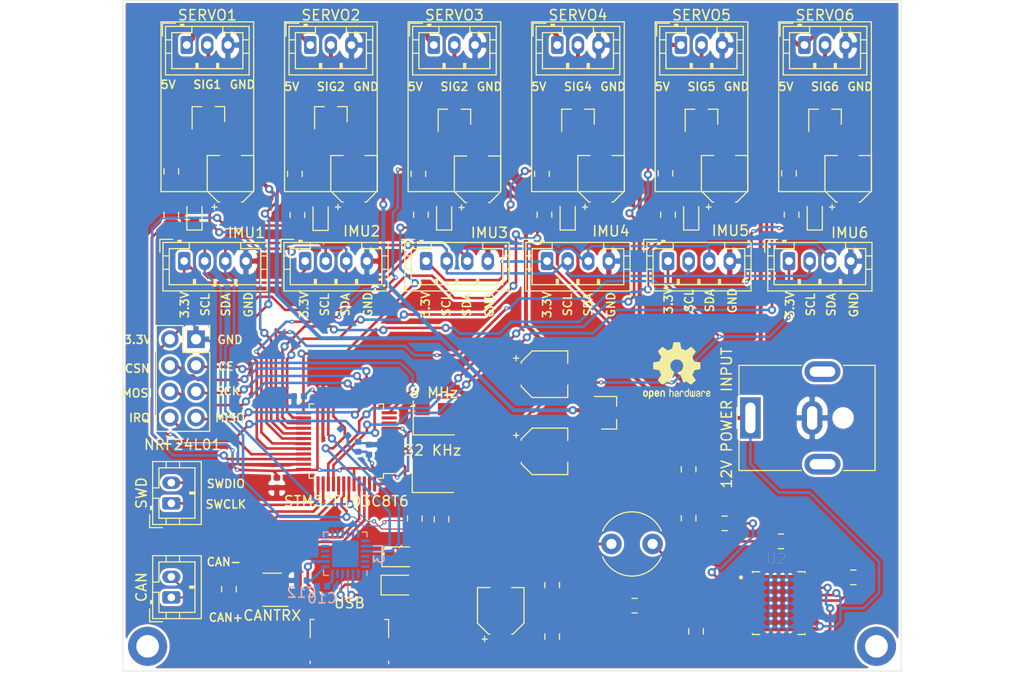
<source format=kicad_pcb>
(kicad_pcb (version 20171130) (host pcbnew "(5.1.5)-3")
  (layers (0 F.Cu signal) (31 B.Cu signal) (34 B.Paste user) (35 F.Paste user) (36 B.SilkS user) (37 F.SilkS user) (38 B.Mask user) (39 F.Mask user) (44 Edge.Cuts user))
  (net 0 "")
  (net 1 /VIN)
  (net 2 GND)
  (net 3 +3V3)
  (net 4 "Net-(C8-Pad2)")
  (net 5 "Net-(C9-Pad1)")
  (net 6 "Net-(C9-Pad2)")
  (net 7 /VFB)
  (net 8 "Net-(C11-Pad1)")
  (net 9 /OSC_32_OUT)
  (net 10 /OSC_8_OUT)
  (net 11 /OSC_32_IN)
  (net 12 /OSC_8_IN)
  (net 13 +5V)
  (net 14 "Net-(D1-Pad2)")
  (net 15 "Net-(D2-Pad2)")
  (net 16 "Net-(D3-Pad2)")
  (net 17 "Net-(D4-Pad2)")
  (net 18 "Net-(D5-Pad2)")
  (net 19 "Net-(D6-Pad2)")
  (net 20 /D-)
  (net 21 /D+)
  (net 22 /CE)
  (net 23 /CSN)
  (net 24 /SCK)
  (net 25 /MOSI)
  (net 26 /MISO)
  (net 27 /IRQ)
  (net 28 /VBUS)
  (net 29 /SWCLK)
  (net 30 /SWDIO)
  (net 31 /SERVO6)
  (net 32 /SERVO5)
  (net 33 /SERVO4)
  (net 34 /SCL)
  (net 35 /SDA)
  (net 36 /SERVO1)
  (net 37 /SERVO2)
  (net 38 /SERVO3)
  (net 39 /PWM1)
  (net 40 /PWM3)
  (net 41 /PWM5)
  (net 42 /PWM2)
  (net 43 /PWM4)
  (net 44 /PWM6)
  (net 45 "Net-(R3-Pad2)")
  (net 46 "Net-(R5-Pad2)")
  (net 47 "Net-(R6-Pad1)")
  (net 48 "Net-(R7-Pad1)")
  (net 49 /LED1)
  (net 50 /LED2)
  (net 51 /LED3)
  (net 52 "Net-(R11-Pad1)")
  (net 53 /LED4)
  (net 54 /LED5)
  (net 55 /LED6)
  (net 56 "Net-(U1-Pad2)")
  (net 57 "Net-(U1-Pad10)")
  (net 58 "Net-(U1-Pad11)")
  (net 59 "Net-(U1-Pad18)")
  (net 60 "Net-(U1-Pad19)")
  (net 61 "Net-(U1-Pad20)")
  (net 62 /TX)
  (net 63 /RX)
  (net 64 /SHDN)
  (net 65 /CANRX)
  (net 66 /CANTX)
  (net 67 "Net-(U2-Pad22)")
  (net 68 "Net-(U3-Pad1)")
  (net 69 "Net-(U3-Pad9)")
  (net 70 "Net-(U3-Pad10)")
  (net 71 "Net-(U3-Pad11)")
  (net 72 "Net-(U3-Pad12)")
  (net 73 "Net-(U3-Pad13)")
  (net 74 "Net-(U3-Pad14)")
  (net 75 "Net-(U3-Pad15)")
  (net 76 "Net-(U3-Pad16)")
  (net 77 "Net-(U3-Pad17)")
  (net 78 "Net-(U3-Pad18)")
  (net 79 "Net-(U3-Pad19)")
  (net 80 "Net-(U3-Pad22)")
  (net 81 "Net-(U3-Pad23)")
  (net 82 "Net-(U3-Pad24)")
  (net 83 "Net-(U5-Pad8)")
  (net 84 "Net-(J2-Pad4)")
  (net 85 /CAN-)
  (net 86 /CAN+)
  (module Symbol:OSHW-Logo2_7.3x6mm_SilkScreen (layer F.Cu) (at 159.6 76.4)
    (fp_text reference REF** hide)
    (fp_text value OSHW-Logo2_7.3x6mm_SilkScreen hide)
  )
  (module MountingHole:MountingHole_2.2mm_M2_DIN965_Pad (layer F.Cu) (at 108.2 103.2)
    (fp_text reference REF** hide)
    (fp_text value MountingHole_2.2mm_M2_DIN965_Pad)
    (pad 1 thru_hole circle (at 0 0) (size 3.8 3.8) (drill 2.2) (layers *.Cu *.Mask))
  )
  (module MountingHole:MountingHole_2.2mm_M2_DIN965_Pad (layer F.Cu) (at 179 103.2)
    (fp_text reference REF** hide)
    (fp_text value MountingHole_2.2mm_M2_DIN965_Pad)
    (pad 1 thru_hole circle (at 0 0) (size 3.8 3.8) (drill 2.2) (layers *.Cu *.Mask))
  )
  (module Resistor_SMD:R_0805_2012Metric_Pad1.15x1.40mm_HandSolder (layer F.Cu) (at 116.1 97.65 90)
    (fp_text reference R24 hide)
    (fp_text value 120)
    (pad 2 smd roundrect (at 1.025 0 90) (size 1.15 1.4) (layers F.Cu F.Paste F.Mask) (roundrect_rratio 0.217391) (net 85 /CAN-))
    (pad 1 smd roundrect (at -1.025 0 90) (size 1.15 1.4) (layers F.Cu F.Paste F.Mask) (roundrect_rratio 0.217391) (net 86 /CAN+))
  )
  (module Connector_USB:USB_Micro-B_Molex_47346-0001 (layer F.Cu) (at 127.8 102.3)
    (fp_text reference USB (at 0 -3.3 180) (layer F.SilkS))
    (fp_text value USB_B_Micro)
    (pad 6 smd rect (at 1.55 1.2) (size 1 1.9) (layers F.Cu F.Paste F.Mask) (net 2 GND))
    (pad 6 smd rect (at -1.15 1.2) (size 1.8 1.9) (layers F.Cu F.Paste F.Mask) (net 2 GND))
    (pad 6 smd rect (at 3.375 1.2) (size 1.65 1.3) (layers F.Cu F.Paste F.Mask) (net 2 GND))
    (pad 6 smd rect (at -3.375 1.2) (size 1.65 1.3) (layers F.Cu F.Paste F.Mask) (net 2 GND))
    (pad 6 smd rect (at 2.4875 -1.375) (size 1.425 1.55) (layers F.Cu F.Paste F.Mask) (net 2 GND))
    (pad 6 smd rect (at -2.4875 -1.375) (size 1.425 1.55) (layers F.Cu F.Paste F.Mask) (net 2 GND))
    (pad 5 smd rect (at 1.3 -1.46) (size 0.45 1.38) (layers F.Cu F.Paste F.Mask) (net 2 GND))
    (pad 4 smd rect (at 0.65 -1.46) (size 0.45 1.38) (layers F.Cu F.Paste F.Mask) (net 84 "Net-(J2-Pad4)"))
    (pad 3 smd rect (at 0 -1.46) (size 0.45 1.38) (layers F.Cu F.Paste F.Mask) (net 21 /D+))
    (pad 2 smd rect (at -0.65 -1.46) (size 0.45 1.38) (layers F.Cu F.Paste F.Mask) (net 20 /D-))
    (pad 1 smd rect (at -1.3 -1.46) (size 0.45 1.38) (layers F.Cu F.Paste F.Mask) (net 28 /VBUS))
  )
  (module Crystal:Crystal_SMD_Abracon_ABM8G-4Pin_3.2x2.5mm (layer F.Cu) (at 136 81)
    (fp_text reference "8 MHz" (at 0 -2.45) (layer F.SilkS))
    (fp_text value Crystal_GND23)
    (pad 4 smd rect (at -1.1 -0.85) (size 1.4 1.2) (layers F.Cu F.Paste F.Mask) (net 10 /OSC_8_OUT))
    (pad 3 smd rect (at 1.1 -0.85) (size 1.4 1.2) (layers F.Cu F.Paste F.Mask) (net 2 GND))
    (pad 2 smd rect (at 1.1 0.85) (size 1.4 1.2) (layers F.Cu F.Paste F.Mask) (net 2 GND))
    (pad 1 smd rect (at -1.1 0.85) (size 1.4 1.2) (layers F.Cu F.Paste F.Mask) (net 12 /OSC_8_IN))
  )
  (module Crystal:Crystal_SMD_Abracon_ABM8G-4Pin_3.2x2.5mm (layer F.Cu) (at 135.9 86.6)
    (fp_text reference "32 KHz" (at 0 -2.45) (layer F.SilkS))
    (fp_text value Crystal_GND23)
    (pad 4 smd rect (at -1.1 -0.85) (size 1.4 1.2) (layers F.Cu F.Paste F.Mask) (net 9 /OSC_32_OUT))
    (pad 3 smd rect (at 1.1 -0.85) (size 1.4 1.2) (layers F.Cu F.Paste F.Mask) (net 2 GND))
    (pad 2 smd rect (at 1.1 0.85) (size 1.4 1.2) (layers F.Cu F.Paste F.Mask) (net 2 GND))
    (pad 1 smd rect (at -1.1 0.85) (size 1.4 1.2) (layers F.Cu F.Paste F.Mask) (net 11 /OSC_32_IN))
  )
  (module Package_TO_SOT_SMD:SOT-23-8 (layer F.Cu) (at 120.3 97.7 180)
    (fp_text reference CANTRX (at 0 -2.5) (layer F.SilkS))
    (fp_text value TCAN330)
    (pad 8 smd rect (at 1.1 -0.98 180) (size 1.06 0.4) (layers F.Cu F.Paste F.Mask) (net 83 "Net-(U5-Pad8)"))
    (pad 7 smd rect (at 1.1 -0.33 180) (size 1.06 0.4) (layers F.Cu F.Paste F.Mask) (net 86 /CAN+))
    (pad 6 smd rect (at 1.1 0.33 180) (size 1.06 0.4) (layers F.Cu F.Paste F.Mask) (net 85 /CAN-))
    (pad 5 smd rect (at 1.1 0.98 180) (size 1.06 0.4) (layers F.Cu F.Paste F.Mask) (net 64 /SHDN))
    (pad 4 smd rect (at -1.1 0.98 180) (size 1.06 0.4) (layers F.Cu F.Paste F.Mask) (net 65 /CANRX))
    (pad 3 smd rect (at -1.1 0.33 180) (size 1.06 0.4) (layers F.Cu F.Paste F.Mask) (net 3 +3V3))
    (pad 2 smd rect (at -1.1 -0.33 180) (size 1.06 0.4) (layers F.Cu F.Paste F.Mask) (net 2 GND))
    (pad 1 smd rect (at -1.1 -0.98 180) (size 1.06 0.4) (layers F.Cu F.Paste F.Mask) (net 66 /CANTX))
  )
  (module Package_TO_SOT_SMD:SOT-23 (layer F.Cu) (at 153 80.5)
    (fp_text reference U4 hide)
    (fp_text value LM3480-3.3)
    (pad 3 smd rect (at 1 0) (size 0.9 0.8) (layers F.Cu F.Paste F.Mask) (net 2 GND))
    (pad 2 smd rect (at -1 0.95) (size 0.9 0.8) (layers F.Cu F.Paste F.Mask) (net 13 +5V))
    (pad 1 smd rect (at -1 -0.95) (size 0.9 0.8) (layers F.Cu F.Paste F.Mask) (net 3 +3V3))
  )
  (module Package_DFN_QFN:QFN-24-1EP_4x4mm_P0.5mm_EP2.6x2.6mm (layer B.Cu) (at 127.4 94.2 90)
    (fp_text reference U3 (at 0 3.3 270) (layer B.SilkS) (effects (justify mirror)))
    (fp_text value CP2102N-A01-GQFN24 hide)
    (pad 24 smd roundrect (at -1.25 1.9375 90) (size 0.25 0.825) (layers B.Cu B.Paste B.Mask) (net 82 "Net-(U3-Pad24)"))
    (pad 23 smd roundrect (at -0.75 1.9375 90) (size 0.25 0.825) (layers B.Cu B.Paste B.Mask) (net 81 "Net-(U3-Pad23)"))
    (pad 22 smd roundrect (at -0.25 1.9375 90) (size 0.25 0.825) (layers B.Cu B.Paste B.Mask) (net 80 "Net-(U3-Pad22)"))
    (pad 21 smd roundrect (at 0.25 1.9375 90) (size 0.25 0.825) (layers B.Cu B.Paste B.Mask) (net 63 /RX))
    (pad 20 smd roundrect (at 0.75 1.9375 90) (size 0.25 0.825) (layers B.Cu B.Paste B.Mask) (net 62 /TX))
    (pad 19 smd roundrect (at 1.25 1.9375 90) (size 0.25 0.825) (layers B.Cu B.Paste B.Mask) (net 79 "Net-(U3-Pad19)"))
    (pad 18 smd roundrect (at 1.9375 1.25 90) (size 0.825 0.25) (layers B.Cu B.Paste B.Mask) (net 78 "Net-(U3-Pad18)"))
    (pad 17 smd roundrect (at 1.9375 0.75 90) (size 0.825 0.25) (layers B.Cu B.Paste B.Mask) (net 77 "Net-(U3-Pad17)"))
    (pad 16 smd roundrect (at 1.9375 0.25 90) (size 0.825 0.25) (layers B.Cu B.Paste B.Mask) (net 76 "Net-(U3-Pad16)"))
    (pad 15 smd roundrect (at 1.9375 -0.25 90) (size 0.825 0.25) (layers B.Cu B.Paste B.Mask) (net 75 "Net-(U3-Pad15)"))
    (pad 14 smd roundrect (at 1.9375 -0.75 90) (size 0.825 0.25) (layers B.Cu B.Paste B.Mask) (net 74 "Net-(U3-Pad14)"))
    (pad 13 smd roundrect (at 1.9375 -1.25 90) (size 0.825 0.25) (layers B.Cu B.Paste B.Mask) (net 73 "Net-(U3-Pad13)"))
    (pad 12 smd roundrect (at 1.25 -1.9375 90) (size 0.25 0.825) (layers B.Cu B.Paste B.Mask) (net 72 "Net-(U3-Pad12)"))
    (pad 11 smd roundrect (at 0.75 -1.9375 90) (size 0.25 0.825) (layers B.Cu B.Paste B.Mask) (net 71 "Net-(U3-Pad11)"))
    (pad 10 smd roundrect (at 0.25 -1.9375 90) (size 0.25 0.825) (layers B.Cu B.Paste B.Mask) (net 70 "Net-(U3-Pad10)"))
    (pad 9 smd roundrect (at -0.25 -1.9375 90) (size 0.25 0.825) (layers B.Cu B.Paste B.Mask) (net 69 "Net-(U3-Pad9)"))
    (pad 8 smd roundrect (at -0.75 -1.9375 90) (size 0.25 0.825) (layers B.Cu B.Paste B.Mask) (net 28 /VBUS))
    (pad 7 smd roundrect (at -1.25 -1.9375 90) (size 0.25 0.825) (layers B.Cu B.Paste B.Mask) (net 3 +3V3))
    (pad 6 smd roundrect (at -1.9375 -1.25 90) (size 0.825 0.25) (layers B.Cu B.Paste B.Mask) (net 3 +3V3))
    (pad 5 smd roundrect (at -1.9375 -0.75 90) (size 0.825 0.25) (layers B.Cu B.Paste B.Mask) (net 3 +3V3))
    (pad 4 smd roundrect (at -1.9375 -0.25 90) (size 0.825 0.25) (layers B.Cu B.Paste B.Mask) (net 20 /D-))
    (pad 3 smd roundrect (at -1.9375 0.25 90) (size 0.825 0.25) (layers B.Cu B.Paste B.Mask) (net 21 /D+))
    (pad 2 smd roundrect (at -1.9375 0.75 90) (size 0.825 0.25) (layers B.Cu B.Paste B.Mask) (net 2 GND))
    (pad 1 smd roundrect (at -1.9375 1.25 90) (size 0.825 0.25) (layers B.Cu B.Paste B.Mask) (net 68 "Net-(U3-Pad1)"))
    (pad 25 smd roundrect (at 0 0 90) (size 2.6 2.6) (layers B.Cu B.Mask) (roundrect_rratio 0.096154) (net 2 GND))
  )
  (module TPS53318DQPR:CONV_TPS53318DQPR (layer F.Cu) (at 169.5 99)
    (fp_text reference U2 (at -0.225 -4.315) (layer F.SilkS) (effects (font (thickness 0.015))))
    (fp_text value TPS53318DQPR)
    (pad TV21 thru_hole rect (at 0.75 2.25) (size 0.4 0.4) (drill 0.3) (layers *.Cu *.Mask) (net 2 GND))
    (pad TV20 thru_hole rect (at 0 2.25) (size 0.4 0.4) (drill 0.3) (layers *.Cu *.Mask) (net 2 GND))
    (pad TV19 thru_hole rect (at -0.75 2.25) (size 0.4 0.4) (drill 0.3) (layers *.Cu *.Mask) (net 2 GND))
    (pad TV18 thru_hole rect (at 0.75 1.5) (size 0.4 0.4) (drill 0.3) (layers *.Cu *.Mask) (net 2 GND))
    (pad TV17 thru_hole rect (at 0 1.5) (size 0.4 0.4) (drill 0.3) (layers *.Cu *.Mask) (net 2 GND))
    (pad TV16 thru_hole rect (at -0.75 1.5) (size 0.4 0.4) (drill 0.3) (layers *.Cu *.Mask) (net 2 GND))
    (pad TV15 thru_hole rect (at 0.75 0.75) (size 0.4 0.4) (drill 0.3) (layers *.Cu *.Mask) (net 2 GND))
    (pad TV14 thru_hole rect (at 0 0.75) (size 0.4 0.4) (drill 0.3) (layers *.Cu *.Mask) (net 2 GND))
    (pad TV13 thru_hole rect (at -0.75 0.75) (size 0.4 0.4) (drill 0.3) (layers *.Cu *.Mask) (net 2 GND))
    (pad TV12 thru_hole rect (at 0.75 0) (size 0.4 0.4) (drill 0.3) (layers *.Cu *.Mask) (net 2 GND))
    (pad TV11 thru_hole rect (at 0 0) (size 0.4 0.4) (drill 0.3) (layers *.Cu *.Mask) (net 2 GND))
    (pad TV10 thru_hole rect (at -0.75 0) (size 0.4 0.4) (drill 0.3) (layers *.Cu *.Mask) (net 2 GND))
    (pad TV9 thru_hole rect (at 0.75 -0.75) (size 0.4 0.4) (drill 0.3) (layers *.Cu *.Mask) (net 2 GND))
    (pad TV8 thru_hole rect (at 0 -0.75) (size 0.4 0.4) (drill 0.3) (layers *.Cu *.Mask) (net 2 GND))
    (pad TV7 thru_hole rect (at -0.75 -0.75) (size 0.4 0.4) (drill 0.3) (layers *.Cu *.Mask) (net 2 GND))
    (pad TV6 thru_hole rect (at 0.75 -1.5) (size 0.4 0.4) (drill 0.3) (layers *.Cu *.Mask) (net 2 GND))
    (pad TV5 thru_hole rect (at 0 -1.5) (size 0.4 0.4) (drill 0.3) (layers *.Cu *.Mask) (net 2 GND))
    (pad TV4 thru_hole rect (at -0.75 -1.5) (size 0.4 0.4) (drill 0.3) (layers *.Cu *.Mask) (net 2 GND))
    (pad TV3 thru_hole rect (at 0.75 -2.25) (size 0.4 0.4) (drill 0.3) (layers *.Cu *.Mask) (net 2 GND))
    (pad TV2 thru_hole rect (at 0 -2.25) (size 0.4 0.4) (drill 0.3) (layers *.Cu *.Mask) (net 2 GND))
    (pad TV1 thru_hole rect (at -0.75 -2.25) (size 0.4 0.4) (drill 0.3) (layers *.Cu *.Mask) (net 2 GND))
    (pad 23 smd rect (at 0 0) (size 3.24 5.48) (layers F.Cu F.Mask) (net 2 GND))
    (pad 22 smd rect (at 2.475 -2.5) (size 0.85 0.28) (layers F.Cu) (net 67 "Net-(U2-Pad22)"))
    (pad 21 smd rect (at 2.475 -2) (size 0.85 0.28) (layers F.Cu) (net 48 "Net-(R7-Pad1)"))
    (pad 20 smd rect (at 2.475 -1.5) (size 0.85 0.28) (layers F.Cu) (net 47 "Net-(R6-Pad1)"))
    (pad 19 smd rect (at 2.475 -1) (size 0.85 0.28) (layers F.Cu) (net 1 /VIN))
    (pad 18 smd rect (at 2.475 -0.5) (size 0.85 0.28) (layers F.Cu) (net 4 "Net-(C8-Pad2)"))
    (pad 17 smd rect (at 2.475 0) (size 0.85 0.28) (layers F.Cu) (net 1 /VIN))
    (pad 16 smd rect (at 2.475 0.5) (size 0.85 0.28) (layers F.Cu) (net 1 /VIN))
    (pad 15 smd rect (at 2.475 1) (size 0.85 0.28) (layers F.Cu) (net 1 /VIN))
    (pad 14 smd rect (at 2.475 1.5) (size 0.85 0.28) (layers F.Cu) (net 1 /VIN))
    (pad 13 smd rect (at 2.475 2) (size 0.85 0.28) (layers F.Cu) (net 1 /VIN))
    (pad 12 smd rect (at 2.475 2.5) (size 0.85 0.28) (layers F.Cu) (net 1 /VIN))
    (pad 11 smd rect (at -2.475 2.5) (size 0.85 0.28) (layers F.Cu) (net 5 "Net-(C9-Pad1)"))
    (pad 10 smd rect (at -2.475 2) (size 0.85 0.28) (layers F.Cu) (net 5 "Net-(C9-Pad1)"))
    (pad 9 smd rect (at -2.475 1.5) (size 0.85 0.28) (layers F.Cu) (net 5 "Net-(C9-Pad1)"))
    (pad 8 smd rect (at -2.475 1) (size 0.85 0.28) (layers F.Cu) (net 5 "Net-(C9-Pad1)"))
    (pad 7 smd rect (at -2.475 0.5) (size 0.85 0.28) (layers F.Cu) (net 5 "Net-(C9-Pad1)"))
    (pad 6 smd rect (at -2.475 0) (size 0.85 0.28) (layers F.Cu) (net 5 "Net-(C9-Pad1)"))
    (pad 5 smd rect (at -2.475 -0.5) (size 0.85 0.28) (layers F.Cu) (net 2 GND))
    (pad 4 smd rect (at -2.475 -1) (size 0.85 0.28) (layers F.Cu) (net 6 "Net-(C9-Pad2)"))
    (pad 3 smd rect (at -2.475 -1.5) (size 0.85 0.28) (layers F.Cu) (net 52 "Net-(R11-Pad1)"))
    (pad 2 smd rect (at -2.475 -2) (size 0.85 0.28) (layers F.Cu) (net 46 "Net-(R5-Pad2)"))
    (pad 1 smd rect (at -2.475 -2.5) (size 0.85 0.28) (layers F.Cu) (net 7 /VFB))
  )
  (module Package_QFP:LQFP-48_7x7mm_P0.5mm (layer F.Cu) (at 127.5 83.25 180)
    (fp_text reference STM32F103C8T6 (at 0 -5.85) (layer F.SilkS))
    (fp_text value STM32F103C8Tx)
    (pad 48 smd roundrect (at -2.75 -4.1625 180) (size 0.3 1.475) (layers F.Cu F.Paste F.Mask) (net 3 +3V3))
    (pad 47 smd roundrect (at -2.25 -4.1625 180) (size 0.3 1.475) (layers F.Cu F.Paste F.Mask) (net 2 GND))
    (pad 46 smd roundrect (at -1.75 -4.1625 180) (size 0.3 1.475) (layers F.Cu F.Paste F.Mask) (net 66 /CANTX))
    (pad 45 smd roundrect (at -1.25 -4.1625 180) (size 0.3 1.475) (layers F.Cu F.Paste F.Mask) (net 65 /CANRX))
    (pad 44 smd roundrect (at -0.75 -4.1625 180) (size 0.3 1.475) (layers F.Cu F.Paste F.Mask) (net 3 +3V3))
    (pad 43 smd roundrect (at -0.25 -4.1625 180) (size 0.3 1.475) (layers F.Cu F.Paste F.Mask) (net 35 /SDA))
    (pad 42 smd roundrect (at 0.25 -4.1625 180) (size 0.3 1.475) (layers F.Cu F.Paste F.Mask) (net 34 /SCL))
    (pad 41 smd roundrect (at 0.75 -4.1625 180) (size 0.3 1.475) (layers F.Cu F.Paste F.Mask) (net 64 /SHDN))
    (pad 40 smd roundrect (at 1.25 -4.1625 180) (size 0.3 1.475) (layers F.Cu F.Paste F.Mask) (net 44 /PWM6))
    (pad 39 smd roundrect (at 1.75 -4.1625 180) (size 0.3 1.475) (layers F.Cu F.Paste F.Mask) (net 41 /PWM5))
    (pad 38 smd roundrect (at 2.25 -4.1625 180) (size 0.3 1.475) (layers F.Cu F.Paste F.Mask) (net 29 /SWCLK))
    (pad 37 smd roundrect (at 2.75 -4.1625 180) (size 0.3 1.475) (layers F.Cu F.Paste F.Mask) (net 30 /SWDIO))
    (pad 36 smd roundrect (at 4.1625 -2.75 180) (size 1.475 0.3) (layers F.Cu F.Paste F.Mask) (net 3 +3V3))
    (pad 35 smd roundrect (at 4.1625 -2.25 180) (size 1.475 0.3) (layers F.Cu F.Paste F.Mask) (net 2 GND))
    (pad 34 smd roundrect (at 4.1625 -1.75 180) (size 1.475 0.3) (layers F.Cu F.Paste F.Mask) (net 50 /LED2))
    (pad 33 smd roundrect (at 4.1625 -1.25 180) (size 1.475 0.3) (layers F.Cu F.Paste F.Mask) (net 49 /LED1))
    (pad 32 smd roundrect (at 4.1625 -0.75 180) (size 1.475 0.3) (layers F.Cu F.Paste F.Mask) (net 43 /PWM4))
    (pad 31 smd roundrect (at 4.1625 -0.25 180) (size 1.475 0.3) (layers F.Cu F.Paste F.Mask) (net 40 /PWM3))
    (pad 30 smd roundrect (at 4.1625 0.25 180) (size 1.475 0.3) (layers F.Cu F.Paste F.Mask) (net 42 /PWM2))
    (pad 29 smd roundrect (at 4.1625 0.75 180) (size 1.475 0.3) (layers F.Cu F.Paste F.Mask) (net 39 /PWM1))
    (pad 28 smd roundrect (at 4.1625 1.25 180) (size 1.475 0.3) (layers F.Cu F.Paste F.Mask) (net 55 /LED6))
    (pad 27 smd roundrect (at 4.1625 1.75 180) (size 1.475 0.3) (layers F.Cu F.Paste F.Mask) (net 54 /LED5))
    (pad 26 smd roundrect (at 4.1625 2.25 180) (size 1.475 0.3) (layers F.Cu F.Paste F.Mask) (net 53 /LED4))
    (pad 25 smd roundrect (at 4.1625 2.75 180) (size 1.475 0.3) (layers F.Cu F.Paste F.Mask) (net 51 /LED3))
    (pad 24 smd roundrect (at 2.75 4.1625 180) (size 0.3 1.475) (layers F.Cu F.Paste F.Mask) (net 3 +3V3))
    (pad 23 smd roundrect (at 2.25 4.1625 180) (size 0.3 1.475) (layers F.Cu F.Paste F.Mask) (net 2 GND))
    (pad 22 smd roundrect (at 1.75 4.1625 180) (size 0.3 1.475) (layers F.Cu F.Paste F.Mask) (net 63 /RX))
    (pad 21 smd roundrect (at 1.25 4.1625 180) (size 0.3 1.475) (layers F.Cu F.Paste F.Mask) (net 62 /TX))
    (pad 20 smd roundrect (at 0.75 4.1625 180) (size 0.3 1.475) (layers F.Cu F.Paste F.Mask) (net 61 "Net-(U1-Pad20)"))
    (pad 19 smd roundrect (at 0.25 4.1625 180) (size 0.3 1.475) (layers F.Cu F.Paste F.Mask) (net 60 "Net-(U1-Pad19)"))
    (pad 18 smd roundrect (at -0.25 4.1625 180) (size 0.3 1.475) (layers F.Cu F.Paste F.Mask) (net 59 "Net-(U1-Pad18)"))
    (pad 17 smd roundrect (at -0.75 4.1625 180) (size 0.3 1.475) (layers F.Cu F.Paste F.Mask) (net 25 /MOSI))
    (pad 16 smd roundrect (at -1.25 4.1625 180) (size 0.3 1.475) (layers F.Cu F.Paste F.Mask) (net 26 /MISO))
    (pad 15 smd roundrect (at -1.75 4.1625 180) (size 0.3 1.475) (layers F.Cu F.Paste F.Mask) (net 24 /SCK))
    (pad 14 smd roundrect (at -2.25 4.1625 180) (size 0.3 1.475) (layers F.Cu F.Paste F.Mask) (net 23 /CSN))
    (pad 13 smd roundrect (at -2.75 4.1625 180) (size 0.3 1.475) (layers F.Cu F.Paste F.Mask) (net 27 /IRQ))
    (pad 12 smd roundrect (at -4.1625 2.75 180) (size 1.475 0.3) (layers F.Cu F.Paste F.Mask) (net 22 /CE))
    (pad 11 smd roundrect (at -4.1625 2.25 180) (size 1.475 0.3) (layers F.Cu F.Paste F.Mask) (net 58 "Net-(U1-Pad11)"))
    (pad 10 smd roundrect (at -4.1625 1.75 180) (size 1.475 0.3) (layers F.Cu F.Paste F.Mask) (net 57 "Net-(U1-Pad10)"))
    (pad 9 smd roundrect (at -4.1625 1.25 180) (size 1.475 0.3) (layers F.Cu F.Paste F.Mask) (net 3 +3V3))
    (pad 8 smd roundrect (at -4.1625 0.75 180) (size 1.475 0.3) (layers F.Cu F.Paste F.Mask) (net 2 GND))
    (pad 7 smd roundrect (at -4.1625 0.25 180) (size 1.475 0.3) (layers F.Cu F.Paste F.Mask) (net 2 GND))
    (pad 6 smd roundrect (at -4.1625 -0.25 180) (size 1.475 0.3) (layers F.Cu F.Paste F.Mask) (net 10 /OSC_8_OUT))
    (pad 5 smd roundrect (at -4.1625 -0.75 180) (size 1.475 0.3) (layers F.Cu F.Paste F.Mask) (net 12 /OSC_8_IN))
    (pad 4 smd roundrect (at -4.1625 -1.25 180) (size 1.475 0.3) (layers F.Cu F.Paste F.Mask) (net 9 /OSC_32_OUT))
    (pad 3 smd roundrect (at -4.1625 -1.75 180) (size 1.475 0.3) (layers F.Cu F.Paste F.Mask) (net 11 /OSC_32_IN))
    (pad 2 smd roundrect (at -4.1625 -2.25 180) (size 1.475 0.3) (layers F.Cu F.Paste F.Mask) (net 56 "Net-(U1-Pad2)"))
    (pad 1 smd roundrect (at -4.1625 -2.75 180) (size 1.475 0.3) (layers F.Cu F.Paste F.Mask) (net 3 +3V3))
  )
  (module Resistor_SMD:R_0805_2012Metric_Pad1.15x1.40mm_HandSolder (layer F.Cu) (at 170.5 57.225 270)
    (fp_text reference R23 hide)
    (fp_text value 2k)
    (pad 2 smd roundrect (at 1.025 0 270) (size 1.15 1.4) (layers F.Cu F.Paste F.Mask) (roundrect_rratio 0.217391) (net 2 GND))
    (pad 1 smd roundrect (at -1.025 0 270) (size 1.15 1.4) (layers F.Cu F.Paste F.Mask) (roundrect_rratio 0.217391) (net 44 /PWM6))
  )
  (module Resistor_SMD:R_0805_2012Metric_Pad1.15x1.40mm_HandSolder (layer F.Cu) (at 146.5 57.275 270)
    (fp_text reference R22 hide)
    (fp_text value 2k)
    (pad 2 smd roundrect (at 1.025 0 270) (size 1.15 1.4) (layers F.Cu F.Paste F.Mask) (roundrect_rratio 0.217391) (net 2 GND))
    (pad 1 smd roundrect (at -1.025 0 270) (size 1.15 1.4) (layers F.Cu F.Paste F.Mask) (roundrect_rratio 0.217391) (net 43 /PWM4))
  )
  (module Resistor_SMD:R_0805_2012Metric_Pad1.15x1.40mm_HandSolder (layer F.Cu) (at 122.5 57.275 270)
    (fp_text reference R21 hide)
    (fp_text value 2k)
    (pad 2 smd roundrect (at 1.025 0 270) (size 1.15 1.4) (layers F.Cu F.Paste F.Mask) (roundrect_rratio 0.217391) (net 2 GND))
    (pad 1 smd roundrect (at -1.025 0 270) (size 1.15 1.4) (layers F.Cu F.Paste F.Mask) (roundrect_rratio 0.217391) (net 42 /PWM2))
  )
  (module Resistor_SMD:R_0805_2012Metric_Pad1.15x1.40mm_HandSolder (layer F.Cu) (at 158.5 57.225 270)
    (fp_text reference R20 hide)
    (fp_text value 2k)
    (pad 2 smd roundrect (at 1.025 0 270) (size 1.15 1.4) (layers F.Cu F.Paste F.Mask) (roundrect_rratio 0.217391) (net 2 GND))
    (pad 1 smd roundrect (at -1.025 0 270) (size 1.15 1.4) (layers F.Cu F.Paste F.Mask) (roundrect_rratio 0.217391) (net 41 /PWM5))
  )
  (module Resistor_SMD:R_0805_2012Metric_Pad1.15x1.40mm_HandSolder (layer F.Cu) (at 134.5 57.275 270)
    (fp_text reference R19 hide)
    (fp_text value 2k)
    (pad 2 smd roundrect (at 1.025 0 270) (size 1.15 1.4) (layers F.Cu F.Paste F.Mask) (roundrect_rratio 0.217391) (net 2 GND))
    (pad 1 smd roundrect (at -1.025 0 270) (size 1.15 1.4) (layers F.Cu F.Paste F.Mask) (roundrect_rratio 0.217391) (net 40 /PWM3))
  )
  (module Resistor_SMD:R_0805_2012Metric_Pad1.15x1.40mm_HandSolder (layer F.Cu) (at 110.5 57.025 270)
    (fp_text reference R18 hide)
    (fp_text value 2k)
    (pad 2 smd roundrect (at 1.025 0 270) (size 1.15 1.4) (layers F.Cu F.Paste F.Mask) (roundrect_rratio 0.217391) (net 2 GND))
    (pad 1 smd roundrect (at -1.025 0 270) (size 1.15 1.4) (layers F.Cu F.Paste F.Mask) (roundrect_rratio 0.217391) (net 39 /PWM1))
  )
  (module Resistor_SMD:R_0805_2012Metric_Pad1.15x1.40mm_HandSolder (layer F.Cu) (at 147.5 102.25 90)
    (fp_text reference R17 hide)
    (fp_text value 10K)
    (pad 2 smd roundrect (at 1.025 0 90) (size 1.15 1.4) (layers F.Cu F.Paste F.Mask) (roundrect_rratio 0.217391) (net 7 /VFB))
    (pad 1 smd roundrect (at -1.025 0 90) (size 1.15 1.4) (layers F.Cu F.Paste F.Mask) (roundrect_rratio 0.217391) (net 2 GND))
  )
  (module Resistor_SMD:R_0805_2012Metric_Pad1.15x1.40mm_HandSolder (layer F.Cu) (at 147.5 97.25 90)
    (fp_text reference R16 hide)
    (fp_text value 69.8K)
    (pad 2 smd roundrect (at 1.025 0 90) (size 1.15 1.4) (layers F.Cu F.Paste F.Mask) (roundrect_rratio 0.217391) (net 13 +5V))
    (pad 1 smd roundrect (at -1.025 0 90) (size 1.15 1.4) (layers F.Cu F.Paste F.Mask) (roundrect_rratio 0.217391) (net 7 /VFB))
  )
  (module Resistor_SMD:R_0805_2012Metric_Pad1.15x1.40mm_HandSolder (layer F.Cu) (at 155.5 99.25)
    (fp_text reference R15 hide)
    (fp_text value 1.91K)
    (pad 2 smd roundrect (at 1.025 0) (size 1.15 1.4) (layers F.Cu F.Paste F.Mask) (roundrect_rratio 0.217391) (net 5 "Net-(C9-Pad1)"))
    (pad 1 smd roundrect (at -1.025 0) (size 1.15 1.4) (layers F.Cu F.Paste F.Mask) (roundrect_rratio 0.217391) (net 8 "Net-(C11-Pad1)"))
  )
  (module Resistor_SMD:R_0805_2012Metric_Pad1.15x1.40mm_HandSolder (layer F.Cu) (at 170.75 61.25 270)
    (fp_text reference R14 hide)
    (fp_text value 1.91K)
    (pad 2 smd roundrect (at 1.025 0 270) (size 1.15 1.4) (layers F.Cu F.Paste F.Mask) (roundrect_rratio 0.217391) (net 55 /LED6))
    (pad 1 smd roundrect (at -1.025 0 270) (size 1.15 1.4) (layers F.Cu F.Paste F.Mask) (roundrect_rratio 0.217391) (net 19 "Net-(D6-Pad2)"))
  )
  (module Resistor_SMD:R_0805_2012Metric_Pad1.15x1.40mm_HandSolder (layer F.Cu) (at 158.75 61.25 270)
    (fp_text reference R13 hide)
    (fp_text value 1.91K)
    (pad 2 smd roundrect (at 1.025 0 270) (size 1.15 1.4) (layers F.Cu F.Paste F.Mask) (roundrect_rratio 0.217391) (net 54 /LED5))
    (pad 1 smd roundrect (at -1.025 0 270) (size 1.15 1.4) (layers F.Cu F.Paste F.Mask) (roundrect_rratio 0.217391) (net 18 "Net-(D5-Pad2)"))
  )
  (module Resistor_SMD:R_0805_2012Metric_Pad1.15x1.40mm_HandSolder (layer F.Cu) (at 146.75 61.25 270)
    (fp_text reference R12 hide)
    (fp_text value 1.91K)
    (pad 2 smd roundrect (at 1.025 0 270) (size 1.15 1.4) (layers F.Cu F.Paste F.Mask) (roundrect_rratio 0.217391) (net 53 /LED4))
    (pad 1 smd roundrect (at -1.025 0 270) (size 1.15 1.4) (layers F.Cu F.Paste F.Mask) (roundrect_rratio 0.217391) (net 17 "Net-(D4-Pad2)"))
  )
  (module Resistor_SMD:R_0805_2012Metric_Pad1.15x1.40mm_HandSolder (layer F.Cu) (at 169.725 93)
    (fp_text reference R11 hide)
    (fp_text value 105K)
    (pad 2 smd roundrect (at 1.025 0) (size 1.15 1.4) (layers F.Cu F.Paste F.Mask) (roundrect_rratio 0.217391) (net 4 "Net-(C8-Pad2)"))
    (pad 1 smd roundrect (at -1.025 0) (size 1.15 1.4) (layers F.Cu F.Paste F.Mask) (roundrect_rratio 0.217391) (net 52 "Net-(R11-Pad1)"))
  )
  (module Resistor_SMD:R_0805_2012Metric_Pad1.15x1.40mm_HandSolder (layer F.Cu) (at 134.75 61.25 270)
    (fp_text reference R10 hide)
    (fp_text value 1.91K)
    (pad 2 smd roundrect (at 1.025 0 270) (size 1.15 1.4) (layers F.Cu F.Paste F.Mask) (roundrect_rratio 0.217391) (net 51 /LED3))
    (pad 1 smd roundrect (at -1.025 0 270) (size 1.15 1.4) (layers F.Cu F.Paste F.Mask) (roundrect_rratio 0.217391) (net 16 "Net-(D3-Pad2)"))
  )
  (module Resistor_SMD:R_0805_2012Metric_Pad1.15x1.40mm_HandSolder (layer F.Cu) (at 122.75 61.275 270)
    (fp_text reference R9 hide)
    (fp_text value 1.91K)
    (pad 2 smd roundrect (at 1.025 0 270) (size 1.15 1.4) (layers F.Cu F.Paste F.Mask) (roundrect_rratio 0.217391) (net 50 /LED2))
    (pad 1 smd roundrect (at -1.025 0 270) (size 1.15 1.4) (layers F.Cu F.Paste F.Mask) (roundrect_rratio 0.217391) (net 15 "Net-(D2-Pad2)"))
  )
  (module Resistor_SMD:R_0805_2012Metric_Pad1.15x1.40mm_HandSolder (layer F.Cu) (at 110.5 61.25 270)
    (fp_text reference R8 hide)
    (fp_text value 1.91K)
    (pad 2 smd roundrect (at 1.025 0 270) (size 1.15 1.4) (layers F.Cu F.Paste F.Mask) (roundrect_rratio 0.217391) (net 49 /LED1))
    (pad 1 smd roundrect (at -1.025 0 270) (size 1.15 1.4) (layers F.Cu F.Paste F.Mask) (roundrect_rratio 0.217391) (net 14 "Net-(D1-Pad2)"))
  )
  (module Resistor_SMD:R_0805_2012Metric_Pad1.15x1.40mm_HandSolder (layer F.Cu) (at 176.75 96.5)
    (fp_text reference R7 hide)
    (fp_text value 105K)
    (pad 2 smd roundrect (at 1.025 0) (size 1.15 1.4) (layers F.Cu F.Paste F.Mask) (roundrect_rratio 0.217391) (net 2 GND))
    (pad 1 smd roundrect (at -1.025 0) (size 1.15 1.4) (layers F.Cu F.Paste F.Mask) (roundrect_rratio 0.217391) (net 48 "Net-(R7-Pad1)"))
  )
  (module Resistor_SMD:R_0805_2012Metric_Pad1.15x1.40mm_HandSolder (layer F.Cu) (at 161.475 101.75 270)
    (fp_text reference R6 hide)
    (fp_text value 105K)
    (pad 2 smd roundrect (at 1.025 0 270) (size 1.15 1.4) (layers F.Cu F.Paste F.Mask) (roundrect_rratio 0.217391) (net 2 GND))
    (pad 1 smd roundrect (at -1.025 0 270) (size 1.15 1.4) (layers F.Cu F.Paste F.Mask) (roundrect_rratio 0.217391) (net 47 "Net-(R6-Pad1)"))
  )
  (module Resistor_SMD:R_0805_2012Metric_Pad1.15x1.40mm_HandSolder (layer F.Cu) (at 164.25 91.25)
    (fp_text reference R5 hide)
    (fp_text value 1K)
    (pad 2 smd roundrect (at 1.025 0) (size 1.15 1.4) (layers F.Cu F.Paste F.Mask) (roundrect_rratio 0.217391) (net 46 "Net-(R5-Pad2)"))
    (pad 1 smd roundrect (at -1.025 0) (size 1.15 1.4) (layers F.Cu F.Paste F.Mask) (roundrect_rratio 0.217391) (net 45 "Net-(R3-Pad2)"))
  )
  (module Resistor_SMD:R_0805_2012Metric_Pad1.15x1.40mm_HandSolder (layer F.Cu) (at 160.75 90.75 270)
    (fp_text reference R4 hide)
    (fp_text value 86.6K)
    (pad 2 smd roundrect (at 1.025 0 270) (size 1.15 1.4) (layers F.Cu F.Paste F.Mask) (roundrect_rratio 0.217391) (net 2 GND))
    (pad 1 smd roundrect (at -1.025 0 270) (size 1.15 1.4) (layers F.Cu F.Paste F.Mask) (roundrect_rratio 0.217391) (net 45 "Net-(R3-Pad2)"))
  )
  (module Resistor_SMD:R_0805_2012Metric_Pad1.15x1.40mm_HandSolder (layer F.Cu) (at 160.75 86 270)
    (fp_text reference R3 hide)
    (fp_text value 854K)
    (pad 2 smd roundrect (at 1.025 0 270) (size 1.15 1.4) (layers F.Cu F.Paste F.Mask) (roundrect_rratio 0.217391) (net 45 "Net-(R3-Pad2)"))
    (pad 1 smd roundrect (at -1.025 0 270) (size 1.15 1.4) (layers F.Cu F.Paste F.Mask) (roundrect_rratio 0.217391) (net 1 /VIN))
  )
  (module Resistor_SMD:R_0805_2012Metric_Pad1.15x1.40mm_HandSolder (layer F.Cu) (at 134.15 90.775 270)
    (fp_text reference R2 hide)
    (fp_text value 4.7K)
    (pad 2 smd roundrect (at 1.025 0 270) (size 1.15 1.4) (layers F.Cu F.Paste F.Mask) (roundrect_rratio 0.217391) (net 35 /SDA))
    (pad 1 smd roundrect (at -1.025 0 270) (size 1.15 1.4) (layers F.Cu F.Paste F.Mask) (roundrect_rratio 0.217391) (net 3 +3V3))
  )
  (module Resistor_SMD:R_0805_2012Metric_Pad1.15x1.40mm_HandSolder (layer F.Cu) (at 136.75 90.85 270)
    (fp_text reference R1 hide)
    (fp_text value 4.7K)
    (pad 2 smd roundrect (at 1.025 0 270) (size 1.15 1.4) (layers F.Cu F.Paste F.Mask) (roundrect_rratio 0.217391) (net 34 /SCL))
    (pad 1 smd roundrect (at -1.025 0 270) (size 1.15 1.4) (layers F.Cu F.Paste F.Mask) (roundrect_rratio 0.217391) (net 3 +3V3))
  )
  (module Package_TO_SOT_SMD:SOT-23 (layer F.Cu) (at 174 51.75 90)
    (fp_text reference Q6 hide)
    (fp_text value DMN2056U)
    (pad 3 smd rect (at 1 0 90) (size 0.9 0.8) (layers F.Cu F.Paste F.Mask) (net 31 /SERVO6))
    (pad 2 smd rect (at -1 0.95 90) (size 0.9 0.8) (layers F.Cu F.Paste F.Mask) (net 13 +5V))
    (pad 1 smd rect (at -1 -0.95 90) (size 0.9 0.8) (layers F.Cu F.Paste F.Mask) (net 44 /PWM6))
  )
  (module Package_TO_SOT_SMD:SOT-23 (layer F.Cu) (at 150 51.75 90)
    (fp_text reference Q5 hide)
    (fp_text value DMN2056U)
    (pad 3 smd rect (at 1 0 90) (size 0.9 0.8) (layers F.Cu F.Paste F.Mask) (net 33 /SERVO4))
    (pad 2 smd rect (at -1 0.95 90) (size 0.9 0.8) (layers F.Cu F.Paste F.Mask) (net 13 +5V))
    (pad 1 smd rect (at -1 -0.95 90) (size 0.9 0.8) (layers F.Cu F.Paste F.Mask) (net 43 /PWM4))
  )
  (module Package_TO_SOT_SMD:SOT-23 (layer F.Cu) (at 126 51.5 90)
    (fp_text reference Q4 hide)
    (fp_text value DMN2056U)
    (pad 3 smd rect (at 1 0 90) (size 0.9 0.8) (layers F.Cu F.Paste F.Mask) (net 37 /SERVO2))
    (pad 2 smd rect (at -1 0.95 90) (size 0.9 0.8) (layers F.Cu F.Paste F.Mask) (net 13 +5V))
    (pad 1 smd rect (at -1 -0.95 90) (size 0.9 0.8) (layers F.Cu F.Paste F.Mask) (net 42 /PWM2))
  )
  (module Package_TO_SOT_SMD:SOT-23 (layer F.Cu) (at 162 51.75 90)
    (fp_text reference Q3 hide)
    (fp_text value DMN2056U)
    (pad 3 smd rect (at 1 0 90) (size 0.9 0.8) (layers F.Cu F.Paste F.Mask) (net 32 /SERVO5))
    (pad 2 smd rect (at -1 0.95 90) (size 0.9 0.8) (layers F.Cu F.Paste F.Mask) (net 13 +5V))
    (pad 1 smd rect (at -1 -0.95 90) (size 0.9 0.8) (layers F.Cu F.Paste F.Mask) (net 41 /PWM5))
  )
  (module Package_TO_SOT_SMD:SOT-23 (layer F.Cu) (at 138 51.75 90)
    (fp_text reference Q2 hide)
    (fp_text value DMN2056U)
    (pad 3 smd rect (at 1 0 90) (size 0.9 0.8) (layers F.Cu F.Paste F.Mask) (net 38 /SERVO3))
    (pad 2 smd rect (at -1 0.95 90) (size 0.9 0.8) (layers F.Cu F.Paste F.Mask) (net 13 +5V))
    (pad 1 smd rect (at -1 -0.95 90) (size 0.9 0.8) (layers F.Cu F.Paste F.Mask) (net 40 /PWM3))
  )
  (module Package_TO_SOT_SMD:SOT-23 (layer F.Cu) (at 114.1 51.5 90)
    (fp_text reference Q1 hide)
    (fp_text value DMN2056U)
    (pad 3 smd rect (at 1 0 90) (size 0.9 0.8) (layers F.Cu F.Paste F.Mask) (net 36 /SERVO1))
    (pad 2 smd rect (at -1 0.95 90) (size 0.9 0.8) (layers F.Cu F.Paste F.Mask) (net 13 +5V))
    (pad 1 smd rect (at -1 -0.95 90) (size 0.9 0.8) (layers F.Cu F.Paste F.Mask) (net 39 /PWM1))
  )
  (module Inductor_THT:L_Radial_D6.0mm_P4.00mm (layer F.Cu) (at 157.25 93.25 180)
    (fp_text reference L1 hide)
    (fp_text value 4.7U)
    (pad 2 thru_hole circle (at 4 0 180) (size 2 2) (drill 1) (layers *.Cu *.Mask) (net 13 +5V))
    (pad 1 thru_hole circle (at 0 0 180) (size 2 2) (drill 1) (layers *.Cu *.Mask) (net 5 "Net-(C9-Pad1)"))
  )
  (module Connector_BarrelJack:BarrelJack_CUI_PJ-063AH_Horizontal (layer F.Cu) (at 166.75 81 90)
    (fp_text reference "12V POWER INPUT" (at 0 -2.3 90) (layer F.SilkS))
    (fp_text value Barrel_Jack)
    (pad "" np_thru_hole circle (at 0 9 90) (size 1.6 1.6) (drill 1.6) (layers *.Cu *.Mask))
    (pad MP thru_hole oval (at 4.5 7 90) (size 2 3.5) (drill oval 1 2.5) (layers *.Cu *.Mask))
    (pad MP thru_hole oval (at -4.5 7 90) (size 2 3.5) (drill oval 1 2.5) (layers *.Cu *.Mask))
    (pad 2 thru_hole oval (at 0 6 90) (size 3.3 2) (drill oval 2.3 1) (layers *.Cu *.Mask) (net 2 GND))
    (pad 1 thru_hole rect (at 0 0 90) (size 4 2) (drill oval 3 1) (layers *.Cu *.Mask) (net 1 /VIN))
  )
  (module Connector_JST:JST_PH_B3B-PH-K_1x03_P2.00mm_Vertical (layer F.Cu) (at 136 44.75)
    (fp_text reference SERVO3 (at 2 -2.9) (layer F.SilkS))
    (fp_text value Conn_01x03)
    (pad 3 thru_hole oval (at 4 0) (size 1.2 1.75) (drill 0.75) (layers *.Cu *.Mask) (net 2 GND))
    (pad 2 thru_hole oval (at 2 0) (size 1.2 1.75) (drill 0.75) (layers *.Cu *.Mask) (net 38 /SERVO3))
    (pad 1 thru_hole roundrect (at 0 0) (size 1.2 1.75) (drill 0.75) (layers *.Cu *.Mask) (roundrect_rratio 0.208333) (net 13 +5V))
  )
  (module Connector_JST:JST_PH_B3B-PH-K_1x03_P2.00mm_Vertical (layer F.Cu) (at 124 44.75)
    (fp_text reference SERVO2 (at 2 -2.9) (layer F.SilkS))
    (fp_text value Conn_01x03)
    (pad 3 thru_hole oval (at 4 0) (size 1.2 1.75) (drill 0.75) (layers *.Cu *.Mask) (net 2 GND))
    (pad 2 thru_hole oval (at 2 0) (size 1.2 1.75) (drill 0.75) (layers *.Cu *.Mask) (net 37 /SERVO2))
    (pad 1 thru_hole roundrect (at 0 0) (size 1.2 1.75) (drill 0.75) (layers *.Cu *.Mask) (roundrect_rratio 0.208333) (net 13 +5V))
  )
  (module Connector_JST:JST_PH_B3B-PH-K_1x03_P2.00mm_Vertical (layer F.Cu) (at 112 44.75)
    (fp_text reference SERVO1 (at 2 -2.9) (layer F.SilkS))
    (fp_text value Conn_01x03)
    (pad 3 thru_hole oval (at 4 0) (size 1.2 1.75) (drill 0.75) (layers *.Cu *.Mask) (net 2 GND))
    (pad 2 thru_hole oval (at 2 0) (size 1.2 1.75) (drill 0.75) (layers *.Cu *.Mask) (net 36 /SERVO1))
    (pad 1 thru_hole roundrect (at 0 0) (size 1.2 1.75) (drill 0.75) (layers *.Cu *.Mask) (roundrect_rratio 0.208333) (net 13 +5V))
  )
  (module Connector_JST:JST_PH_B4B-PH-K_1x04_P2.00mm_Vertical (layer F.Cu) (at 147 65.75)
    (fp_text reference IMU4 (at 6.2 -2.9) (layer F.SilkS))
    (fp_text value Conn_01x04)
    (pad 4 thru_hole oval (at 6 0) (size 1.2 1.75) (drill 0.75) (layers *.Cu *.Mask) (net 2 GND))
    (pad 3 thru_hole oval (at 4 0) (size 1.2 1.75) (drill 0.75) (layers *.Cu *.Mask) (net 35 /SDA))
    (pad 2 thru_hole oval (at 2 0) (size 1.2 1.75) (drill 0.75) (layers *.Cu *.Mask) (net 34 /SCL))
    (pad 1 thru_hole roundrect (at 0 0) (size 1.2 1.75) (drill 0.75) (layers *.Cu *.Mask) (roundrect_rratio 0.208333) (net 3 +3V3))
  )
  (module Connector_JST:JST_PH_B4B-PH-K_1x04_P2.00mm_Vertical (layer F.Cu) (at 135.25 65.75)
    (fp_text reference IMU3 (at 6.15 -2.75) (layer F.SilkS))
    (fp_text value Conn_01x04)
    (pad 4 thru_hole oval (at 6 0) (size 1.2 1.75) (drill 0.75) (layers *.Cu *.Mask) (net 2 GND))
    (pad 3 thru_hole oval (at 4 0) (size 1.2 1.75) (drill 0.75) (layers *.Cu *.Mask) (net 35 /SDA))
    (pad 2 thru_hole oval (at 2 0) (size 1.2 1.75) (drill 0.75) (layers *.Cu *.Mask) (net 34 /SCL))
    (pad 1 thru_hole roundrect (at 0 0) (size 1.2 1.75) (drill 0.75) (layers *.Cu *.Mask) (roundrect_rratio 0.208333) (net 3 +3V3))
  )
  (module Connector_JST:JST_PH_B4B-PH-K_1x04_P2.00mm_Vertical (layer F.Cu) (at 123.5 65.75)
    (fp_text reference IMU2 (at 5.5 -2.9) (layer F.SilkS))
    (fp_text value Conn_01x04)
    (pad 4 thru_hole oval (at 6 0) (size 1.2 1.75) (drill 0.75) (layers *.Cu *.Mask) (net 2 GND))
    (pad 3 thru_hole oval (at 4 0) (size 1.2 1.75) (drill 0.75) (layers *.Cu *.Mask) (net 35 /SDA))
    (pad 2 thru_hole oval (at 2 0) (size 1.2 1.75) (drill 0.75) (layers *.Cu *.Mask) (net 34 /SCL))
    (pad 1 thru_hole roundrect (at 0 0) (size 1.2 1.75) (drill 0.75) (layers *.Cu *.Mask) (roundrect_rratio 0.208333) (net 3 +3V3))
  )
  (module Connector_JST:JST_PH_B4B-PH-K_1x04_P2.00mm_Vertical (layer F.Cu) (at 111.75 65.75)
    (fp_text reference IMU1 (at 6.05 -2.75) (layer F.SilkS))
    (fp_text value Conn_01x04)
    (pad 4 thru_hole oval (at 6 0) (size 1.2 1.75) (drill 0.75) (layers *.Cu *.Mask) (net 2 GND))
    (pad 3 thru_hole oval (at 4 0) (size 1.2 1.75) (drill 0.75) (layers *.Cu *.Mask) (net 35 /SDA))
    (pad 2 thru_hole oval (at 2 0) (size 1.2 1.75) (drill 0.75) (layers *.Cu *.Mask) (net 34 /SCL))
    (pad 1 thru_hole roundrect (at 0 0) (size 1.2 1.75) (drill 0.75) (layers *.Cu *.Mask) (roundrect_rratio 0.208333) (net 3 +3V3))
  )
  (module Connector_JST:JST_PH_B4B-PH-K_1x04_P2.00mm_Vertical (layer F.Cu) (at 158.75 65.75)
    (fp_text reference IMU5 (at 6.05 -2.95) (layer F.SilkS))
    (fp_text value Conn_01x04)
    (pad 4 thru_hole oval (at 6 0) (size 1.2 1.75) (drill 0.75) (layers *.Cu *.Mask) (net 2 GND))
    (pad 3 thru_hole oval (at 4 0) (size 1.2 1.75) (drill 0.75) (layers *.Cu *.Mask) (net 35 /SDA))
    (pad 2 thru_hole oval (at 2 0) (size 1.2 1.75) (drill 0.75) (layers *.Cu *.Mask) (net 34 /SCL))
    (pad 1 thru_hole roundrect (at 0 0) (size 1.2 1.75) (drill 0.75) (layers *.Cu *.Mask) (roundrect_rratio 0.208333) (net 3 +3V3))
  )
  (module Connector_JST:JST_PH_B4B-PH-K_1x04_P2.00mm_Vertical (layer F.Cu) (at 170.5 65.75)
    (fp_text reference IMU6 (at 5.9 -2.75) (layer F.SilkS))
    (fp_text value Conn_01x04)
    (pad 4 thru_hole oval (at 6 0) (size 1.2 1.75) (drill 0.75) (layers *.Cu *.Mask) (net 2 GND))
    (pad 3 thru_hole oval (at 4 0) (size 1.2 1.75) (drill 0.75) (layers *.Cu *.Mask) (net 35 /SDA))
    (pad 2 thru_hole oval (at 2 0) (size 1.2 1.75) (drill 0.75) (layers *.Cu *.Mask) (net 34 /SCL))
    (pad 1 thru_hole roundrect (at 0 0) (size 1.2 1.75) (drill 0.75) (layers *.Cu *.Mask) (roundrect_rratio 0.208333) (net 3 +3V3))
  )
  (module Connector_JST:JST_PH_B3B-PH-K_1x03_P2.00mm_Vertical (layer F.Cu) (at 148 44.75)
    (fp_text reference SERVO4 (at 2 -2.9) (layer F.SilkS))
    (fp_text value Conn_01x03)
    (pad 3 thru_hole oval (at 4 0) (size 1.2 1.75) (drill 0.75) (layers *.Cu *.Mask) (net 2 GND))
    (pad 2 thru_hole oval (at 2 0) (size 1.2 1.75) (drill 0.75) (layers *.Cu *.Mask) (net 33 /SERVO4))
    (pad 1 thru_hole roundrect (at 0 0) (size 1.2 1.75) (drill 0.75) (layers *.Cu *.Mask) (roundrect_rratio 0.208333) (net 13 +5V))
  )
  (module Connector_JST:JST_PH_B3B-PH-K_1x03_P2.00mm_Vertical (layer F.Cu) (at 160 44.75)
    (fp_text reference SERVO5 (at 2 -2.9) (layer F.SilkS))
    (fp_text value Conn_01x03)
    (pad 3 thru_hole oval (at 4 0) (size 1.2 1.75) (drill 0.75) (layers *.Cu *.Mask) (net 2 GND))
    (pad 2 thru_hole oval (at 2 0) (size 1.2 1.75) (drill 0.75) (layers *.Cu *.Mask) (net 32 /SERVO5))
    (pad 1 thru_hole roundrect (at 0 0) (size 1.2 1.75) (drill 0.75) (layers *.Cu *.Mask) (roundrect_rratio 0.208333) (net 13 +5V))
  )
  (module Connector_JST:JST_PH_B3B-PH-K_1x03_P2.00mm_Vertical (layer F.Cu) (at 172 44.75)
    (fp_text reference SERVO6 (at 2 -2.9) (layer F.SilkS))
    (fp_text value Conn_01x03)
    (pad 3 thru_hole oval (at 4 0) (size 1.2 1.75) (drill 0.75) (layers *.Cu *.Mask) (net 2 GND))
    (pad 2 thru_hole oval (at 2 0) (size 1.2 1.75) (drill 0.75) (layers *.Cu *.Mask) (net 31 /SERVO6))
    (pad 1 thru_hole roundrect (at 0 0) (size 1.2 1.75) (drill 0.75) (layers *.Cu *.Mask) (roundrect_rratio 0.208333) (net 13 +5V))
  )
  (module Connector_JST:JST_PH_B2B-PH-K_1x02_P2.00mm_Vertical (layer F.Cu) (at 110.5 98.45 90)
    (fp_text reference CAN (at 1 -2.9 90) (layer F.SilkS))
    (fp_text value Conn_01x02)
    (pad 2 thru_hole oval (at 2 0 90) (size 1.2 1.75) (drill 0.75) (layers *.Cu *.Mask) (net 85 /CAN-))
    (pad 1 thru_hole roundrect (at 0 0 90) (size 1.2 1.75) (drill 0.75) (layers *.Cu *.Mask) (roundrect_rratio 0.208333) (net 86 /CAN+))
  )
  (module Connector_JST:JST_PH_B2B-PH-K_1x02_P2.00mm_Vertical (layer F.Cu) (at 110.5 89.3 90)
    (fp_text reference SWD (at 1 -2.9 90) (layer F.SilkS))
    (fp_text value Conn_01x02)
    (pad 2 thru_hole oval (at 2 0 90) (size 1.2 1.75) (drill 0.75) (layers *.Cu *.Mask) (net 30 /SWDIO))
    (pad 1 thru_hole roundrect (at 0 0 90) (size 1.2 1.75) (drill 0.75) (layers *.Cu *.Mask) (roundrect_rratio 0.208333) (net 29 /SWCLK))
  )
  (module Connector_PinSocket_2.54mm:PinSocket_2x04_P2.54mm_Vertical (layer F.Cu) (at 112.9 73.35)
    (fp_text reference NRF24L01 (at -1.3 10.25) (layer F.SilkS))
    (fp_text value Conn_02x04_Odd_Even)
    (pad 8 thru_hole oval (at -2.54 7.62) (size 1.7 1.7) (drill 1) (layers *.Cu *.Mask) (net 27 /IRQ))
    (pad 7 thru_hole oval (at 0 7.62) (size 1.7 1.7) (drill 1) (layers *.Cu *.Mask) (net 26 /MISO))
    (pad 6 thru_hole oval (at -2.54 5.08) (size 1.7 1.7) (drill 1) (layers *.Cu *.Mask) (net 25 /MOSI))
    (pad 5 thru_hole oval (at 0 5.08) (size 1.7 1.7) (drill 1) (layers *.Cu *.Mask) (net 24 /SCK))
    (pad 4 thru_hole oval (at -2.54 2.54) (size 1.7 1.7) (drill 1) (layers *.Cu *.Mask) (net 23 /CSN))
    (pad 3 thru_hole oval (at 0 2.54) (size 1.7 1.7) (drill 1) (layers *.Cu *.Mask) (net 22 /CE))
    (pad 2 thru_hole oval (at -2.54 0) (size 1.7 1.7) (drill 1) (layers *.Cu *.Mask) (net 3 +3V3))
    (pad 1 thru_hole rect (at 0 0) (size 1.7 1.7) (drill 1) (layers *.Cu *.Mask) (net 2 GND))
  )
  (module Diode_SMD:D_0805_2012Metric (layer F.Cu) (at 132.5625 97.25)
    (fp_text reference D8 hide)
    (fp_text value D_TVS)
    (pad 2 smd roundrect (at 0.9375 0) (size 0.975 1.4) (layers F.Cu F.Paste F.Mask) (net 2 GND))
    (pad 1 smd roundrect (at -0.9375 0) (size 0.975 1.4) (layers F.Cu F.Paste F.Mask) (net 21 /D+))
  )
  (module Diode_SMD:D_0805_2012Metric (layer F.Cu) (at 132.65 94.5)
    (fp_text reference D7 hide)
    (fp_text value D_TVS)
    (pad 2 smd roundrect (at 0.9375 0) (size 0.975 1.4) (layers F.Cu F.Paste F.Mask) (net 2 GND))
    (pad 1 smd roundrect (at -0.9375 0) (size 0.975 1.4) (layers F.Cu F.Paste F.Mask) (net 20 /D-))
  )
  (module LED_SMD:LED_0603_1608Metric (layer F.Cu) (at 173 61.25 90)
    (fp_text reference D6 hide)
    (fp_text value LED)
    (pad 2 smd roundrect (at 0.7875 0 90) (size 0.875 0.95) (layers F.Cu F.Paste F.Mask) (net 19 "Net-(D6-Pad2)"))
    (pad 1 smd roundrect (at -0.7875 0 90) (size 0.875 0.95) (layers F.Cu F.Paste F.Mask) (net 2 GND))
  )
  (module LED_SMD:LED_0603_1608Metric (layer F.Cu) (at 161 61.25 90)
    (fp_text reference D5 hide)
    (fp_text value LED)
    (pad 2 smd roundrect (at 0.7875 0 90) (size 0.875 0.95) (layers F.Cu F.Paste F.Mask) (net 18 "Net-(D5-Pad2)"))
    (pad 1 smd roundrect (at -0.7875 0 90) (size 0.875 0.95) (layers F.Cu F.Paste F.Mask) (net 2 GND))
  )
  (module LED_SMD:LED_0603_1608Metric (layer F.Cu) (at 149 61.25 90)
    (fp_text reference D4 hide)
    (fp_text value LED)
    (pad 2 smd roundrect (at 0.7875 0 90) (size 0.875 0.95) (layers F.Cu F.Paste F.Mask) (net 17 "Net-(D4-Pad2)"))
    (pad 1 smd roundrect (at -0.7875 0 90) (size 0.875 0.95) (layers F.Cu F.Paste F.Mask) (net 2 GND))
  )
  (module LED_SMD:LED_0603_1608Metric (layer F.Cu) (at 137 61.25 90)
    (fp_text reference D3 hide)
    (fp_text value LED)
    (pad 2 smd roundrect (at 0.7875 0 90) (size 0.875 0.95) (layers F.Cu F.Paste F.Mask) (net 16 "Net-(D3-Pad2)"))
    (pad 1 smd roundrect (at -0.7875 0 90) (size 0.875 0.95) (layers F.Cu F.Paste F.Mask) (net 2 GND))
  )
  (module LED_SMD:LED_0603_1608Metric (layer F.Cu) (at 125 61.2875 90)
    (fp_text reference D2 hide)
    (fp_text value LED)
    (pad 2 smd roundrect (at 0.7875 0 90) (size 0.875 0.95) (layers F.Cu F.Paste F.Mask) (net 15 "Net-(D2-Pad2)"))
    (pad 1 smd roundrect (at -0.7875 0 90) (size 0.875 0.95) (layers F.Cu F.Paste F.Mask) (net 2 GND))
  )
  (module LED_SMD:LED_0603_1608Metric (layer F.Cu) (at 112.75 61.25 90)
    (fp_text reference D1 hide)
    (fp_text value LED)
    (pad 2 smd roundrect (at 0.7875 0 90) (size 0.875 0.95) (layers F.Cu F.Paste F.Mask) (net 14 "Net-(D1-Pad2)"))
    (pad 1 smd roundrect (at -0.7875 0 90) (size 0.875 0.95) (layers F.Cu F.Paste F.Mask) (net 2 GND))
  )
  (module Capacitor_SMD:CP_Elec_4x3 (layer F.Cu) (at 164.25 57.75 90)
    (fp_text reference C26 hide)
    (fp_text value 2U)
    (pad 2 smd roundrect (at 1.8 0 90) (size 2.6 1.6) (layers F.Cu F.Paste F.Mask) (roundrect_rratio 0.15625) (net 13 +5V))
    (pad 1 smd roundrect (at -1.8 0 90) (size 2.6 1.6) (layers F.Cu F.Paste F.Mask) (roundrect_rratio 0.15625) (net 2 GND))
  )
  (module Capacitor_SMD:CP_Elec_4x3 (layer F.Cu) (at 152.25 57.75 90)
    (fp_text reference C25 hide)
    (fp_text value 2U)
    (pad 2 smd roundrect (at 1.8 0 90) (size 2.6 1.6) (layers F.Cu F.Paste F.Mask) (roundrect_rratio 0.15625) (net 13 +5V))
    (pad 1 smd roundrect (at -1.8 0 90) (size 2.6 1.6) (layers F.Cu F.Paste F.Mask) (roundrect_rratio 0.15625) (net 2 GND))
  )
  (module Capacitor_SMD:CP_Elec_4x3 (layer F.Cu) (at 128.25 57.75 90)
    (fp_text reference C24 hide)
    (fp_text value 2U)
    (pad 2 smd roundrect (at 1.8 0 90) (size 2.6 1.6) (layers F.Cu F.Paste F.Mask) (roundrect_rratio 0.15625) (net 13 +5V))
    (pad 1 smd roundrect (at -1.8 0 90) (size 2.6 1.6) (layers F.Cu F.Paste F.Mask) (roundrect_rratio 0.15625) (net 2 GND))
  )
  (module Capacitor_SMD:CP_Elec_4x3 (layer F.Cu) (at 146.75 76.75)
    (fp_text reference C23 hide)
    (fp_text value 1N)
    (pad 2 smd roundrect (at 1.8 0) (size 2.6 1.6) (layers F.Cu F.Paste F.Mask) (roundrect_rratio 0.15625) (net 3 +3V3))
    (pad 1 smd roundrect (at -1.8 0) (size 2.6 1.6) (layers F.Cu F.Paste F.Mask) (roundrect_rratio 0.15625) (net 2 GND))
  )
  (module Capacitor_SMD:CP_Elec_4x3 (layer F.Cu) (at 176.25 57.75 90)
    (fp_text reference C22 hide)
    (fp_text value 2U)
    (pad 2 smd roundrect (at 1.8 0 90) (size 2.6 1.6) (layers F.Cu F.Paste F.Mask) (roundrect_rratio 0.15625) (net 13 +5V))
    (pad 1 smd roundrect (at -1.8 0 90) (size 2.6 1.6) (layers F.Cu F.Paste F.Mask) (roundrect_rratio 0.15625) (net 2 GND))
  )
  (module Capacitor_SMD:CP_Elec_4x3 (layer F.Cu) (at 140.25 57.8 90)
    (fp_text reference C21 hide)
    (fp_text value 2U)
    (pad 2 smd roundrect (at 1.8 0 90) (size 2.6 1.6) (layers F.Cu F.Paste F.Mask) (roundrect_rratio 0.15625) (net 13 +5V))
    (pad 1 smd roundrect (at -1.8 0 90) (size 2.6 1.6) (layers F.Cu F.Paste F.Mask) (roundrect_rratio 0.15625) (net 2 GND))
  )
  (module Capacitor_SMD:CP_Elec_4x3 (layer F.Cu) (at 116.25 57.75 90)
    (fp_text reference C20 hide)
    (fp_text value 2U)
    (pad 2 smd roundrect (at 1.8 0 90) (size 2.6 1.6) (layers F.Cu F.Paste F.Mask) (roundrect_rratio 0.15625) (net 13 +5V))
    (pad 1 smd roundrect (at -1.8 0 90) (size 2.6 1.6) (layers F.Cu F.Paste F.Mask) (roundrect_rratio 0.15625) (net 2 GND))
  )
  (module Capacitor_SMD:CP_Elec_4x3 (layer F.Cu) (at 146.75 84.25)
    (fp_text reference C19 hide)
    (fp_text value 1N)
    (pad 2 smd roundrect (at 1.8 0) (size 2.6 1.6) (layers F.Cu F.Paste F.Mask) (roundrect_rratio 0.15625) (net 13 +5V))
    (pad 1 smd roundrect (at -1.8 0) (size 2.6 1.6) (layers F.Cu F.Paste F.Mask) (roundrect_rratio 0.15625) (net 2 GND))
  )
  (module Capacitor_SMD:CP_Elec_4x3 (layer F.Cu) (at 142.5 99.75 90)
    (fp_text reference C18 hide)
    (fp_text value 100U)
    (pad 2 smd roundrect (at 1.8 0 90) (size 2.6 1.6) (layers F.Cu F.Paste F.Mask) (roundrect_rratio 0.15625) (net 13 +5V))
    (pad 1 smd roundrect (at -1.8 0 90) (size 2.6 1.6) (layers F.Cu F.Paste F.Mask) (roundrect_rratio 0.15625) (net 2 GND))
  )
  (module Capacitor_SMD:C_0402_1005Metric (layer F.Cu) (at 151.25 99.25)
    (fp_text reference C17 hide)
    (fp_text value 100N)
    (pad 2 smd roundrect (at 0.485 0) (size 0.59 0.64) (layers F.Cu F.Paste F.Mask) (net 8 "Net-(C11-Pad1)"))
    (pad 1 smd roundrect (at -0.485 0) (size 0.59 0.64) (layers F.Cu F.Paste F.Mask) (net 13 +5V))
  )
  (module Capacitor_SMD:C_0402_1005Metric (layer F.Cu) (at 139.25 82.25)
    (fp_text reference C16 hide)
    (fp_text value 1N)
    (pad 2 smd roundrect (at 0.485 0) (size 0.59 0.64) (layers F.Cu F.Paste F.Mask) (net 2 GND))
    (pad 1 smd roundrect (at -0.485 0) (size 0.59 0.64) (layers F.Cu F.Paste F.Mask) (net 12 /OSC_8_IN))
  )
  (module Capacitor_SMD:C_0402_1005Metric (layer F.Cu) (at 139.25 87.75)
    (fp_text reference C15 hide)
    (fp_text value 1N)
    (pad 2 smd roundrect (at 0.485 0) (size 0.59 0.64) (layers F.Cu F.Paste F.Mask) (net 2 GND))
    (pad 1 smd roundrect (at -0.485 0) (size 0.59 0.64) (layers F.Cu F.Paste F.Mask) (net 11 /OSC_32_IN))
  )
  (module Capacitor_SMD:C_0402_1005Metric (layer F.Cu) (at 139.25 79.75)
    (fp_text reference C14 hide)
    (fp_text value 1N)
    (pad 2 smd roundrect (at 0.485 0) (size 0.59 0.64) (layers F.Cu F.Paste F.Mask) (net 2 GND))
    (pad 1 smd roundrect (at -0.485 0) (size 0.59 0.64) (layers F.Cu F.Paste F.Mask) (net 10 /OSC_8_OUT))
  )
  (module Capacitor_SMD:C_0402_1005Metric (layer F.Cu) (at 139.25 85.5)
    (fp_text reference C13 hide)
    (fp_text value 1N)
    (pad 2 smd roundrect (at 0.485 0) (size 0.59 0.64) (layers F.Cu F.Paste F.Mask) (net 2 GND))
    (pad 1 smd roundrect (at -0.485 0) (size 0.59 0.64) (layers F.Cu F.Paste F.Mask) (net 9 /OSC_32_OUT))
  )
  (module Capacitor_SMD:C_0402_1005Metric (layer B.Cu) (at 123.165 96.8)
    (fp_text reference C12 (at 0 1.17) (layer B.SilkS) (effects (justify mirror)))
    (fp_text value 1N)
    (pad 2 smd roundrect (at 0.485 0) (size 0.59 0.64) (layers B.Cu B.Paste B.Mask) (net 3 +3V3))
    (pad 1 smd roundrect (at -0.485 0) (size 0.59 0.64) (layers B.Cu B.Paste B.Mask) (net 2 GND))
  )
  (module Capacitor_SMD:C_0402_1005Metric (layer F.Cu) (at 150.75 101.75 180)
    (fp_text reference C11 hide)
    (fp_text value 1N)
    (pad 2 smd roundrect (at 0.485 0 180) (size 0.59 0.64) (layers F.Cu F.Paste F.Mask) (net 7 /VFB))
    (pad 1 smd roundrect (at -0.485 0 180) (size 0.59 0.64) (layers F.Cu F.Paste F.Mask) (net 8 "Net-(C11-Pad1)"))
  )
  (module Capacitor_SMD:C_0402_1005Metric (layer B.Cu) (at 125.15 97.35)
    (fp_text reference C10 (at 0 1.17) (layer B.SilkS) (effects (justify mirror)))
    (fp_text value 1N)
    (pad 2 smd roundrect (at 0.485 0) (size 0.59 0.64) (layers B.Cu B.Paste B.Mask) (net 3 +3V3))
    (pad 1 smd roundrect (at -0.485 0) (size 0.59 0.64) (layers B.Cu B.Paste B.Mask) (net 2 GND))
  )
  (module Capacitor_SMD:C_0402_1005Metric (layer F.Cu) (at 159.75 98)
    (fp_text reference C9 hide)
    (fp_text value 100N)
    (pad 2 smd roundrect (at 0.485 0) (size 0.59 0.64) (layers F.Cu F.Paste F.Mask) (net 6 "Net-(C9-Pad2)"))
    (pad 1 smd roundrect (at -0.485 0) (size 0.59 0.64) (layers F.Cu F.Paste F.Mask) (net 5 "Net-(C9-Pad1)"))
  )
  (module Capacitor_SMD:C_0402_1005Metric (layer F.Cu) (at 169.75 90.75)
    (fp_text reference C8 hide)
    (fp_text value 1U)
    (pad 2 smd roundrect (at 0.485 0) (size 0.59 0.64) (layers F.Cu F.Paste F.Mask) (net 4 "Net-(C8-Pad2)"))
    (pad 1 smd roundrect (at -0.485 0) (size 0.59 0.64) (layers F.Cu F.Paste F.Mask) (net 2 GND))
  )
  (module Capacitor_SMD:C_0402_1005Metric (layer F.Cu) (at 120.75 87.3 90)
    (fp_text reference C7 hide)
    (fp_text value 10N)
    (pad 2 smd roundrect (at 0.485 0 90) (size 0.59 0.64) (layers F.Cu F.Paste F.Mask) (net 3 +3V3))
    (pad 1 smd roundrect (at -0.485 0 90) (size 0.59 0.64) (layers F.Cu F.Paste F.Mask) (net 2 GND))
  )
  (module Capacitor_SMD:C_0402_1005Metric (layer B.Cu) (at 127.292947 82.392947 315)
    (fp_text reference C6 hide)
    (fp_text value 10N hide)
    (pad 2 smd roundrect (at 0.485 0 315) (size 0.59 0.64) (layers B.Cu B.Paste B.Mask) (net 3 +3V3))
    (pad 1 smd roundrect (at -0.485 0 315) (size 0.59 0.64) (layers B.Cu B.Paste B.Mask) (net 2 GND))
  )
  (module Capacitor_SMD:C_0402_1005Metric (layer B.Cu) (at 128.65 83.8 270)
    (fp_text reference C5 hide)
    (fp_text value 10N)
    (pad 2 smd roundrect (at 0.485 0 270) (size 0.59 0.64) (layers B.Cu B.Paste B.Mask) (net 3 +3V3))
    (pad 1 smd roundrect (at -0.485 0 270) (size 0.59 0.64) (layers B.Cu B.Paste B.Mask) (net 2 GND))
  )
  (module Capacitor_SMD:C_0402_1005Metric (layer B.Cu) (at 122.9 78.9 180)
    (fp_text reference C4 hide)
    (fp_text value 10N)
    (pad 2 smd roundrect (at 0.485 0 180) (size 0.59 0.64) (layers B.Cu B.Paste B.Mask) (net 2 GND))
    (pad 1 smd roundrect (at -0.485 0 180) (size 0.59 0.64) (layers B.Cu B.Paste B.Mask) (net 3 +3V3))
  )
  (module Capacitor_SMD:C_0402_1005Metric (layer B.Cu) (at 129.7 84.085 90)
    (fp_text reference C3 hide)
    (fp_text value 10N)
    (pad 2 smd roundrect (at 0.485 0 90) (size 0.59 0.64) (layers B.Cu B.Paste B.Mask) (net 2 GND))
    (pad 1 smd roundrect (at -0.485 0 90) (size 0.59 0.64) (layers B.Cu B.Paste B.Mask) (net 3 +3V3))
  )
  (module Capacitor_SMD:C_0402_1005Metric (layer F.Cu) (at 157 87 90)
    (fp_text reference C2 hide)
    (fp_text value 4.7U)
    (pad 2 smd roundrect (at 0.485 0 90) (size 0.59 0.64) (layers F.Cu F.Paste F.Mask) (net 1 /VIN))
    (pad 1 smd roundrect (at -0.485 0 90) (size 0.59 0.64) (layers F.Cu F.Paste F.Mask) (net 2 GND))
  )
  (module Capacitor_SMD:C_0402_1005Metric (layer F.Cu) (at 154.5 87.015 90)
    (fp_text reference C1 hide)
    (fp_text value 4.7U)
    (pad 2 smd roundrect (at 0.485 0 90) (size 0.59 0.64) (layers F.Cu F.Paste F.Mask) (net 1 /VIN))
    (pad 1 smd roundrect (at -0.485 0 90) (size 0.59 0.64) (layers F.Cu F.Paste F.Mask) (net 2 GND))
  )
  (gr_text CAN+ (at 115.8 100.4) (layer F.SilkS) (effects (font (size 0.8 0.8))))
  (gr_text CAN- (at 115.6 95) (layer F.SilkS) (effects (font (size 0.8 0.8))))
  (gr_text SIG6 (at 174 48.8) (layer F.SilkS) (effects (font (size 0.8 0.8))))
  (gr_text 5V (at 170.2 48.8) (layer F.SilkS) (effects (font (size 0.8 0.8))))
  (gr_text GND (at 177.4 48.8) (layer F.SilkS) (effects (font (size 0.8 0.8))))
  (gr_text SIG5 (at 162 48.8) (layer F.SilkS) (effects (font (size 0.8 0.8))))
  (gr_text 5V (at 158.2 48.8) (layer F.SilkS) (effects (font (size 0.8 0.8))))
  (gr_text GND (at 165.4 48.8) (layer F.SilkS) (effects (font (size 0.8 0.8))))
  (gr_text "SIG4\n" (at 150 48.8) (layer F.SilkS) (effects (font (size 0.8 0.8))))
  (gr_text 5V (at 146.2 48.8) (layer F.SilkS) (effects (font (size 0.8 0.8))))
  (gr_text GND (at 153.4 48.8) (layer F.SilkS) (effects (font (size 0.8 0.8))))
  (gr_text SIG2 (at 126 48.8) (layer F.SilkS) (effects (font (size 0.8 0.8))))
  (gr_text 5V (at 122.2 48.8) (layer F.SilkS) (effects (font (size 0.8 0.8))))
  (gr_text GND (at 129.4 48.8) (layer F.SilkS) (effects (font (size 0.8 0.8))))
  (gr_text SIG2 (at 138 48.8) (layer F.SilkS) (effects (font (size 0.8 0.8))))
  (gr_text 5V (at 134.2 48.8) (layer F.SilkS) (effects (font (size 0.8 0.8))))
  (gr_text GND (at 141.4 48.8) (layer F.SilkS) (effects (font (size 0.8 0.8))))
  (gr_text SIG1 (at 114 48.6) (layer F.SilkS) (effects (font (size 0.8 0.8))))
  (gr_text GND (at 117.4 48.6) (layer F.SilkS) (effects (font (size 0.8 0.8))))
  (gr_text 5V (at 110.2 48.6) (layer F.SilkS) (effects (font (size 0.8 0.8))))
  (gr_text 3.3V (at 147 70 90) (layer F.SilkS) (effects (font (size 0.8 0.8))))
  (gr_text SCL (at 149 70 90) (layer F.SilkS) (effects (font (size 0.8 0.8))))
  (gr_text "SDA\n" (at 151 70 90) (layer F.SilkS) (effects (font (size 0.8 0.8))))
  (gr_text "GND\n" (at 153.2 70 90) (layer F.SilkS) (effects (font (size 0.8 0.8))))
  (gr_text 3.3V (at 170.6 70 90) (layer F.SilkS) (effects (font (size 0.8 0.8))))
  (gr_text SCL (at 172.6 70 90) (layer F.SilkS) (effects (font (size 0.8 0.8))))
  (gr_text "SDA\n" (at 174.6 70 90) (layer F.SilkS) (effects (font (size 0.8 0.8))))
  (gr_text "GND\n" (at 176.8 70 90) (layer F.SilkS) (effects (font (size 0.8 0.8))))
  (gr_text 3.3V (at 158.8 69.6 90) (layer F.SilkS) (effects (font (size 0.8 0.8))))
  (gr_text "GND\n" (at 165 69.6 90) (layer F.SilkS) (effects (font (size 0.8 0.8))))
  (gr_text "SDA\n" (at 162.8 69.6 90) (layer F.SilkS) (effects (font (size 0.8 0.8))))
  (gr_text SCL (at 160.8 69.6 90) (layer F.SilkS) (effects (font (size 0.8 0.8))))
  (gr_text 3.3V (at 135.2 70 90) (layer F.SilkS) (effects (font (size 0.8 0.8))))
  (gr_text "GND\n" (at 141.4 70 90) (layer F.SilkS) (effects (font (size 0.8 0.8))))
  (gr_text "SDA\n" (at 139.2 70 90) (layer F.SilkS) (effects (font (size 0.8 0.8))))
  (gr_text SCL (at 137.2 70 90) (layer F.SilkS) (effects (font (size 0.8 0.8))))
  (gr_text 3.3V (at 123.4 70 90) (layer F.SilkS) (effects (font (size 0.8 0.8))))
  (gr_text "GND\n" (at 129.6 70 90) (layer F.SilkS) (effects (font (size 0.8 0.8))))
  (gr_text "SDA\n" (at 127.4 70 90) (layer F.SilkS) (effects (font (size 0.8 0.8))))
  (gr_text SCL (at 125.4 70 90) (layer F.SilkS) (effects (font (size 0.8 0.8))))
  (gr_text "GND\n" (at 118 70 90) (layer F.SilkS) (effects (font (size 0.8 0.8))))
  (gr_text "SDA\n" (at 115.8 70 90) (layer F.SilkS) (effects (font (size 0.8 0.8))))
  (gr_text SCL (at 113.8 70 90) (layer F.SilkS) (effects (font (size 0.8 0.8))))
  (gr_text 3.3V (at 111.8 70 90) (layer F.SilkS) (effects (font (size 0.8 0.8))))
  (gr_text "SWCLK\n" (at 115.8 89.4) (layer F.SilkS) (effects (font (size 0.8 0.8))))
  (gr_text SWDIO (at 115.8 87.4) (layer F.SilkS) (effects (font (size 0.8 0.8))))
  (gr_text IRQ (at 107.4 81) (layer F.SilkS) (effects (font (size 0.8 0.8))))
  (gr_text MISO (at 116.2 81) (layer F.SilkS) (effects (font (size 0.8 0.8))))
  (gr_text SCK (at 116 78.4) (layer F.SilkS) (effects (font (size 0.8 0.8))))
  (gr_text "CE\n" (at 115.8 76) (layer F.SilkS) (effects (font (size 0.8 0.8))))
  (gr_text GND (at 116.2 73.4) (layer F.SilkS) (effects (font (size 0.8 0.8))))
  (gr_text 3.3V (at 107.2 73.4) (layer F.SilkS) (effects (font (size 0.8 0.8))))
  (gr_text CSN (at 107.2 76.2) (layer F.SilkS) (effects (font (size 0.8 0.8))))
  (gr_text "MOSI\n" (at 107.2 78.6) (layer F.SilkS) (effects (font (size 0.8 0.8))))
  (gr_line (start 181.4 40.4) (end 181.4 105.6) (layer Edge.Cuts) (width 0.05))
  (gr_line (start 170.4 40.4) (end 181.4 40.4) (layer Edge.Cuts) (width 0.05))
  (gr_line (start 154.6 40.4) (end 170.4 40.4) (layer Edge.Cuts) (width 0.05))
  (gr_line (start 151.6 40.4) (end 154.6 40.4) (layer Edge.Cuts) (width 0.05))
  (gr_line (start 105.8 40.4) (end 151.6 40.4) (layer Edge.Cuts) (width 0.05))
  (gr_line (start 105.8 40.6) (end 105.8 40.4) (layer Edge.Cuts) (width 0.05))
  (gr_line (start 105.8 105.6) (end 105.8 40.6) (layer Edge.Cuts) (width 0.05))
  (gr_line (start 119.4 105.6) (end 105.8 105.6) (layer Edge.Cuts) (width 0.05))
  (gr_line (start 131.4 105.6) (end 119.4 105.6) (layer Edge.Cuts) (width 0.05))
  (gr_line (start 154.8 105.6) (end 131.4 105.6) (layer Edge.Cuts) (width 0.05))
  (gr_line (start 181.4 105.6) (end 154.8 105.6) (layer Edge.Cuts) (width 0.05))
  (gr_line (start 166.5 42.5) (end 166.5 59) (layer F.SilkS) (width 0.12))
  (gr_line (start 157.5 59) (end 157.5 42.5) (layer F.SilkS) (width 0.12))
  (gr_line (start 166.5 59) (end 157.5 59) (layer F.SilkS) (width 0.12))
  (gr_line (start 178.5 42.5) (end 178.5 59) (layer F.SilkS) (width 0.12))
  (gr_line (start 169.5 59) (end 169.5 42.5) (layer F.SilkS) (width 0.12))
  (gr_line (start 169.5 42.5) (end 178.5 42.5) (layer F.SilkS) (width 0.12))
  (gr_line (start 178.5 59) (end 169.5 59) (layer F.SilkS) (width 0.12))
  (gr_line (start 157.5 42.5) (end 166.5 42.5) (layer F.SilkS) (width 0.12))
  (gr_line (start 154.5 42.5) (end 154.5 59) (layer F.SilkS) (width 0.12))
  (gr_line (start 145.5 59) (end 145.5 42.5) (layer F.SilkS) (width 0.12))
  (gr_line (start 154.5 59) (end 145.5 59) (layer F.SilkS) (width 0.12))
  (gr_line (start 145.5 42.5) (end 154.5 42.5) (layer F.SilkS) (width 0.12))
  (gr_line (start 133.5 59) (end 133.5 42.5) (layer F.SilkS) (width 0.12))
  (gr_line (start 142.5 59) (end 133.5 59) (layer F.SilkS) (width 0.12))
  (gr_line (start 142.5 42.5) (end 142.5 59) (layer F.SilkS) (width 0.12))
  (gr_line (start 133.5 42.5) (end 142.5 42.5) (layer F.SilkS) (width 0.12))
  (gr_line (start 121.5 59) (end 121.5 42.5) (layer F.SilkS) (width 0.12))
  (gr_line (start 130.5 59) (end 121.5 59) (layer F.SilkS) (width 0.12))
  (gr_line (start 130.5 42.5) (end 130.5 59) (layer F.SilkS) (width 0.12))
  (gr_line (start 121.5 42.5) (end 130.5 42.5) (layer F.SilkS) (width 0.12))
  (gr_line (start 109.5 59) (end 109.5 42.5) (layer F.SilkS) (width 0.12))
  (gr_line (start 118.5 59) (end 109.5 59) (layer F.SilkS) (width 0.12))
  (gr_line (start 118.5 42.5) (end 118.5 59) (layer F.SilkS) (width 0.12))
  (gr_line (start 109.5 42.5) (end 118.5 42.5) (layer F.SilkS) (width 0.12))
  (segment (start 154.5 86.53) (end 154.5 85.25) (width 0.386274) (layer F.Cu) (net 1))
  (segment (start 154.5 85.25) (end 154.775 84.975) (width 0.386274) (layer F.Cu) (net 1))
  (segment (start 157 86.515) (end 157 85) (width 0.386274) (layer F.Cu) (net 1))
  (segment (start 154.775 84.975) (end 157 85) (width 0.386274) (layer F.Cu) (net 1))
  (segment (start 157 85) (end 160.75 84.975) (width 0.386274) (layer F.Cu) (net 1))
  (segment (start 160.75 84.4) (end 160.75 84.975) (width 0.386274) (layer F.Cu) (net 1))
  (segment (start 164.15 81) (end 160.75 84.4) (width 0.386274) (layer F.Cu) (net 1))
  (segment (start 166.75 81) (end 164.15 81) (width 0.386274) (layer F.Cu) (net 1))
  (segment (start 171.975 101.5) (end 173.25 101.5) (width 0.386274) (layer F.Cu) (net 1))
  (via (at 173.5 101.25) (size 0.8) (drill 0.4) (layers F.Cu B.Cu) (net 1))
  (segment (start 173.25 101.5) (end 173.5 101.25) (width 0.386274) (layer F.Cu) (net 1))
  (segment (start 173.25 101) (end 173.5 101.25) (width 0.386274) (layer F.Cu) (net 1))
  (segment (start 171.975 101) (end 173.25 101) (width 0.386274) (layer F.Cu) (net 1))
  (segment (start 171.975 100.5) (end 172.75 100.5) (width 0.386274) (layer F.Cu) (net 1))
  (segment (start 173 100.213726) (end 173 100.5) (width 0.386274) (layer F.Cu) (net 1))
  (segment (start 171.975 100) (end 172.786274 100) (width 0.386274) (layer F.Cu) (net 1))
  (segment (start 172.75 100.5) (end 173 100.5) (width 0.386274) (layer F.Cu) (net 1))
  (segment (start 173 100.5) (end 173.5 101.25) (width 0.386274) (layer F.Cu) (net 1))
  (segment (start 171.975 99.5) (end 172.786274 99.5) (width 0.386274) (layer F.Cu) (net 1))
  (segment (start 172.786274 99.5) (end 173 99.713726) (width 0.386274) (layer F.Cu) (net 1))
  (segment (start 172.786274 100) (end 173 100) (width 0.386274) (layer F.Cu) (net 1))
  (segment (start 173 99.713726) (end 173 100) (width 0.386274) (layer F.Cu) (net 1))
  (segment (start 173 100) (end 173 100.213726) (width 0.386274) (layer F.Cu) (net 1))
  (segment (start 173 99.35) (end 173 99.713726) (width 0.25) (layer F.Cu) (net 1))
  (segment (start 172.65 99) (end 173 99.35) (width 0.25) (layer F.Cu) (net 1))
  (segment (start 171.975 99) (end 172.65 99) (width 0.25) (layer F.Cu) (net 1))
  (via (at 175.101104 98.025) (size 0.8) (drill 0.4) (layers F.Cu B.Cu) (net 1))
  (segment (start 173.147821 98.225001) (end 174.901103 98.225001) (width 0.25) (layer F.Cu) (net 1))
  (segment (start 171.975 98) (end 172.92282 98) (width 0.25) (layer F.Cu) (net 1))
  (segment (start 174.901103 98.225001) (end 175.101104 98.025) (width 0.25) (layer F.Cu) (net 1))
  (segment (start 172.92282 98) (end 173.147821 98.225001) (width 0.25) (layer F.Cu) (net 1))
  (segment (start 173.5 101.25) (end 175 101.25) (width 0.25) (layer B.Cu) (net 1))
  (segment (start 175.501103 98.424999) (end 175.101104 98.025) (width 0.25) (layer B.Cu) (net 1))
  (segment (start 175 101.25) (end 175.501103 100.748897) (width 0.25) (layer B.Cu) (net 1))
  (segment (start 175.501103 99.498897) (end 177.751103 99.498897) (width 0.25) (layer B.Cu) (net 1))
  (segment (start 175.501103 99.498897) (end 175.501103 98.424999) (width 0.25) (layer B.Cu) (net 1))
  (segment (start 175.501103 100.748897) (end 175.501103 99.498897) (width 0.25) (layer B.Cu) (net 1))
  (segment (start 177.751103 99.498897) (end 179.25 98) (width 0.25) (layer B.Cu) (net 1))
  (segment (start 179.25 98) (end 179.25 95) (width 0.25) (layer B.Cu) (net 1))
  (segment (start 179.25 95) (end 172.5 88.25) (width 0.25) (layer B.Cu) (net 1))
  (segment (start 172.5 88.25) (end 169.5 88.25) (width 0.25) (layer B.Cu) (net 1))
  (segment (start 166.75 85.5) (end 166.75 81) (width 0.25) (layer B.Cu) (net 1))
  (segment (start 169.5 88.25) (end 166.75 85.5) (width 0.25) (layer B.Cu) (net 1))
  (segment (start 151.35 79.55) (end 152 79.55) (width 0.386274) (layer F.Cu) (net 3))
  (segment (start 148.55 76.75) (end 151.35 79.55) (width 0.386274) (layer F.Cu) (net 3))
  (segment (start 136.675 89.75) (end 136.75 89.825) (width 0.1) (layer F.Cu) (net 3))
  (segment (start 134.15 89.75) (end 136.675 89.75) (width 0.1) (layer F.Cu) (net 3))
  (segment (start 148.55 77.55) (end 145.7 80.4) (width 0.25) (layer F.Cu) (net 3))
  (segment (start 148.55 76.75) (end 148.55 77.55) (width 0.25) (layer F.Cu) (net 3))
  (segment (start 145.7 80.4) (end 145.5 80.4) (width 0.25) (layer F.Cu) (net 3))
  (segment (start 145.5 80.4) (end 142.05 83.85) (width 0.25) (layer F.Cu) (net 3))
  (segment (start 142.05 83.85) (end 142.05 88.2) (width 0.25) (layer F.Cu) (net 3))
  (segment (start 140.425 89.825) (end 136.75 89.825) (width 0.25) (layer F.Cu) (net 3))
  (segment (start 131.6625 86.15) (end 131.6625 86) (width 0.25) (layer F.Cu) (net 3))
  (segment (start 131.6625 86.6875) (end 131.6625 86.15) (width 0.25) (layer F.Cu) (net 3))
  (segment (start 134.15 89.75) (end 134.15 89.175) (width 0.25) (layer F.Cu) (net 3))
  (segment (start 131.0875 87.4125) (end 131.7 86.8) (width 0.25) (layer F.Cu) (net 3))
  (segment (start 134.15 89.175) (end 131.7 86.8) (width 0.25) (layer F.Cu) (net 3))
  (segment (start 130.25 87.4125) (end 131.0875 87.4125) (width 0.25) (layer F.Cu) (net 3))
  (segment (start 131.7 86.8) (end 131.6625 86.6875) (width 0.25) (layer F.Cu) (net 3))
  (segment (start 131.6625 86) (end 131.5125 86.15) (width 0.25) (layer F.Cu) (net 3))
  (segment (start 129.85 86.15) (end 129.6 85.9) (width 0.25) (layer F.Cu) (net 3))
  (segment (start 129.6 85.9) (end 128.25 85.9) (width 0.25) (layer F.Cu) (net 3))
  (segment (start 128.25 86.6) (end 128.25 87.4125) (width 0.25) (layer F.Cu) (net 3))
  (segment (start 128.25 85.9) (end 128.25 86.6) (width 0.25) (layer F.Cu) (net 3))
  (via (at 126.85 86.1) (size 0.4) (drill 0.2) (layers F.Cu B.Cu) (net 3))
  (segment (start 128.25 85.9) (end 127.05 85.9) (width 0.25) (layer F.Cu) (net 3))
  (segment (start 127.05 85.9) (end 126.85 86.1) (width 0.25) (layer F.Cu) (net 3))
  (via (at 124.9 86.05) (size 0.4) (drill 0.2) (layers F.Cu B.Cu) (net 3))
  (segment (start 126.85 86.1) (end 124.95 86.1) (width 0.25) (layer B.Cu) (net 3))
  (segment (start 124.95 86.1) (end 124.9 86.05) (width 0.25) (layer B.Cu) (net 3))
  (segment (start 123.3875 86.05) (end 123.3375 86) (width 0.25) (layer F.Cu) (net 3))
  (segment (start 124.9 86.05) (end 123.3875 86.05) (width 0.25) (layer F.Cu) (net 3))
  (segment (start 124.700001 85.850001) (end 124.9 86.05) (width 0.25) (layer F.Cu) (net 3))
  (segment (start 124.700001 79.399999) (end 124.700001 85.850001) (width 0.25) (layer F.Cu) (net 3))
  (segment (start 124.75 79.35) (end 124.700001 79.399999) (width 0.25) (layer F.Cu) (net 3))
  (segment (start 124.75 79.0875) (end 124.75 79.35) (width 0.25) (layer F.Cu) (net 3))
  (via (at 132.95 82.05) (size 0.4) (drill 0.2) (layers F.Cu B.Cu) (net 3))
  (segment (start 131.6625 82) (end 132.9 82) (width 0.25) (layer F.Cu) (net 3))
  (segment (start 132.9 82) (end 132.95 82.05) (width 0.25) (layer F.Cu) (net 3))
  (segment (start 132.95 82.05) (end 133.5 82.6) (width 0.25) (layer B.Cu) (net 3))
  (segment (start 133.5 82.6) (end 133.5 86.15) (width 0.25) (layer B.Cu) (net 3))
  (segment (start 133.5 86.15) (end 133.1 86.15) (width 0.25) (layer B.Cu) (net 3))
  (segment (start 133.1 86.15) (end 132.45 86.8) (width 0.25) (layer B.Cu) (net 3))
  (via (at 132.45 86.8) (size 0.4) (drill 0.2) (layers F.Cu B.Cu) (net 3))
  (segment (start 131.6625 86.0125) (end 132.45 86.8) (width 0.25) (layer F.Cu) (net 3))
  (segment (start 131.6625 86) (end 131.6625 86.0125) (width 0.25) (layer F.Cu) (net 3))
  (segment (start 111.75 71.96) (end 110.36 73.35) (width 0.25) (layer F.Cu) (net 3))
  (segment (start 111.75 65.75) (end 111.75 71.96) (width 0.25) (layer F.Cu) (net 3))
  (segment (start 123.5 66.625) (end 122.275 67.85) (width 0.25) (layer F.Cu) (net 3))
  (segment (start 123.5 65.75) (end 123.5 66.625) (width 0.25) (layer F.Cu) (net 3))
  (segment (start 113.85 67.85) (end 111.75 65.75) (width 0.25) (layer F.Cu) (net 3))
  (segment (start 122.275 67.85) (end 113.85 67.85) (width 0.25) (layer F.Cu) (net 3))
  (via (at 170.45 71.25) (size 0.4) (drill 0.2) (layers F.Cu B.Cu) (net 3))
  (segment (start 170.5 65.75) (end 170.5 71.2) (width 0.25) (layer F.Cu) (net 3))
  (segment (start 170.5 71.2) (end 170.45 71.25) (width 0.25) (layer F.Cu) (net 3))
  (segment (start 170.45 71.25) (end 168.6 73.1) (width 0.25) (layer B.Cu) (net 3))
  (segment (start 168.6 73.1) (end 163.75 73.1) (width 0.25) (layer B.Cu) (net 3))
  (via (at 152.25 77.55) (size 0.4) (drill 0.2) (layers F.Cu B.Cu) (net 3))
  (segment (start 163.75 73.1) (end 159.3 77.55) (width 0.25) (layer B.Cu) (net 3))
  (segment (start 149.35 77.55) (end 148.55 76.75) (width 0.25) (layer F.Cu) (net 3))
  (segment (start 152.25 77.55) (end 149.35 77.55) (width 0.25) (layer F.Cu) (net 3))
  (via (at 163.75 73.1) (size 0.4) (drill 0.2) (layers F.Cu B.Cu) (net 3))
  (segment (start 158.75 65.75) (end 158.75 68.1) (width 0.25) (layer F.Cu) (net 3))
  (segment (start 158.75 68.1) (end 163.75 73.1) (width 0.25) (layer F.Cu) (net 3))
  (via (at 159.1 77.55) (size 0.4) (drill 0.2) (layers F.Cu B.Cu) (net 3))
  (segment (start 147 65.75) (end 158.8 77.55) (width 0.25) (layer F.Cu) (net 3))
  (segment (start 158.8 77.55) (end 159.1 77.55) (width 0.25) (layer F.Cu) (net 3))
  (segment (start 159.3 77.55) (end 159.1 77.55) (width 0.25) (layer B.Cu) (net 3))
  (segment (start 159.1 77.55) (end 152.25 77.55) (width 0.25) (layer B.Cu) (net 3))
  (segment (start 135.25 65.75) (end 137.1 67.6) (width 0.25) (layer F.Cu) (net 3))
  (segment (start 137.1 67.6) (end 142.35 67.6) (width 0.25) (layer F.Cu) (net 3))
  (via (at 142.65 65.8) (size 0.4) (drill 0.2) (layers F.Cu B.Cu) (net 3))
  (segment (start 142.35 67.6) (end 142.65 67.3) (width 0.25) (layer F.Cu) (net 3))
  (segment (start 142.65 67.3) (end 142.65 65.8) (width 0.25) (layer F.Cu) (net 3))
  (segment (start 146.95 65.8) (end 147 65.75) (width 0.25) (layer B.Cu) (net 3))
  (segment (start 142.65 65.8) (end 146.95 65.8) (width 0.25) (layer B.Cu) (net 3))
  (segment (start 110.36 73.35) (end 109.05002 74.65998) (width 0.25) (layer F.Cu) (net 3))
  (segment (start 109.184999 80.784999) (end 109.184999 81.684999) (width 0.25) (layer F.Cu) (net 3))
  (segment (start 109.05002 74.65998) (end 109.05002 80.65002) (width 0.25) (layer F.Cu) (net 3))
  (segment (start 109.05002 80.65002) (end 109.184999 80.784999) (width 0.25) (layer F.Cu) (net 3))
  (via (at 110.4 82.6) (size 0.4) (drill 0.2) (layers F.Cu B.Cu) (net 3))
  (segment (start 109.184999 81.684999) (end 110.1 82.6) (width 0.25) (layer F.Cu) (net 3))
  (segment (start 110.1 82.6) (end 110.4 82.6) (width 0.25) (layer F.Cu) (net 3))
  (segment (start 110.4 82.6) (end 110.7 82.6) (width 0.25) (layer B.Cu) (net 3))
  (segment (start 110.7 82.6) (end 111.675148 83.575148) (width 0.25) (layer B.Cu) (net 3))
  (segment (start 111.675148 83.575148) (end 115.85 83.575148) (width 0.25) (layer B.Cu) (net 3))
  (via (at 116.45 84.15) (size 0.4) (drill 0.2) (layers F.Cu B.Cu) (net 3))
  (segment (start 115.85 83.575148) (end 115.875148 83.575148) (width 0.25) (layer B.Cu) (net 3))
  (segment (start 115.875148 83.575148) (end 116.45 84.15) (width 0.25) (layer B.Cu) (net 3))
  (segment (start 116.45 84.15) (end 116.45 85.6) (width 0.25) (layer B.Cu) (net 3))
  (via (at 116.9 86.05) (size 0.4) (drill 0.2) (layers F.Cu B.Cu) (net 3))
  (segment (start 116.45 85.6) (end 116.9 86.05) (width 0.25) (layer B.Cu) (net 3))
  (segment (start 123.2875 86.05) (end 123.3375 86) (width 0.25) (layer F.Cu) (net 3))
  (segment (start 141.315 90) (end 141.02 90) (width 0.25) (layer F.Cu) (net 3))
  (segment (start 140.72 89.7) (end 140.65 89.7) (width 0.25) (layer F.Cu) (net 3))
  (segment (start 142.05 88.2) (end 140.65 89.7) (width 0.25) (layer F.Cu) (net 3))
  (segment (start 140.65 89.7) (end 140.425 89.825) (width 0.25) (layer F.Cu) (net 3))
  (via (at 124.2 78.25) (size 0.4) (drill 0.2) (layers F.Cu B.Cu) (net 3))
  (segment (start 124.75 79.0875) (end 124.75 78.8) (width 0.25) (layer F.Cu) (net 3))
  (segment (start 124.75 78.8) (end 124.2 78.25) (width 0.25) (layer F.Cu) (net 3))
  (segment (start 124.035 78.25) (end 123.385 78.9) (width 0.25) (layer B.Cu) (net 3))
  (segment (start 124.2 78.25) (end 124.035 78.25) (width 0.25) (layer B.Cu) (net 3))
  (via (at 130 85.4) (size 0.4) (drill 0.2) (layers F.Cu B.Cu) (net 3))
  (segment (start 129.7 84.57) (end 129.7 85.1) (width 0.25) (layer B.Cu) (net 3))
  (segment (start 129.7 85.1) (end 130 85.4) (width 0.25) (layer B.Cu) (net 3))
  (segment (start 130.15 85.832842) (end 130.15 86.05) (width 0.25) (layer F.Cu) (net 3))
  (segment (start 130 85.682842) (end 130.15 85.832842) (width 0.25) (layer F.Cu) (net 3))
  (segment (start 130 85.4) (end 130 85.682842) (width 0.25) (layer F.Cu) (net 3))
  (segment (start 131.5125 86.15) (end 130.15 86.05) (width 0.25) (layer F.Cu) (net 3))
  (segment (start 130.15 86.05) (end 129.85 86.15) (width 0.25) (layer F.Cu) (net 3))
  (segment (start 129.415 84.285) (end 129.7 84.57) (width 0.25) (layer B.Cu) (net 3))
  (segment (start 128.65 84.285) (end 129.415 84.285) (width 0.25) (layer B.Cu) (net 3))
  (segment (start 127.635894 83.590894) (end 127.635894 83.107927) (width 0.25) (layer B.Cu) (net 3))
  (segment (start 128.33 84.285) (end 127.635894 83.590894) (width 0.25) (layer B.Cu) (net 3))
  (segment (start 127.635894 83.107927) (end 127.635894 82.735894) (width 0.25) (layer B.Cu) (net 3))
  (segment (start 128.65 84.285) (end 128.33 84.285) (width 0.25) (layer B.Cu) (net 3))
  (segment (start 120.5 86.27) (end 120.5 86.15) (width 0.25) (layer F.Cu) (net 3))
  (segment (start 120.75 86.52) (end 120.5 86.27) (width 0.25) (layer F.Cu) (net 3))
  (segment (start 116.9 86.05) (end 120.5 86.15) (width 0.25) (layer F.Cu) (net 3))
  (segment (start 120.75 86.815) (end 120.75 86.52) (width 0.25) (layer F.Cu) (net 3))
  (segment (start 120.5 86.15) (end 123.2875 86.05) (width 0.25) (layer F.Cu) (net 3))
  (segment (start 126.15 96.835) (end 125.635 97.35) (width 0.25) (layer B.Cu) (net 3))
  (segment (start 126.15 96.1375) (end 126.15 96.835) (width 0.25) (layer B.Cu) (net 3))
  (segment (start 124.1125 96.8) (end 125.4625 95.45) (width 0.25) (layer B.Cu) (net 3))
  (segment (start 123.65 96.8) (end 124.1125 96.8) (width 0.25) (layer B.Cu) (net 3))
  (segment (start 171.325 93) (end 170.75 93) (width 0.25) (layer F.Cu) (net 4))
  (segment (start 171.5 92.825) (end 171.325 93) (width 0.25) (layer F.Cu) (net 4))
  (segment (start 171.5 91.25) (end 171.5 92.825) (width 0.25) (layer F.Cu) (net 4))
  (segment (start 171 90.75) (end 171.5 91.25) (width 0.25) (layer F.Cu) (net 4))
  (segment (start 170.235 90.75) (end 171 90.75) (width 0.25) (layer F.Cu) (net 4))
  (segment (start 172.009999 98.534999) (end 171.975 98.5) (width 0.25) (layer F.Cu) (net 4))
  (segment (start 172.660001 98.534999) (end 172.009999 98.534999) (width 0.25) (layer F.Cu) (net 4))
  (segment (start 172.674992 98.54999) (end 172.660001 98.534999) (width 0.25) (layer F.Cu) (net 4))
  (segment (start 172.8364 98.54999) (end 172.674992 98.54999) (width 0.25) (layer F.Cu) (net 4))
  (segment (start 173.03641 98.75) (end 172.8364 98.54999) (width 0.25) (layer F.Cu) (net 4))
  (segment (start 174.25 93) (end 176.75 95.5) (width 0.25) (layer F.Cu) (net 4))
  (segment (start 170.75 93) (end 174.25 93) (width 0.25) (layer F.Cu) (net 4))
  (segment (start 176.75 95.5) (end 176.75 97.5) (width 0.25) (layer F.Cu) (net 4))
  (segment (start 176.75 97.5) (end 175.5 98.75) (width 0.25) (layer F.Cu) (net 4))
  (segment (start 175.5 98.75) (end 173.03641 98.75) (width 0.25) (layer F.Cu) (net 4))
  (segment (start 159.265 95.265) (end 159.265 98) (width 0.25) (layer F.Cu) (net 5))
  (segment (start 157.25 93.25) (end 159.265 95.265) (width 0.25) (layer F.Cu) (net 5))
  (segment (start 158.35 98) (end 159.265 98) (width 0.25) (layer F.Cu) (net 5))
  (segment (start 156.525 99.25) (end 157.1 99.25) (width 0.25) (layer F.Cu) (net 5))
  (segment (start 157.1 99.25) (end 158.35 98) (width 0.25) (layer F.Cu) (net 5))
  (segment (start 167.025 99) (end 163.5 99) (width 0.25) (layer F.Cu) (net 5))
  (segment (start 159.265 98.32) (end 159.265 98) (width 0.25) (layer F.Cu) (net 5))
  (segment (start 160.445 99.5) (end 159.265 98.32) (width 0.25) (layer F.Cu) (net 5))
  (segment (start 163 99.5) (end 160.445 99.5) (width 0.25) (layer F.Cu) (net 5))
  (segment (start 163.5 99) (end 163.25 99.5) (width 0.25) (layer F.Cu) (net 5))
  (segment (start 163.25 99.5) (end 163 99.5) (width 0.25) (layer F.Cu) (net 5))
  (segment (start 164 100) (end 163.5 99.5) (width 0.25) (layer F.Cu) (net 5))
  (segment (start 167.025 99.5) (end 163.5 99.5) (width 0.25) (layer F.Cu) (net 5))
  (segment (start 163.5 99.5) (end 163.25 99.5) (width 0.25) (layer F.Cu) (net 5))
  (segment (start 164.75 100.5) (end 164.25 100) (width 0.25) (layer F.Cu) (net 5))
  (segment (start 167.025 100) (end 164.25 100) (width 0.25) (layer F.Cu) (net 5))
  (segment (start 164.25 100) (end 164 100) (width 0.25) (layer F.Cu) (net 5))
  (segment (start 167.025 100.5) (end 165 100.5) (width 0.25) (layer F.Cu) (net 5))
  (segment (start 165.5 101) (end 165 100.5) (width 0.25) (layer F.Cu) (net 5))
  (segment (start 165 100.5) (end 164.75 100.5) (width 0.25) (layer F.Cu) (net 5))
  (segment (start 165.85 101) (end 165.75 101) (width 0.25) (layer F.Cu) (net 5))
  (segment (start 166.35 101.5) (end 165.85 101) (width 0.25) (layer F.Cu) (net 5))
  (segment (start 167.025 101.5) (end 166.35 101.5) (width 0.25) (layer F.Cu) (net 5))
  (segment (start 167.025 101) (end 165.75 101) (width 0.25) (layer F.Cu) (net 5))
  (segment (start 165.75 101) (end 165.5 101) (width 0.25) (layer F.Cu) (net 5))
  (segment (start 160.235 98) (end 167.025 98) (width 0.25) (layer F.Cu) (net 6))
  (segment (start 147.5 98.275) (end 147.5 101.225) (width 0.25) (layer F.Cu) (net 7))
  (segment (start 150.06 101.225) (end 150.265 101.43) (width 0.25) (layer F.Cu) (net 7))
  (segment (start 150.265 101.43) (end 150.265 101.75) (width 0.25) (layer F.Cu) (net 7))
  (segment (start 147.5 101.225) (end 150.06 101.225) (width 0.25) (layer F.Cu) (net 7))
  (segment (start 151.235 101.43) (end 152.165 100.5) (width 0.25) (layer F.Cu) (net 8))
  (segment (start 151.235 101.75) (end 151.235 101.43) (width 0.25) (layer F.Cu) (net 8))
  (segment (start 152.165 100.085) (end 153 99.25) (width 0.25) (layer F.Cu) (net 8))
  (segment (start 152.165 100.5) (end 152.165 100.085) (width 0.25) (layer F.Cu) (net 8))
  (segment (start 151.735 99.25) (end 153 99.25) (width 0.25) (layer F.Cu) (net 8))
  (segment (start 153 99.25) (end 154.475 99.25) (width 0.25) (layer F.Cu) (net 8))
  (segment (start 134.8 84.9) (end 135.2 84.5) (width 0.25) (layer F.Cu) (net 9))
  (segment (start 138.765 85.18) (end 138.765 85.5) (width 0.25) (layer F.Cu) (net 9))
  (segment (start 138.085 84.5) (end 138.765 85.18) (width 0.25) (layer F.Cu) (net 9))
  (segment (start 135.2 84.5) (end 138.085 84.5) (width 0.25) (layer F.Cu) (net 9))
  (segment (start 134.8 84.9) (end 134.8 85.75) (width 0.25) (layer F.Cu) (net 9))
  (segment (start 134.4 84.5) (end 134.8 84.9) (width 0.25) (layer F.Cu) (net 9))
  (segment (start 131.6625 84.5) (end 134.4 84.5) (width 0.25) (layer F.Cu) (net 9))
  (segment (start 134.9 79.3) (end 135.2 79) (width 0.25) (layer F.Cu) (net 10))
  (segment (start 134.9 80.15) (end 134.9 79.3) (width 0.25) (layer F.Cu) (net 10))
  (segment (start 138.335 79) (end 138.765 79.43) (width 0.25) (layer F.Cu) (net 10))
  (segment (start 138.765 79.43) (end 138.765 79.75) (width 0.25) (layer F.Cu) (net 10))
  (segment (start 135.2 79) (end 138.335 79) (width 0.25) (layer F.Cu) (net 10))
  (segment (start 133.95 80.15) (end 134.9 80.15) (width 0.25) (layer F.Cu) (net 10))
  (segment (start 133.874999 80.225001) (end 133.95 80.15) (width 0.25) (layer F.Cu) (net 10))
  (segment (start 133.874999 82.090703) (end 133.874999 80.225001) (width 0.25) (layer F.Cu) (net 10))
  (segment (start 132.465702 83.5) (end 133.874999 82.090703) (width 0.25) (layer F.Cu) (net 10))
  (segment (start 131.6625 83.5) (end 132.465702 83.5) (width 0.25) (layer F.Cu) (net 10))
  (segment (start 134.8 88.3) (end 135 88.5) (width 0.25) (layer F.Cu) (net 11))
  (segment (start 134.8 87.45) (end 134.8 88.3) (width 0.25) (layer F.Cu) (net 11))
  (segment (start 138.335 88.5) (end 138.765 88.07) (width 0.25) (layer F.Cu) (net 11))
  (segment (start 138.765 88.07) (end 138.765 87.75) (width 0.25) (layer F.Cu) (net 11))
  (segment (start 135 88.5) (end 138.335 88.5) (width 0.25) (layer F.Cu) (net 11))
  (segment (start 133.272998 87.45) (end 133.2 87.377002) (width 0.25) (layer F.Cu) (net 11))
  (segment (start 134.8 87.45) (end 133.272998 87.45) (width 0.25) (layer F.Cu) (net 11))
  (segment (start 133.2 87.377002) (end 133.2 85.734298) (width 0.25) (layer F.Cu) (net 11))
  (segment (start 132.4 85) (end 131.6625 85) (width 0.25) (layer F.Cu) (net 11))
  (segment (start 133.2 85.734298) (end 132.465702 85) (width 0.25) (layer F.Cu) (net 11))
  (segment (start 132.465702 85) (end 132.4 85) (width 0.25) (layer F.Cu) (net 11))
  (segment (start 134.9 82.7) (end 135.2 83) (width 0.25) (layer F.Cu) (net 12))
  (segment (start 134.9 81.85) (end 134.9 82.7) (width 0.25) (layer F.Cu) (net 12))
  (segment (start 138.765 82.57) (end 138.765 82.25) (width 0.25) (layer F.Cu) (net 12))
  (segment (start 138.335 83) (end 138.765 82.57) (width 0.25) (layer F.Cu) (net 12))
  (segment (start 135.2 83) (end 138.335 83) (width 0.25) (layer F.Cu) (net 12))
  (segment (start 134.2 84) (end 135.2 83) (width 0.25) (layer F.Cu) (net 12))
  (segment (start 131.6625 84) (end 134.2 84) (width 0.25) (layer F.Cu) (net 12))
  (segment (start 150.765 98.93) (end 150.765 99.25) (width 0.25) (layer F.Cu) (net 13))
  (segment (start 150.765 94.320787) (end 150.765 98.93) (width 0.25) (layer F.Cu) (net 13))
  (segment (start 151.835787 93.25) (end 150.765 94.320787) (width 0.25) (layer F.Cu) (net 13))
  (segment (start 147.5 94) (end 148.25 93.25) (width 0.25) (layer F.Cu) (net 13))
  (segment (start 148.25 93.25) (end 152 93.25) (width 0.25) (layer F.Cu) (net 13))
  (segment (start 147.5 96.225) (end 147.5 94) (width 0.25) (layer F.Cu) (net 13))
  (segment (start 153.25 93.25) (end 152 93.25) (width 0.25) (layer F.Cu) (net 13))
  (segment (start 152 93.25) (end 151.835787 93.25) (width 0.25) (layer F.Cu) (net 13))
  (segment (start 142.5 97.95) (end 142.5 94.75) (width 0.25) (layer F.Cu) (net 13))
  (segment (start 142.5 94.75) (end 144 93.25) (width 0.25) (layer F.Cu) (net 13))
  (segment (start 116.25 54.65) (end 116.25 55.95) (width 0.386274) (layer F.Cu) (net 13))
  (segment (start 116.25 52.913726) (end 116.25 54.65) (width 0.386274) (layer F.Cu) (net 13))
  (segment (start 115.836274 52.5) (end 116.25 52.913726) (width 0.386274) (layer F.Cu) (net 13))
  (segment (start 115.05 52.5) (end 115.836274 52.5) (width 0.386274) (layer F.Cu) (net 13))
  (segment (start 128.25 54.65) (end 128.25 55.95) (width 0.386274) (layer F.Cu) (net 13))
  (segment (start 128.25 53.013726) (end 128.25 54.65) (width 0.386274) (layer F.Cu) (net 13))
  (segment (start 127.736274 52.5) (end 128.25 53.013726) (width 0.386274) (layer F.Cu) (net 13))
  (segment (start 126.95 52.5) (end 127.736274 52.5) (width 0.386274) (layer F.Cu) (net 13))
  (segment (start 140.25 54.7) (end 140.25 56) (width 0.386274) (layer F.Cu) (net 13))
  (segment (start 140.25 53.263726) (end 140.25 54.7) (width 0.386274) (layer F.Cu) (net 13))
  (segment (start 139.736274 52.75) (end 140.25 53.263726) (width 0.386274) (layer F.Cu) (net 13))
  (segment (start 138.95 52.75) (end 139.736274 52.75) (width 0.386274) (layer F.Cu) (net 13))
  (segment (start 152.25 53.263726) (end 152.25 54.65) (width 0.386274) (layer F.Cu) (net 13))
  (segment (start 152.25 54.65) (end 152.25 55.95) (width 0.386274) (layer F.Cu) (net 13))
  (segment (start 151.736274 52.75) (end 152.25 53.263726) (width 0.386274) (layer F.Cu) (net 13))
  (segment (start 150.95 52.75) (end 151.736274 52.75) (width 0.386274) (layer F.Cu) (net 13))
  (segment (start 164.25 53.263726) (end 164.25 54.65) (width 0.386274) (layer F.Cu) (net 13))
  (segment (start 163.736274 52.75) (end 164.25 53.263726) (width 0.386274) (layer F.Cu) (net 13))
  (segment (start 164.25 54.65) (end 164.25 55.95) (width 0.386274) (layer F.Cu) (net 13))
  (segment (start 162.95 52.75) (end 163.736274 52.75) (width 0.386274) (layer F.Cu) (net 13))
  (segment (start 176.25 54.65) (end 176.25 55.95) (width 0.386274) (layer F.Cu) (net 13))
  (segment (start 176.25 53.263726) (end 176.25 54.65) (width 0.386274) (layer F.Cu) (net 13))
  (segment (start 175.736274 52.75) (end 176.25 53.263726) (width 0.386274) (layer F.Cu) (net 13))
  (segment (start 174.95 52.75) (end 175.736274 52.75) (width 0.386274) (layer F.Cu) (net 13))
  (segment (start 148.55 84.25) (end 151.25 84.25) (width 0.386274) (layer F.Cu) (net 13))
  (segment (start 152 83.5) (end 152 81.45) (width 0.386274) (layer F.Cu) (net 13))
  (segment (start 151.25 84.25) (end 152 83.5) (width 0.386274) (layer F.Cu) (net 13))
  (segment (start 144 93.25) (end 145.75 93.25) (width 0.25) (layer F.Cu) (net 13))
  (segment (start 145.75 93.25) (end 148.25 93.25) (width 0.25) (layer F.Cu) (net 13))
  (segment (start 149.75 86.25) (end 148.55 85.05) (width 0.386274) (layer F.Cu) (net 13))
  (segment (start 149.75 87.75) (end 149.75 86.25) (width 0.386274) (layer F.Cu) (net 13))
  (segment (start 145.75 93.25) (end 145.75 91.75) (width 0.386274) (layer F.Cu) (net 13))
  (segment (start 148.55 85.05) (end 148.55 84.25) (width 0.386274) (layer F.Cu) (net 13))
  (segment (start 145.75 91.75) (end 149.75 87.75) (width 0.386274) (layer F.Cu) (net 13))
  (segment (start 152 82.236274) (end 152.263726 82.5) (width 0.386274) (layer F.Cu) (net 13))
  (segment (start 152 81.45) (end 152 82.236274) (width 0.386274) (layer F.Cu) (net 13))
  (segment (start 164 79) (end 164 78.25) (width 0.386274) (layer F.Cu) (net 13))
  (segment (start 164 78.25) (end 164.75 77.5) (width 0.386274) (layer F.Cu) (net 13))
  (segment (start 164.75 77.5) (end 164.75 74.75) (width 0.386274) (layer F.Cu) (net 13))
  (segment (start 164.75 74.75) (end 165.5 74) (width 0.386274) (layer F.Cu) (net 13))
  (segment (start 176.75 74) (end 178.5 72.25) (width 0.386274) (layer F.Cu) (net 13))
  (segment (start 178.5 58.2) (end 176.25 55.95) (width 0.386274) (layer F.Cu) (net 13))
  (segment (start 178.5 72.25) (end 178.5 58.2) (width 0.386274) (layer F.Cu) (net 13))
  (segment (start 164.25 55.95) (end 167.75 59.45) (width 0.386274) (layer F.Cu) (net 13))
  (segment (start 167.75 73.5) (end 167.25 74) (width 0.386274) (layer F.Cu) (net 13))
  (segment (start 167.75 59.45) (end 167.75 73.5) (width 0.386274) (layer F.Cu) (net 13))
  (segment (start 165.5 74) (end 167.25 74) (width 0.386274) (layer F.Cu) (net 13))
  (segment (start 167.25 74) (end 176.75 74) (width 0.386274) (layer F.Cu) (net 13))
  (segment (start 152.25 55.95) (end 153.2 55.95) (width 0.386274) (layer F.Cu) (net 13))
  (segment (start 153.2 55.95) (end 156 58.75) (width 0.386274) (layer F.Cu) (net 13))
  (segment (start 156 58.75) (end 156 73.25) (width 0.386274) (layer F.Cu) (net 13))
  (segment (start 160.75 78) (end 160.75 82.5) (width 0.386274) (layer F.Cu) (net 13))
  (segment (start 160.5 82.5) (end 160.75 82.5) (width 0.386274) (layer F.Cu) (net 13))
  (segment (start 156 73.25) (end 160.75 78) (width 0.386274) (layer F.Cu) (net 13))
  (segment (start 160.75 82.5) (end 164 79) (width 0.386274) (layer F.Cu) (net 13))
  (segment (start 152.263726 82.5) (end 159.75 82.5) (width 0.386274) (layer F.Cu) (net 13))
  (segment (start 159.75 82.5) (end 160.5 82.5) (width 0.386274) (layer F.Cu) (net 13))
  (via (at 120 58.75) (size 0.8) (drill 0.4) (layers F.Cu B.Cu) (net 13))
  (segment (start 116.25 55.95) (end 117.2 55.95) (width 0.386274) (layer F.Cu) (net 13))
  (segment (start 117.2 55.95) (end 120 58.75) (width 0.386274) (layer F.Cu) (net 13))
  (segment (start 120 58.75) (end 120.75 59.5) (width 0.386274) (layer B.Cu) (net 13))
  (segment (start 120.75 59.5) (end 120.75 69) (width 0.386274) (layer B.Cu) (net 13))
  (segment (start 120.75 69) (end 125 73.25) (width 0.386274) (layer B.Cu) (net 13))
  (segment (start 125 73.25) (end 136.75 73.25) (width 0.386274) (layer B.Cu) (net 13))
  (via (at 149.5 80.25) (size 0.8) (drill 0.4) (layers F.Cu B.Cu) (net 13))
  (segment (start 143.75 80.25) (end 149.5 80.25) (width 0.386274) (layer B.Cu) (net 13))
  (segment (start 150.8 80.25) (end 152 81.45) (width 0.386274) (layer F.Cu) (net 13))
  (segment (start 149.5 80.25) (end 150.8 80.25) (width 0.386274) (layer F.Cu) (net 13))
  (segment (start 136.75 73.25) (end 137 73.5) (width 0.386274) (layer B.Cu) (net 13))
  (segment (start 137 73.5) (end 143.75 80.25) (width 0.386274) (layer B.Cu) (net 13))
  (via (at 131.1 60.25) (size 0.8) (drill 0.4) (layers F.Cu B.Cu) (net 13))
  (segment (start 137 73.5) (end 131.1 67.6) (width 0.386274) (layer B.Cu) (net 13))
  (segment (start 128.25 55.95) (end 131.1 58.8) (width 0.386274) (layer F.Cu) (net 13))
  (segment (start 131.1 60.815685) (end 131.1 60.25) (width 0.386274) (layer B.Cu) (net 13))
  (segment (start 131.1 67.6) (end 131.1 60.815685) (width 0.386274) (layer B.Cu) (net 13))
  (segment (start 131.1 58.8) (end 131.1 60.25) (width 0.386274) (layer F.Cu) (net 13))
  (segment (start 159.75 81.25) (end 159.75 82.5) (width 0.386274) (layer F.Cu) (net 13))
  (segment (start 152.5 74) (end 159.75 81.25) (width 0.386274) (layer F.Cu) (net 13))
  (segment (start 141.05 56) (end 144.95 59.9) (width 0.386274) (layer F.Cu) (net 13))
  (segment (start 144.95 71.95) (end 147 74) (width 0.386274) (layer F.Cu) (net 13))
  (segment (start 140.25 56) (end 141.05 56) (width 0.386274) (layer F.Cu) (net 13))
  (segment (start 147 74) (end 152.5 74) (width 0.386274) (layer F.Cu) (net 13))
  (segment (start 144.95 59.9) (end 144.95 71.95) (width 0.386274) (layer F.Cu) (net 13))
  (segment (start 112.6 44.15) (end 112.6 43.5) (width 0.386274) (layer F.Cu) (net 13))
  (segment (start 112 44.75) (end 112.6 44.15) (width 0.386274) (layer F.Cu) (net 13))
  (segment (start 112.6 43.5) (end 113 43.1) (width 0.386274) (layer F.Cu) (net 13))
  (segment (start 122.35 43.1) (end 124 44.75) (width 0.386274) (layer F.Cu) (net 13))
  (segment (start 135.4 44.15) (end 135.4 43.8) (width 0.386274) (layer F.Cu) (net 13))
  (segment (start 136 44.75) (end 135.4 44.15) (width 0.386274) (layer F.Cu) (net 13))
  (segment (start 135.4 43.8) (end 134.6 43) (width 0.386274) (layer F.Cu) (net 13))
  (segment (start 113 43.1) (end 122.1 43) (width 0.386274) (layer F.Cu) (net 13))
  (segment (start 122.1 43) (end 122.35 43.1) (width 0.386274) (layer F.Cu) (net 13))
  (segment (start 147.125 43) (end 134.5 43) (width 0.386274) (layer F.Cu) (net 13))
  (segment (start 148 43.875) (end 147.125 43) (width 0.386274) (layer F.Cu) (net 13))
  (segment (start 134.6 43) (end 134.5 43) (width 0.386274) (layer F.Cu) (net 13))
  (segment (start 148 44.75) (end 148 43.875) (width 0.386274) (layer F.Cu) (net 13))
  (segment (start 134.5 43) (end 122.1 43) (width 0.386274) (layer F.Cu) (net 13))
  (segment (start 160 44.75) (end 159.15 44.75) (width 0.386274) (layer F.Cu) (net 13))
  (segment (start 157.4 43) (end 147.125 43) (width 0.386274) (layer F.Cu) (net 13))
  (segment (start 159.15 44.75) (end 157.4 43) (width 0.386274) (layer F.Cu) (net 13))
  (segment (start 169.65 43) (end 157.4 43) (width 0.386274) (layer F.Cu) (net 13))
  (segment (start 171.4 44.75) (end 169.65 43) (width 0.386274) (layer F.Cu) (net 13))
  (segment (start 172 44.75) (end 171.4 44.75) (width 0.386274) (layer F.Cu) (net 13))
  (segment (start 177.05 55.95) (end 177.7 55.3) (width 0.386274) (layer F.Cu) (net 13))
  (segment (start 176.25 55.95) (end 177.05 55.95) (width 0.386274) (layer F.Cu) (net 13))
  (segment (start 177.7 55.3) (end 177.7 44) (width 0.386274) (layer F.Cu) (net 13))
  (segment (start 177.7 44) (end 176.6 42.9) (width 0.386274) (layer F.Cu) (net 13))
  (segment (start 173.85 42.9) (end 172 44.75) (width 0.386274) (layer F.Cu) (net 13))
  (segment (start 176.6 42.9) (end 173.85 42.9) (width 0.386274) (layer F.Cu) (net 13))
  (segment (start 110.7375 60.4625) (end 110.5 60.225) (width 0.25) (layer F.Cu) (net 14))
  (segment (start 112.75 60.4625) (end 110.7375 60.4625) (width 0.25) (layer F.Cu) (net 14))
  (segment (start 124.75 60.25) (end 125 60.5) (width 0.25) (layer F.Cu) (net 15))
  (segment (start 122.75 60.25) (end 124.75 60.25) (width 0.25) (layer F.Cu) (net 15))
  (segment (start 136.7625 60.225) (end 137 60.4625) (width 0.25) (layer F.Cu) (net 16))
  (segment (start 134.75 60.225) (end 136.7625 60.225) (width 0.25) (layer F.Cu) (net 16))
  (segment (start 148.7625 60.225) (end 149 60.4625) (width 0.25) (layer F.Cu) (net 17))
  (segment (start 146.75 60.225) (end 148.7625 60.225) (width 0.25) (layer F.Cu) (net 17))
  (segment (start 160.7625 60.225) (end 161 60.4625) (width 0.25) (layer F.Cu) (net 18))
  (segment (start 158.75 60.225) (end 160.7625 60.225) (width 0.25) (layer F.Cu) (net 18))
  (segment (start 172.7625 60.225) (end 173 60.4625) (width 0.25) (layer F.Cu) (net 19))
  (segment (start 170.75 60.225) (end 172.7625 60.225) (width 0.25) (layer F.Cu) (net 19))
  (via (at 126.95 98.2) (size 0.8) (drill 0.4) (layers F.Cu B.Cu) (net 20))
  (segment (start 127.25 98.5) (end 126.95 98.2) (width 0.2) (layer F.Cu) (net 20))
  (segment (start 127.25 99.704999) (end 127.25 98.5) (width 0.2) (layer F.Cu) (net 20))
  (segment (start 127.15 99.804999) (end 127.25 99.704999) (width 0.2) (layer F.Cu) (net 20))
  (segment (start 127.15 100.84) (end 127.15 99.804999) (width 0.2) (layer F.Cu) (net 20))
  (segment (start 127.025 96.2625) (end 127.025 97.559315) (width 0.1) (layer B.Cu) (net 20))
  (segment (start 126.95 97.634315) (end 126.95 98.2) (width 0.1) (layer B.Cu) (net 20))
  (segment (start 127.025 97.559315) (end 126.95 97.634315) (width 0.1) (layer B.Cu) (net 20))
  (segment (start 127.15 96.1375) (end 127.025 96.2625) (width 0.1) (layer B.Cu) (net 20))
  (segment (start 126.95 97.634315) (end 127.384315 97.2) (width 0.25) (layer F.Cu) (net 20))
  (segment (start 126.95 98.2) (end 126.95 97.634315) (width 0.25) (layer F.Cu) (net 20))
  (segment (start 127.384315 97.2) (end 129.25 97.2) (width 0.25) (layer F.Cu) (net 20))
  (segment (start 129.25 96.9625) (end 131.7125 94.5) (width 0.25) (layer F.Cu) (net 20))
  (segment (start 129.25 97.2) (end 129.25 96.9625) (width 0.25) (layer F.Cu) (net 20))
  (via (at 128 98.2) (size 0.8) (drill 0.4) (layers F.Cu B.Cu) (net 21))
  (segment (start 127.7 98.5) (end 128 98.2) (width 0.2) (layer F.Cu) (net 21))
  (segment (start 127.7 99.704999) (end 127.7 98.5) (width 0.2) (layer F.Cu) (net 21))
  (segment (start 127.8 100.84) (end 127.8 99.804999) (width 0.2) (layer F.Cu) (net 21))
  (segment (start 127.8 99.804999) (end 127.7 99.704999) (width 0.2) (layer F.Cu) (net 21))
  (segment (start 128 98.2) (end 127.7 97.9) (width 0.2) (layer B.Cu) (net 21))
  (segment (start 127.65 97.85) (end 127.65 96.1375) (width 0.1) (layer B.Cu) (net 21))
  (segment (start 127.7 97.9) (end 127.65 97.85) (width 0.1) (layer B.Cu) (net 21))
  (segment (start 130.675 98.2) (end 131.625 97.25) (width 0.25) (layer F.Cu) (net 21))
  (segment (start 128 98.2) (end 130.675 98.2) (width 0.25) (layer F.Cu) (net 21))
  (via (at 117.4 76.25) (size 0.8) (drill 0.4) (layers F.Cu B.Cu) (net 22))
  (segment (start 113.75 76.04) (end 117.19 76.04) (width 0.25) (layer F.Cu) (net 22))
  (segment (start 117.19 76.04) (end 117.4 76.25) (width 0.25) (layer F.Cu) (net 22))
  (segment (start 117.965685 76.25) (end 118.565685 75.65) (width 0.25) (layer B.Cu) (net 22))
  (segment (start 117.4 76.25) (end 117.965685 76.25) (width 0.25) (layer B.Cu) (net 22))
  (segment (start 118.565685 75.65) (end 132.75 75.65) (width 0.25) (layer B.Cu) (net 22))
  (via (at 133.95 78.2) (size 0.8) (drill 0.4) (layers F.Cu B.Cu) (net 22))
  (segment (start 132.75 75.65) (end 133.95 76.85) (width 0.25) (layer B.Cu) (net 22))
  (segment (start 133.95 76.85) (end 133.95 78.2) (width 0.25) (layer B.Cu) (net 22))
  (segment (start 131.6625 80.4875) (end 131.6625 80.5) (width 0.25) (layer F.Cu) (net 22))
  (segment (start 133.95 78.2) (end 131.6625 80.4875) (width 0.25) (layer F.Cu) (net 22))
  (segment (start 113.6 75.89) (end 113.75 76.04) (width 0.25) (layer F.Cu) (net 22))
  (segment (start 112.9 75.89) (end 113.6 75.89) (width 0.25) (layer F.Cu) (net 22))
  (via (at 117.60601 77.228552) (size 0.8) (drill 0.4) (layers F.Cu B.Cu) (net 23))
  (segment (start 118.006009 76.828553) (end 118.171447 76.828553) (width 0.25) (layer B.Cu) (net 23))
  (segment (start 117.60601 77.228552) (end 118.006009 76.828553) (width 0.25) (layer B.Cu) (net 23))
  (segment (start 118.171447 76.828553) (end 118.8 76.2) (width 0.25) (layer B.Cu) (net 23))
  (via (at 129.45 76.45) (size 0.8) (drill 0.4) (layers F.Cu B.Cu) (net 23))
  (segment (start 118.8 76.2) (end 129.2 76.2) (width 0.25) (layer B.Cu) (net 23))
  (segment (start 129.2 76.2) (end 129.45 76.45) (width 0.25) (layer B.Cu) (net 23))
  (segment (start 129.77499 79.06251) (end 129.75 79.0875) (width 0.25) (layer F.Cu) (net 23))
  (segment (start 129.77499 77.340675) (end 129.77499 79.06251) (width 0.25) (layer F.Cu) (net 23))
  (segment (start 129.45 76.45) (end 129.45 77.015685) (width 0.25) (layer F.Cu) (net 23))
  (segment (start 129.45 77.015685) (end 129.77499 77.340675) (width 0.25) (layer F.Cu) (net 23))
  (segment (start 117.534562 77.3) (end 117.60601 77.228552) (width 0.25) (layer F.Cu) (net 23))
  (segment (start 111.06 75.89) (end 112.059999 76.889999) (width 0.25) (layer F.Cu) (net 23))
  (segment (start 112.059999 76.889999) (end 112.639999 76.889999) (width 0.25) (layer F.Cu) (net 23))
  (segment (start 110.36 75.89) (end 111.06 75.89) (width 0.25) (layer F.Cu) (net 23))
  (segment (start 112.639999 76.889999) (end 113.05 77.3) (width 0.25) (layer F.Cu) (net 23))
  (segment (start 113.05 77.3) (end 117.534562 77.3) (width 0.25) (layer F.Cu) (net 23))
  (via (at 117.54845 78.226896) (size 0.8) (drill 0.4) (layers F.Cu B.Cu) (net 24))
  (segment (start 113.75 78.58) (end 117.195346 78.58) (width 0.25) (layer F.Cu) (net 24))
  (segment (start 117.195346 78.58) (end 117.54845 78.226896) (width 0.25) (layer F.Cu) (net 24))
  (segment (start 117.821793 77.953553) (end 118.046447 77.953553) (width 0.25) (layer B.Cu) (net 24))
  (segment (start 117.54845 78.226896) (end 117.821793 77.953553) (width 0.25) (layer B.Cu) (net 24))
  (via (at 128.533841 76.925) (size 0.8) (drill 0.4) (layers F.Cu B.Cu) (net 24))
  (segment (start 118.046447 77.953553) (end 119.075 76.925) (width 0.25) (layer B.Cu) (net 24))
  (segment (start 119.075 76.925) (end 128.533841 76.925) (width 0.25) (layer B.Cu) (net 24))
  (segment (start 128.93384 77.324999) (end 128.974999 77.324999) (width 0.25) (layer F.Cu) (net 24))
  (segment (start 128.533841 76.925) (end 128.93384 77.324999) (width 0.25) (layer F.Cu) (net 24))
  (segment (start 129.25 77.6) (end 129.25 79.0875) (width 0.25) (layer F.Cu) (net 24))
  (segment (start 128.974999 77.324999) (end 129.25 77.6) (width 0.25) (layer F.Cu) (net 24))
  (segment (start 113.6 78.43) (end 113.75 78.58) (width 0.25) (layer F.Cu) (net 24))
  (segment (start 112.9 78.43) (end 113.6 78.43) (width 0.25) (layer F.Cu) (net 24))
  (via (at 117.75 79.4) (size 0.8) (drill 0.4) (layers F.Cu B.Cu) (net 25))
  (segment (start 117.75 79.4) (end 119.55 77.6) (width 0.25) (layer B.Cu) (net 25))
  (via (at 127.631758 77.65) (size 0.8) (drill 0.4) (layers F.Cu B.Cu) (net 25))
  (segment (start 119.55 77.6) (end 127.581758 77.6) (width 0.25) (layer B.Cu) (net 25))
  (segment (start 127.581758 77.6) (end 127.631758 77.65) (width 0.25) (layer B.Cu) (net 25))
  (segment (start 128.25 78.268242) (end 128.25 79.0875) (width 0.25) (layer F.Cu) (net 25))
  (segment (start 127.631758 77.65) (end 128.25 78.268242) (width 0.25) (layer F.Cu) (net 25))
  (segment (start 117.394999 79.755001) (end 117.75 79.4) (width 0.25) (layer F.Cu) (net 25))
  (segment (start 111.06 78.43) (end 112.059999 79.429999) (width 0.25) (layer F.Cu) (net 25))
  (segment (start 110.36 78.43) (end 111.06 78.43) (width 0.25) (layer F.Cu) (net 25))
  (segment (start 112.059999 79.429999) (end 112.059999 79.559999) (width 0.25) (layer F.Cu) (net 25))
  (segment (start 112.059999 79.559999) (end 112.255001 79.755001) (width 0.25) (layer F.Cu) (net 25))
  (segment (start 112.255001 79.755001) (end 117.394999 79.755001) (width 0.25) (layer F.Cu) (net 25))
  (segment (start 113.75 81.12) (end 117.33 81.12) (width 0.25) (layer F.Cu) (net 26))
  (via (at 118 80.45) (size 0.8) (drill 0.4) (layers F.Cu B.Cu) (net 26))
  (segment (start 117.33 81.12) (end 118 80.45) (width 0.25) (layer F.Cu) (net 26))
  (segment (start 113.6 80.97) (end 113.75 81.12) (width 0.25) (layer F.Cu) (net 26))
  (segment (start 112.9 80.97) (end 113.6 80.97) (width 0.25) (layer F.Cu) (net 26))
  (via (at 128.341625 80.696645) (size 0.8) (drill 0.4) (layers F.Cu B.Cu) (net 26))
  (segment (start 128.75 80.28827) (end 128.341625 80.696645) (width 0.25) (layer F.Cu) (net 26))
  (segment (start 128.09498 80.45) (end 128.341625 80.696645) (width 0.25) (layer B.Cu) (net 26))
  (segment (start 118 80.45) (end 128.09498 80.45) (width 0.25) (layer B.Cu) (net 26))
  (segment (start 128.75 79.0875) (end 128.75 80.28827) (width 0.25) (layer F.Cu) (net 26))
  (segment (start 130.25 79.0875) (end 130.25 82.4) (width 0.25) (layer F.Cu) (net 27))
  (segment (start 130.25 82.4) (end 130.3 82.45) (width 0.25) (layer F.Cu) (net 27))
  (via (at 130.3 82.45) (size 0.8) (drill 0.4) (layers F.Cu B.Cu) (net 27))
  (segment (start 117.674991 81.999999) (end 118.07499 81.6) (width 0.25) (layer F.Cu) (net 27))
  (segment (start 116.87499 82.8) (end 117.674991 81.999999) (width 0.25) (layer F.Cu) (net 27))
  (segment (start 110.36 80.97) (end 112.19 82.8) (width 0.25) (layer F.Cu) (net 27))
  (segment (start 112.19 82.8) (end 116.87499 82.8) (width 0.25) (layer F.Cu) (net 27))
  (via (at 118.07499 81.6) (size 0.8) (drill 0.4) (layers F.Cu B.Cu) (net 27))
  (segment (start 127.45 81.3) (end 118.940675 81.3) (width 0.25) (layer B.Cu) (net 27))
  (segment (start 130.3 82.45) (end 128.6 82.45) (width 0.25) (layer B.Cu) (net 27))
  (segment (start 118.640675 81.6) (end 118.07499 81.6) (width 0.25) (layer B.Cu) (net 27))
  (segment (start 118.940675 81.3) (end 118.640675 81.6) (width 0.25) (layer B.Cu) (net 27))
  (segment (start 128.6 82.45) (end 127.45 81.3) (width 0.25) (layer B.Cu) (net 27))
  (segment (start 126.5 99.9) (end 123.75 97.15) (width 0.25) (layer F.Cu) (net 28))
  (segment (start 126.5 100.84) (end 126.5 99.9) (width 0.25) (layer F.Cu) (net 28))
  (segment (start 123.75 97.15) (end 123.75 95.45) (width 0.25) (layer F.Cu) (net 28))
  (via (at 123.775 95.45) (size 0.8) (drill 0.4) (layers F.Cu B.Cu) (net 28))
  (segment (start 123.75 95.45) (end 123.775 95.45) (width 0.25) (layer F.Cu) (net 28))
  (segment (start 124.275 94.95) (end 123.775 95.45) (width 0.25) (layer B.Cu) (net 28))
  (segment (start 125.4625 94.95) (end 124.275 94.95) (width 0.25) (layer B.Cu) (net 28))
  (segment (start 125.25 88.95) (end 125.25 87.4125) (width 0.25) (layer F.Cu) (net 29))
  (segment (start 111.8 89.3) (end 112.6 90.1) (width 0.25) (layer F.Cu) (net 29))
  (segment (start 110.5 89.3) (end 111.8 89.3) (width 0.25) (layer F.Cu) (net 29))
  (segment (start 112.6 90.1) (end 124.3 90.1) (width 0.25) (layer F.Cu) (net 29))
  (segment (start 125.35 89.05) (end 125.25 88.95) (width 0.25) (layer F.Cu) (net 29))
  (segment (start 124.3 90.1) (end 125.35 89.05) (width 0.25) (layer F.Cu) (net 29))
  (segment (start 124.75 89) (end 124.75 87.4125) (width 0.25) (layer F.Cu) (net 30))
  (segment (start 124.3 89.45) (end 124.75 89) (width 0.25) (layer F.Cu) (net 30))
  (segment (start 110.5 87.3) (end 111.625 87.3) (width 0.25) (layer F.Cu) (net 30))
  (segment (start 111.625 87.3) (end 111.825 87.5) (width 0.25) (layer F.Cu) (net 30))
  (segment (start 111.825 87.5) (end 112.275 87.5) (width 0.25) (layer F.Cu) (net 30))
  (segment (start 112.275 87.5) (end 114.225 89.45) (width 0.25) (layer F.Cu) (net 30))
  (segment (start 114.225 89.45) (end 124.3 89.45) (width 0.25) (layer F.Cu) (net 30))
  (segment (start 174 44.75) (end 174 50.75) (width 0.386274) (layer F.Cu) (net 31))
  (segment (start 162 50.75) (end 162 44.75) (width 0.386274) (layer F.Cu) (net 32))
  (segment (start 150 50.5) (end 149.75 50.75) (width 0.386274) (layer F.Cu) (net 33))
  (segment (start 150 44.75) (end 150 50.5) (width 0.386274) (layer F.Cu) (net 33))
  (segment (start 125.5 65.75) (end 125.5 64.625) (width 0.25) (layer F.Cu) (net 34))
  (segment (start 124.875 64) (end 114.1 64) (width 0.25) (layer F.Cu) (net 34))
  (segment (start 113.75 64.35) (end 113.75 65.75) (width 0.25) (layer F.Cu) (net 34))
  (segment (start 114.1 64) (end 113.75 64.35) (width 0.25) (layer F.Cu) (net 34))
  (via (at 133.5 64.2) (size 0.8) (drill 0.4) (layers F.Cu B.Cu) (net 34))
  (segment (start 136.825 64.2) (end 133.5 64.2) (width 0.25) (layer B.Cu) (net 34))
  (segment (start 137.25 65.75) (end 137.25 64.625) (width 0.25) (layer B.Cu) (net 34))
  (segment (start 137.25 64.625) (end 136.825 64.2) (width 0.25) (layer B.Cu) (net 34))
  (segment (start 125.45 64.2) (end 125.3 64.35) (width 0.25) (layer F.Cu) (net 34))
  (segment (start 133.5 64.2) (end 125.45 64.2) (width 0.25) (layer F.Cu) (net 34))
  (segment (start 125.5 64.625) (end 125.3 64.35) (width 0.25) (layer F.Cu) (net 34))
  (segment (start 125.3 64.35) (end 124.875 64) (width 0.25) (layer F.Cu) (net 34))
  (segment (start 137.25 66.875) (end 137.25 65.75) (width 0.25) (layer B.Cu) (net 34))
  (segment (start 148.78819 65.75) (end 147.58818 66.95001) (width 0.25) (layer B.Cu) (net 34))
  (segment (start 137.32501 66.95001) (end 137.25 66.875) (width 0.25) (layer B.Cu) (net 34))
  (segment (start 147.58818 66.95001) (end 137.32501 66.95001) (width 0.25) (layer B.Cu) (net 34))
  (segment (start 149 65.75) (end 148.78819 65.75) (width 0.25) (layer B.Cu) (net 34))
  (segment (start 160.75 66.875) (end 160.425 67.2) (width 0.25) (layer B.Cu) (net 34))
  (segment (start 160.75 65.75) (end 160.75 66.875) (width 0.25) (layer B.Cu) (net 34))
  (segment (start 149 66.875) (end 149 65.75) (width 0.25) (layer B.Cu) (net 34))
  (segment (start 149.325 67.2) (end 149 66.875) (width 0.25) (layer B.Cu) (net 34))
  (segment (start 160.425 67.2) (end 149.325 67.2) (width 0.25) (layer B.Cu) (net 34))
  (segment (start 172.175 67.2) (end 160.425 67.2) (width 0.25) (layer B.Cu) (net 34))
  (segment (start 172.5 66.875) (end 172.175 67.2) (width 0.25) (layer B.Cu) (net 34))
  (segment (start 172.5 65.75) (end 172.5 66.875) (width 0.25) (layer B.Cu) (net 34))
  (via (at 127.521683 90.62301) (size 0.8) (drill 0.4) (layers F.Cu B.Cu) (net 34))
  (segment (start 127.25 88.15) (end 127.25 87.4125) (width 0.25) (layer F.Cu) (net 34))
  (segment (start 127.521683 90.62301) (end 127.521683 90.057325) (width 0.25) (layer F.Cu) (net 34))
  (segment (start 127.521683 90.057325) (end 127.05 89.585642) (width 0.25) (layer F.Cu) (net 34))
  (segment (start 127.05 89.585642) (end 127.05 88.852112) (width 0.25) (layer F.Cu) (net 34))
  (segment (start 127.05 88.852112) (end 127.25 88.652112) (width 0.25) (layer F.Cu) (net 34))
  (segment (start 127.25 88.652112) (end 127.25 88.15) (width 0.25) (layer F.Cu) (net 34))
  (segment (start 113.75 65.75) (end 113.75 66.875) (width 0.25) (layer B.Cu) (net 34))
  (segment (start 113.75 66.875) (end 115.3 68.425) (width 0.25) (layer B.Cu) (net 34))
  (segment (start 117.474852 87.025147) (end 121.072716 90.62301) (width 0.25) (layer B.Cu) (net 34))
  (segment (start 121.072716 90.62301) (end 126.955998 90.62301) (width 0.25) (layer B.Cu) (net 34))
  (segment (start 117.474852 82.709275) (end 117.474852 87.025147) (width 0.25) (layer B.Cu) (net 34))
  (segment (start 115.3 80.534423) (end 117.474852 82.709275) (width 0.25) (layer B.Cu) (net 34))
  (segment (start 115.3 68.425) (end 115.3 80.534423) (width 0.25) (layer B.Cu) (net 34))
  (segment (start 126.955998 90.62301) (end 127.521683 90.62301) (width 0.25) (layer B.Cu) (net 34))
  (segment (start 131.3636 90.97499) (end 131.18859 91.15) (width 0.1) (layer F.Cu) (net 34))
  (segment (start 136.42499 90.97499) (end 131.3636 90.97499) (width 0.1) (layer F.Cu) (net 34))
  (via (at 131.18859 91.15) (size 0.4) (drill 0.2) (layers F.Cu B.Cu) (net 34))
  (segment (start 136.75 91.875) (end 136.75 91.3) (width 0.1) (layer F.Cu) (net 34))
  (segment (start 136.75 91.3) (end 136.42499 90.97499) (width 0.1) (layer F.Cu) (net 34))
  (segment (start 130.838589 91.500001) (end 129.150001 91.500001) (width 0.1) (layer B.Cu) (net 34))
  (segment (start 131.18859 91.15) (end 130.838589 91.500001) (width 0.1) (layer B.Cu) (net 34))
  (segment (start 128.27301 90.62301) (end 127.521683 90.62301) (width 0.1) (layer B.Cu) (net 34))
  (segment (start 129.150001 91.500001) (end 128.27301 90.62301) (width 0.1) (layer B.Cu) (net 34))
  (segment (start 115.75 64.625) (end 115.825 64.55) (width 0.25) (layer F.Cu) (net 35))
  (segment (start 115.75 65.75) (end 115.75 64.625) (width 0.25) (layer F.Cu) (net 35))
  (via (at 122.2 64.85) (size 0.8) (drill 0.4) (layers F.Cu B.Cu) (net 35))
  (segment (start 115.825 64.55) (end 121.9 64.55) (width 0.25) (layer F.Cu) (net 35))
  (segment (start 121.9 64.55) (end 122.2 64.85) (width 0.25) (layer F.Cu) (net 35))
  (segment (start 127.5 64.625) (end 127.5 65.75) (width 0.25) (layer B.Cu) (net 35))
  (segment (start 127.325001 64.450001) (end 127.5 64.625) (width 0.25) (layer B.Cu) (net 35))
  (segment (start 122.599999 64.450001) (end 127.325001 64.450001) (width 0.25) (layer B.Cu) (net 35))
  (segment (start 122.2 64.85) (end 122.599999 64.450001) (width 0.25) (layer B.Cu) (net 35))
  (segment (start 134.225001 64.548001) (end 131.473002 67.3) (width 0.25) (layer F.Cu) (net 35))
  (segment (start 139.25 65.475) (end 137.225 63.45) (width 0.25) (layer F.Cu) (net 35))
  (segment (start 134.225001 63.851999) (end 134.225001 64.548001) (width 0.25) (layer F.Cu) (net 35))
  (segment (start 139.25 65.75) (end 139.25 65.475) (width 0.25) (layer F.Cu) (net 35))
  (segment (start 133.823002 63.45) (end 134.225001 63.851999) (width 0.25) (layer F.Cu) (net 35))
  (segment (start 137.225 63.45) (end 133.823002 63.45) (width 0.25) (layer F.Cu) (net 35))
  (segment (start 127.5 66.875) (end 127.5 65.75) (width 0.25) (layer F.Cu) (net 35))
  (segment (start 127.925 67.3) (end 127.5 66.875) (width 0.25) (layer F.Cu) (net 35))
  (segment (start 131.473002 67.3) (end 127.925 67.3) (width 0.25) (layer F.Cu) (net 35))
  (segment (start 139.25 64.625) (end 139.25 65.75) (width 0.25) (layer B.Cu) (net 35))
  (segment (start 139.32501 64.54999) (end 139.25 64.625) (width 0.25) (layer B.Cu) (net 35))
  (segment (start 147.58818 64.54999) (end 139.32501 64.54999) (width 0.25) (layer B.Cu) (net 35))
  (segment (start 147.92501 64.88682) (end 147.58818 64.54999) (width 0.25) (layer B.Cu) (net 35))
  (segment (start 148.280019 64.88682) (end 147.92501 64.88682) (width 0.25) (layer B.Cu) (net 35))
  (segment (start 148.616849 64.54999) (end 148.280019 64.88682) (width 0.25) (layer B.Cu) (net 35))
  (segment (start 149.383151 64.54999) (end 148.616849 64.54999) (width 0.25) (layer B.Cu) (net 35))
  (segment (start 150.583161 65.75) (end 149.383151 64.54999) (width 0.25) (layer B.Cu) (net 35))
  (segment (start 151 65.75) (end 150.583161 65.75) (width 0.25) (layer B.Cu) (net 35))
  (segment (start 162.75 65.75) (end 162.75 64.625) (width 0.25) (layer B.Cu) (net 35))
  (segment (start 151 64.625) (end 151 65.75) (width 0.25) (layer B.Cu) (net 35))
  (segment (start 151.325 64.3) (end 151 64.625) (width 0.25) (layer B.Cu) (net 35))
  (segment (start 162.425 64.3) (end 151.325 64.3) (width 0.25) (layer B.Cu) (net 35))
  (segment (start 174.5 65.475) (end 173.125 64.1) (width 0.25) (layer B.Cu) (net 35))
  (segment (start 174.5 65.75) (end 174.5 65.475) (width 0.25) (layer B.Cu) (net 35))
  (segment (start 162.75 64.1) (end 162.5 64.35) (width 0.25) (layer B.Cu) (net 35))
  (segment (start 162.75 64.625) (end 162.5 64.35) (width 0.25) (layer B.Cu) (net 35))
  (segment (start 173.125 64.1) (end 162.75 64.1) (width 0.25) (layer B.Cu) (net 35))
  (segment (start 162.5 64.35) (end 162.425 64.3) (width 0.25) (layer B.Cu) (net 35))
  (via (at 127.877804 89.388141) (size 0.8) (drill 0.4) (layers F.Cu B.Cu) (net 35))
  (segment (start 127.75 89.260337) (end 127.75 87.4125) (width 0.25) (layer F.Cu) (net 35))
  (segment (start 127.877804 89.388141) (end 127.75 89.260337) (width 0.25) (layer F.Cu) (net 35))
  (segment (start 127.312119 89.388141) (end 127.877804 89.388141) (width 0.25) (layer B.Cu) (net 35))
  (segment (start 116.6 73.25) (end 115.75001 74.09999) (width 0.25) (layer B.Cu) (net 35))
  (segment (start 115.75 66.875) (end 116.6 67.725) (width 0.25) (layer B.Cu) (net 35))
  (segment (start 116.6 67.725) (end 116.6 73.25) (width 0.25) (layer B.Cu) (net 35))
  (segment (start 115.75001 80.348022) (end 124.790129 89.388141) (width 0.25) (layer B.Cu) (net 35))
  (segment (start 124.790129 89.388141) (end 127.312119 89.388141) (width 0.25) (layer B.Cu) (net 35))
  (segment (start 115.75 65.75) (end 115.75 66.875) (width 0.25) (layer B.Cu) (net 35))
  (segment (start 115.75001 74.09999) (end 115.75001 80.348022) (width 0.25) (layer B.Cu) (net 35))
  (via (at 130.2 91.05) (size 0.4) (drill 0.2) (layers F.Cu B.Cu) (net 35))
  (segment (start 134.15 91.8) (end 130.95 91.8) (width 0.1) (layer F.Cu) (net 35))
  (segment (start 130.95 91.8) (end 130.2 91.05) (width 0.1) (layer F.Cu) (net 35))
  (segment (start 129.539663 91.05) (end 127.877804 89.388141) (width 0.1) (layer B.Cu) (net 35))
  (segment (start 130.2 91.05) (end 129.539663 91.05) (width 0.1) (layer B.Cu) (net 35))
  (segment (start 114 50.4) (end 114.1 50.5) (width 0.386274) (layer F.Cu) (net 36))
  (segment (start 114.1 44.6) (end 114 44.5) (width 0.386274) (layer F.Cu) (net 36))
  (segment (start 114.1 50.5) (end 114.1 44.6) (width 0.386274) (layer F.Cu) (net 36))
  (segment (start 126 49.663726) (end 126 44.75) (width 0.386274) (layer F.Cu) (net 37))
  (segment (start 126 50.5) (end 126 49.663726) (width 0.386274) (layer F.Cu) (net 37))
  (segment (start 138 46.011274) (end 138 50.75) (width 0.386274) (layer F.Cu) (net 38))
  (segment (start 138 44.75) (end 138 46.011274) (width 0.386274) (layer F.Cu) (net 38))
  (segment (start 112 52.5) (end 113.15 52.5) (width 0.386274) (layer F.Cu) (net 39))
  (segment (start 110.5 56) (end 110.5 54) (width 0.386274) (layer F.Cu) (net 39))
  (segment (start 110.5 54) (end 112 52.5) (width 0.386274) (layer F.Cu) (net 39))
  (segment (start 111.2 56) (end 113.1 57.9) (width 0.25) (layer F.Cu) (net 39))
  (segment (start 110.5 56) (end 111.2 56) (width 0.25) (layer F.Cu) (net 39))
  (segment (start 113.1 57.9) (end 113.1 59.2) (width 0.25) (layer F.Cu) (net 39))
  (segment (start 113.1 59.2) (end 114.224999 60.324999) (width 0.25) (layer F.Cu) (net 39))
  (via (at 115.15 62.95) (size 0.8) (drill 0.4) (layers F.Cu B.Cu) (net 39))
  (segment (start 114.224999 62.024999) (end 115.15 62.95) (width 0.25) (layer F.Cu) (net 39))
  (segment (start 114.224999 60.324999) (end 114.224999 62.024999) (width 0.25) (layer F.Cu) (net 39))
  (via (at 119.53734 72.73734) (size 0.8) (drill 0.4) (layers F.Cu B.Cu) (net 39))
  (segment (start 120.19999 73.39999) (end 119.937339 73.137339) (width 0.25) (layer F.Cu) (net 39))
  (segment (start 123.3375 82.5) (end 121.4 82.5) (width 0.25) (layer F.Cu) (net 39))
  (segment (start 121.4 82.5) (end 120.19999 81.29999) (width 0.25) (layer F.Cu) (net 39))
  (segment (start 119.937339 73.137339) (end 119.53734 72.73734) (width 0.25) (layer F.Cu) (net 39))
  (segment (start 120.19999 81.29999) (end 120.19999 73.39999) (width 0.25) (layer F.Cu) (net 39))
  (segment (start 117.15 62.95) (end 119.137341 64.937341) (width 0.25) (layer B.Cu) (net 39))
  (segment (start 115.15 62.95) (end 117.15 62.95) (width 0.25) (layer B.Cu) (net 39))
  (segment (start 119.137341 64.937341) (end 119.137341 72.337341) (width 0.25) (layer B.Cu) (net 39))
  (segment (start 119.137341 72.337341) (end 119.53734 72.73734) (width 0.25) (layer B.Cu) (net 39))
  (segment (start 136.263726 52.75) (end 137.05 52.75) (width 0.386274) (layer F.Cu) (net 40))
  (segment (start 134.5 54.513726) (end 136.263726 52.75) (width 0.386274) (layer F.Cu) (net 40))
  (segment (start 134.5 56.25) (end 134.5 54.513726) (width 0.386274) (layer F.Cu) (net 40))
  (segment (start 122.475 83.475) (end 120.725 83.475) (width 0.25) (layer F.Cu) (net 40))
  (segment (start 123.3375 83.5) (end 122.5 83.5) (width 0.25) (layer F.Cu) (net 40))
  (segment (start 122.5 83.5) (end 122.475 83.475) (width 0.25) (layer F.Cu) (net 40))
  (segment (start 120.325 83.475) (end 119.25001 82.40001) (width 0.25) (layer F.Cu) (net 40))
  (segment (start 120.725 83.475) (end 120.325 83.475) (width 0.25) (layer F.Cu) (net 40))
  (segment (start 119.25001 82.40001) (end 119.25001 78.1) (width 0.25) (layer F.Cu) (net 40))
  (segment (start 119.25001 78.1) (end 119.25001 76.25) (width 0.25) (layer F.Cu) (net 40))
  (via (at 118.75 74.55) (size 0.4) (drill 0.2) (layers F.Cu B.Cu) (net 40))
  (segment (start 119.25001 76.25) (end 119.25001 75.05001) (width 0.25) (layer F.Cu) (net 40))
  (segment (start 119.25001 75.05001) (end 118.75 74.55) (width 0.25) (layer F.Cu) (net 40))
  (via (at 122.25 71.65) (size 0.4) (drill 0.2) (layers F.Cu B.Cu) (net 40))
  (segment (start 122.25 71.65) (end 123.95 71.65) (width 0.25) (layer F.Cu) (net 40))
  (segment (start 123.95 71.65) (end 124.4 71.2) (width 0.25) (layer F.Cu) (net 40))
  (via (at 126.8 71.2) (size 0.4) (drill 0.2) (layers F.Cu B.Cu) (net 40))
  (segment (start 124.4 71.2) (end 126.8 71.2) (width 0.25) (layer F.Cu) (net 40))
  (segment (start 126.8 71.2) (end 126.8 70.85) (width 0.25) (layer B.Cu) (net 40))
  (via (at 130.3 68.5) (size 0.4) (drill 0.2) (layers F.Cu B.Cu) (net 40))
  (segment (start 126.8 70.85) (end 129.15 68.5) (width 0.25) (layer B.Cu) (net 40))
  (segment (start 129.15 68.5) (end 130.3 68.5) (width 0.25) (layer B.Cu) (net 40))
  (via (at 132.3 67.35) (size 0.4) (drill 0.2) (layers F.Cu B.Cu) (net 40))
  (segment (start 130.3 68.5) (end 131.15 68.5) (width 0.25) (layer F.Cu) (net 40))
  (segment (start 131.15 68.5) (end 132.3 67.35) (width 0.25) (layer F.Cu) (net 40))
  (segment (start 132.024999 67.074999) (end 132.024999 61.025001) (width 0.25) (layer B.Cu) (net 40))
  (segment (start 132.3 67.35) (end 132.024999 67.074999) (width 0.25) (layer B.Cu) (net 40))
  (via (at 132.5 56.85) (size 0.4) (drill 0.2) (layers F.Cu B.Cu) (net 40))
  (segment (start 132.024999 61.025001) (end 132.5 60.55) (width 0.25) (layer B.Cu) (net 40))
  (segment (start 132.5 60.55) (end 132.5 56.85) (width 0.25) (layer B.Cu) (net 40))
  (segment (start 134.5 56.825) (end 134.5 56.25) (width 0.25) (layer F.Cu) (net 40))
  (segment (start 134.475 56.85) (end 134.5 56.825) (width 0.25) (layer F.Cu) (net 40))
  (segment (start 132.5 56.85) (end 134.475 56.85) (width 0.25) (layer F.Cu) (net 40))
  (segment (start 118.75 74.55) (end 121.65 71.65) (width 0.25) (layer B.Cu) (net 40))
  (segment (start 121.65 71.65) (end 122.25 71.65) (width 0.25) (layer B.Cu) (net 40))
  (segment (start 160.263726 52.75) (end 161.05 52.75) (width 0.386274) (layer F.Cu) (net 41))
  (segment (start 158.5 54.513726) (end 160.263726 52.75) (width 0.386274) (layer F.Cu) (net 41))
  (segment (start 158.5 56.2) (end 158.5 54.513726) (width 0.386274) (layer F.Cu) (net 41))
  (segment (start 128.749989 81.3136) (end 129.313589 80.75) (width 0.25) (layer F.Cu) (net 41))
  (segment (start 129.313589 80.75) (end 129.45 80.75) (width 0.25) (layer F.Cu) (net 41))
  (segment (start 125.75 87.4125) (end 125.75 85.45) (width 0.25) (layer F.Cu) (net 41))
  (segment (start 128.749989 82.450011) (end 128.749989 81.3136) (width 0.25) (layer F.Cu) (net 41))
  (segment (start 125.75 85.45) (end 128.749989 82.450011) (width 0.25) (layer F.Cu) (net 41))
  (via (at 129.45 80.65) (size 0.8) (drill 0.4) (layers F.Cu B.Cu) (net 41))
  (segment (start 129.45 80.75) (end 129.45 80.65) (width 0.25) (layer F.Cu) (net 41))
  (segment (start 129.45 80.65) (end 130.05001 80.04999) (width 0.25) (layer B.Cu) (net 41))
  (segment (start 130.05001 80.04999) (end 135.60001 80.04999) (width 0.25) (layer B.Cu) (net 41))
  (via (at 138.36913 77.125304) (size 0.8) (drill 0.4) (layers F.Cu B.Cu) (net 41))
  (segment (start 135.60001 80.04999) (end 138.36913 77.28087) (width 0.25) (layer B.Cu) (net 41))
  (segment (start 138.36913 77.28087) (end 138.36913 77.125304) (width 0.25) (layer B.Cu) (net 41))
  (segment (start 138.36913 77.125304) (end 140.944444 74.54999) (width 0.25) (layer F.Cu) (net 41))
  (via (at 144 72.8) (size 0.8) (drill 0.4) (layers F.Cu B.Cu) (net 41))
  (segment (start 140.944444 74.54999) (end 142.25001 74.54999) (width 0.25) (layer F.Cu) (net 41))
  (segment (start 142.25001 74.54999) (end 144 72.8) (width 0.25) (layer F.Cu) (net 41))
  (segment (start 144 72.8) (end 144.65 72.15) (width 0.25) (layer B.Cu) (net 41))
  (segment (start 144.65 72.15) (end 150.55 72.15) (width 0.25) (layer B.Cu) (net 41))
  (via (at 154.9 69.7) (size 0.8) (drill 0.4) (layers F.Cu B.Cu) (net 41))
  (segment (start 150.55 72.15) (end 153 69.7) (width 0.25) (layer B.Cu) (net 41))
  (segment (start 153 69.7) (end 154.9 69.7) (width 0.25) (layer B.Cu) (net 41))
  (segment (start 154.9 69.7) (end 155.45 69.15) (width 0.25) (layer F.Cu) (net 41))
  (via (at 155 61.1) (size 0.8) (drill 0.4) (layers F.Cu B.Cu) (net 41))
  (segment (start 155.45 69.15) (end 155.45 61.55) (width 0.25) (layer F.Cu) (net 41))
  (segment (start 155.45 61.55) (end 155 61.1) (width 0.25) (layer F.Cu) (net 41))
  (via (at 156.8 57.35) (size 0.8) (drill 0.4) (layers F.Cu B.Cu) (net 41))
  (segment (start 155 61.1) (end 156.8 59.3) (width 0.25) (layer B.Cu) (net 41))
  (segment (start 156.8 59.3) (end 156.8 57.35) (width 0.25) (layer B.Cu) (net 41))
  (segment (start 157.8 56.2) (end 158.5 56.2) (width 0.25) (layer F.Cu) (net 41))
  (segment (start 157.384315 56.2) (end 157.8 56.2) (width 0.25) (layer F.Cu) (net 41))
  (segment (start 156.8 56.784315) (end 157.384315 56.2) (width 0.25) (layer F.Cu) (net 41))
  (segment (start 156.8 57.35) (end 156.8 56.784315) (width 0.25) (layer F.Cu) (net 41))
  (segment (start 123.75 52.5) (end 125.05 52.5) (width 0.386274) (layer F.Cu) (net 42))
  (segment (start 122.5 56.25) (end 122.5 53.75) (width 0.386274) (layer F.Cu) (net 42))
  (segment (start 122.5 53.75) (end 123.75 52.5) (width 0.386274) (layer F.Cu) (net 42))
  (segment (start 122.5 56.25) (end 121.15 56.25) (width 0.25) (layer F.Cu) (net 42))
  (segment (start 121.15 56.25) (end 120.8 56.6) (width 0.25) (layer F.Cu) (net 42))
  (via (at 119.6 61.15) (size 0.8) (drill 0.4) (layers F.Cu B.Cu) (net 42))
  (segment (start 120.8 56.6) (end 120.8 59.95) (width 0.25) (layer F.Cu) (net 42))
  (segment (start 120.8 59.95) (end 119.6 61.15) (width 0.25) (layer F.Cu) (net 42))
  (via (at 119.925 69.95) (size 0.8) (drill 0.4) (layers F.Cu B.Cu) (net 42))
  (segment (start 119.999999 69.875001) (end 119.925 69.95) (width 0.25) (layer B.Cu) (net 42))
  (segment (start 119.6 61.15) (end 119.999999 61.549999) (width 0.25) (layer B.Cu) (net 42))
  (segment (start 119.999999 61.549999) (end 119.999999 69.875001) (width 0.25) (layer B.Cu) (net 42))
  (segment (start 119.925 69.95) (end 118.450001 71.424999) (width 0.25) (layer F.Cu) (net 42))
  (segment (start 121.26359 83) (end 122.6 83) (width 0.25) (layer F.Cu) (net 42))
  (segment (start 122.6 83) (end 123.3375 83) (width 0.25) (layer F.Cu) (net 42))
  (segment (start 118.450001 71.424999) (end 118.450001 73.136411) (width 0.25) (layer F.Cu) (net 42))
  (segment (start 119.749979 81.486389) (end 121.26359 83) (width 0.25) (layer F.Cu) (net 42))
  (segment (start 118.450001 73.136411) (end 119.749979 74.436389) (width 0.25) (layer F.Cu) (net 42))
  (segment (start 119.749979 74.436389) (end 119.749979 81.486389) (width 0.25) (layer F.Cu) (net 42))
  (segment (start 148.263726 52.75) (end 149.05 52.75) (width 0.386274) (layer F.Cu) (net 43))
  (segment (start 146.5 54.513726) (end 148.263726 52.75) (width 0.386274) (layer F.Cu) (net 43))
  (segment (start 146.5 56.25) (end 146.5 54.513726) (width 0.386274) (layer F.Cu) (net 43))
  (via (at 143.456863 60.25) (size 0.8) (drill 0.4) (layers F.Cu B.Cu) (net 43))
  (segment (start 143.456863 60.25) (end 143.456863 58.393137) (width 0.25) (layer B.Cu) (net 43))
  (via (at 144.85 57) (size 0.8) (drill 0.4) (layers F.Cu B.Cu) (net 43))
  (segment (start 143.456863 58.393137) (end 144.85 57) (width 0.25) (layer B.Cu) (net 43))
  (segment (start 145.75 57) (end 146.5 56.25) (width 0.25) (layer F.Cu) (net 43))
  (segment (start 144.85 57) (end 145.75 57) (width 0.25) (layer F.Cu) (net 43))
  (segment (start 122.95 84) (end 123.3375 84) (width 0.25) (layer F.Cu) (net 43))
  (segment (start 122.92501 83.97501) (end 122.95 84) (width 0.25) (layer F.Cu) (net 43))
  (segment (start 119.77501 83.97501) (end 122.92501 83.97501) (width 0.25) (layer F.Cu) (net 43))
  (segment (start 118.8 83) (end 119.77501 83.97501) (width 0.25) (layer F.Cu) (net 43))
  (segment (start 118.8 75.5) (end 118.8 83) (width 0.25) (layer F.Cu) (net 43))
  (segment (start 143.25 60.456863) (end 143.25 67.6) (width 0.25) (layer F.Cu) (net 43))
  (segment (start 143.456863 60.25) (end 143.25 60.456863) (width 0.25) (layer F.Cu) (net 43))
  (segment (start 120.273001 69.224999) (end 118.938591 69.224999) (width 0.25) (layer F.Cu) (net 43))
  (segment (start 118.938591 69.224999) (end 117.599991 70.563599) (width 0.25) (layer F.Cu) (net 43))
  (segment (start 143.25 67.6) (end 141.5 69.35) (width 0.25) (layer F.Cu) (net 43))
  (segment (start 141.5 69.35) (end 138 69.35) (width 0.25) (layer F.Cu) (net 43))
  (segment (start 138 69.35) (end 135.824999 67.174999) (width 0.25) (layer F.Cu) (net 43))
  (segment (start 135.824999 67.174999) (end 133.275001 67.174999) (width 0.25) (layer F.Cu) (net 43))
  (segment (start 133.275001 67.174999) (end 129.948002 70.501998) (width 0.25) (layer F.Cu) (net 43))
  (segment (start 129.948002 70.501998) (end 121.55 70.501998) (width 0.25) (layer F.Cu) (net 43))
  (segment (start 121.55 70.501998) (end 120.273001 69.224999) (width 0.25) (layer F.Cu) (net 43))
  (segment (start 117.599991 70.563599) (end 117.599991 74.299991) (width 0.25) (layer F.Cu) (net 43))
  (segment (start 117.599991 74.299991) (end 118.8 75.5) (width 0.25) (layer F.Cu) (net 43))
  (segment (start 170.5 54.513726) (end 172.263726 52.75) (width 0.386274) (layer F.Cu) (net 44))
  (segment (start 172.263726 52.75) (end 173.05 52.75) (width 0.386274) (layer F.Cu) (net 44))
  (segment (start 170.5 56.2) (end 170.5 54.513726) (width 0.386274) (layer F.Cu) (net 44))
  (segment (start 129.5 81.8) (end 129.6 81.7) (width 0.25) (layer F.Cu) (net 44))
  (segment (start 129.5 82.33641) (end 129.5 81.8) (width 0.25) (layer F.Cu) (net 44))
  (segment (start 126.25 87.4125) (end 126.25 85.58641) (width 0.25) (layer F.Cu) (net 44))
  (segment (start 126.25 85.58641) (end 129.5 82.33641) (width 0.25) (layer F.Cu) (net 44))
  (segment (start 129.6 81.7) (end 129.575 81.7) (width 0.25) (layer F.Cu) (net 44))
  (via (at 129.525 81.65) (size 0.8) (drill 0.4) (layers F.Cu B.Cu) (net 44))
  (segment (start 129.575 81.7) (end 129.525 81.65) (width 0.25) (layer F.Cu) (net 44))
  (segment (start 129.525 81.65) (end 132.45 81.65) (width 0.25) (layer B.Cu) (net 44))
  (segment (start 132.45 81.65) (end 133.6 80.5) (width 0.25) (layer B.Cu) (net 44))
  (via (at 139.15 77.75) (size 0.8) (drill 0.4) (layers F.Cu B.Cu) (net 44))
  (segment (start 133.6 80.5) (end 136.4 80.5) (width 0.25) (layer B.Cu) (net 44))
  (segment (start 136.4 80.5) (end 139.15 77.75) (width 0.25) (layer B.Cu) (net 44))
  (segment (start 139.15 77.75) (end 141.9 75) (width 0.25) (layer F.Cu) (net 44))
  (via (at 145.039167 73.160833) (size 0.8) (drill 0.4) (layers F.Cu B.Cu) (net 44))
  (segment (start 141.9 75) (end 143.2 75) (width 0.25) (layer F.Cu) (net 44))
  (segment (start 143.2 75) (end 145.039167 73.160833) (width 0.25) (layer F.Cu) (net 44))
  (segment (start 145.439166 72.760834) (end 151.489166 72.760834) (width 0.25) (layer B.Cu) (net 44))
  (segment (start 145.039167 73.160833) (end 145.439166 72.760834) (width 0.25) (layer B.Cu) (net 44))
  (via (at 168.85 70.5) (size 0.8) (drill 0.4) (layers F.Cu B.Cu) (net 44))
  (segment (start 151.489166 72.760834) (end 153.75 70.5) (width 0.25) (layer B.Cu) (net 44))
  (segment (start 153.75 70.5) (end 168.85 70.5) (width 0.25) (layer B.Cu) (net 44))
  (segment (start 169.8 56.2) (end 170.5 56.2) (width 0.25) (layer F.Cu) (net 44))
  (segment (start 168.85 57.15) (end 169.8 56.2) (width 0.25) (layer F.Cu) (net 44))
  (segment (start 168.85 70.5) (end 168.85 57.15) (width 0.25) (layer F.Cu) (net 44))
  (segment (start 163.225 90.55) (end 163 90.325) (width 0.25) (layer F.Cu) (net 45))
  (segment (start 163.225 91.25) (end 163.225 90.55) (width 0.25) (layer F.Cu) (net 45))
  (segment (start 163 90.325) (end 163 89) (width 0.25) (layer F.Cu) (net 45))
  (segment (start 162.5 88.5) (end 160.75 88.5) (width 0.25) (layer F.Cu) (net 45))
  (segment (start 163 89) (end 162.5 88.5) (width 0.25) (layer F.Cu) (net 45))
  (segment (start 160.75 87.025) (end 160.75 88.5) (width 0.25) (layer F.Cu) (net 45))
  (segment (start 160.75 88.5) (end 160.75 89.725) (width 0.25) (layer F.Cu) (net 45))
  (segment (start 167.025 97) (end 166.35 97) (width 0.25) (layer F.Cu) (net 46))
  (segment (start 166.35 97) (end 164 97) (width 0.25) (layer F.Cu) (net 46))
  (via (at 163 96) (size 0.8) (drill 0.4) (layers F.Cu B.Cu) (net 46))
  (segment (start 164 97) (end 163 96) (width 0.25) (layer F.Cu) (net 46))
  (segment (start 163.399999 95.600001) (end 163.899999 95.600001) (width 0.25) (layer B.Cu) (net 46))
  (segment (start 163 96) (end 163.399999 95.600001) (width 0.25) (layer B.Cu) (net 46))
  (via (at 167 91.25) (size 0.8) (drill 0.4) (layers F.Cu B.Cu) (net 46))
  (segment (start 163.899999 95.600001) (end 167 92.5) (width 0.25) (layer B.Cu) (net 46))
  (segment (start 167 92.5) (end 167 91.25) (width 0.25) (layer B.Cu) (net 46))
  (segment (start 167 91.25) (end 165.275 91.25) (width 0.25) (layer F.Cu) (net 46))
  (segment (start 162.175 100.725) (end 164.45 103) (width 0.25) (layer F.Cu) (net 47))
  (segment (start 161.475 100.725) (end 162.175 100.725) (width 0.25) (layer F.Cu) (net 47))
  (segment (start 164.45 103) (end 173 103) (width 0.25) (layer F.Cu) (net 47))
  (via (at 174.5 99.5) (size 0.8) (drill 0.4) (layers F.Cu B.Cu) (net 47))
  (segment (start 173 103) (end 174.5 101.5) (width 0.25) (layer F.Cu) (net 47))
  (segment (start 174.5 101.5) (end 174.5 99.5) (width 0.25) (layer F.Cu) (net 47))
  (segment (start 174.100001 99.100001) (end 174.100001 98.149999) (width 0.25) (layer B.Cu) (net 47))
  (segment (start 174.5 99.5) (end 174.100001 99.100001) (width 0.25) (layer B.Cu) (net 47))
  (segment (start 174.100001 98.149999) (end 174.25 98) (width 0.25) (layer B.Cu) (net 47))
  (via (at 174.25 97.5) (size 0.8) (drill 0.4) (layers F.Cu B.Cu) (net 47))
  (segment (start 174.25 98) (end 174.25 97.5) (width 0.25) (layer B.Cu) (net 47))
  (segment (start 174.25 97.5) (end 171.975 97.5) (width 0.25) (layer F.Cu) (net 47))
  (segment (start 173.676998 97) (end 174.176998 96.5) (width 0.25) (layer F.Cu) (net 48))
  (segment (start 171.975 97) (end 173.676998 97) (width 0.25) (layer F.Cu) (net 48))
  (segment (start 174.176998 96.5) (end 175.725 96.5) (width 0.25) (layer F.Cu) (net 48))
  (segment (start 109.8 62.275) (end 110.5 62.275) (width 0.25) (layer F.Cu) (net 49))
  (segment (start 108.60001 63.47499) (end 109.8 62.275) (width 0.25) (layer F.Cu) (net 49))
  (segment (start 108.60001 82.50001) (end 108.60001 63.47499) (width 0.25) (layer F.Cu) (net 49))
  (segment (start 109.35001 83.25001) (end 108.60001 82.50001) (width 0.25) (layer F.Cu) (net 49))
  (segment (start 123.3375 84.5125) (end 123.32501 84.52499) (width 0.25) (layer F.Cu) (net 49))
  (segment (start 123.32501 84.52499) (end 118.27499 84.52499) (width 0.25) (layer F.Cu) (net 49))
  (segment (start 123.3375 84.5) (end 123.3375 84.5125) (width 0.25) (layer F.Cu) (net 49))
  (segment (start 118.27499 84.52499) (end 117.00001 83.25001) (width 0.25) (layer F.Cu) (net 49))
  (segment (start 117.00001 83.25001) (end 109.35001 83.25001) (width 0.25) (layer F.Cu) (net 49))
  (via (at 114.95 61.55) (size 0.8) (drill 0.4) (layers F.Cu B.Cu) (net 50))
  (segment (start 122.75 62.3) (end 115.7 62.3) (width 0.25) (layer F.Cu) (net 50))
  (segment (start 115.7 62.3) (end 114.95 61.55) (width 0.25) (layer F.Cu) (net 50))
  (via (at 115.6 84.65) (size 0.8) (drill 0.4) (layers F.Cu B.Cu) (net 50))
  (segment (start 108.65 82.6) (end 110.7 84.65) (width 0.25) (layer B.Cu) (net 50))
  (segment (start 110.7 84.65) (end 115.034315 84.65) (width 0.25) (layer B.Cu) (net 50))
  (segment (start 108.65 62.55) (end 108.65 82.6) (width 0.25) (layer B.Cu) (net 50))
  (segment (start 115.034315 84.65) (end 115.6 84.65) (width 0.25) (layer B.Cu) (net 50))
  (segment (start 123.3375 85) (end 115.95 85) (width 0.25) (layer F.Cu) (net 50))
  (segment (start 109.65 61.55) (end 108.65 62.55) (width 0.25) (layer B.Cu) (net 50))
  (segment (start 115.95 85) (end 115.6 84.65) (width 0.25) (layer F.Cu) (net 50))
  (segment (start 114.95 61.55) (end 109.65 61.55) (width 0.25) (layer B.Cu) (net 50))
  (via (at 123.15 74.75) (size 0.8) (drill 0.4) (layers F.Cu B.Cu) (net 51))
  (segment (start 123.3375 80.5) (end 123.3375 74.9375) (width 0.25) (layer F.Cu) (net 51))
  (segment (start 123.3375 74.9375) (end 123.15 74.75) (width 0.25) (layer F.Cu) (net 51))
  (segment (start 123.15 74.75) (end 123.715685 74.75) (width 0.25) (layer F.Cu) (net 51))
  (via (at 134.15 67.9) (size 0.8) (drill 0.4) (layers F.Cu B.Cu) (net 51))
  (segment (start 123.715685 74.75) (end 127.3 74.75) (width 0.25) (layer F.Cu) (net 51))
  (segment (start 127.3 74.75) (end 134.15 67.9) (width 0.25) (layer F.Cu) (net 51))
  (via (at 132.75 62.5) (size 0.8) (drill 0.4) (layers F.Cu B.Cu) (net 51))
  (segment (start 134.15 67.9) (end 132.75 66.5) (width 0.25) (layer B.Cu) (net 51))
  (segment (start 132.75 66.5) (end 132.75 62.5) (width 0.25) (layer B.Cu) (net 51))
  (segment (start 134.525 62.5) (end 134.75 62.275) (width 0.25) (layer F.Cu) (net 51))
  (segment (start 132.75 62.5) (end 134.525 62.5) (width 0.25) (layer F.Cu) (net 51))
  (segment (start 160.75 96.5) (end 161.75 97.5) (width 0.25) (layer F.Cu) (net 52))
  (segment (start 161.75 97.5) (end 167.025 97.5) (width 0.25) (layer F.Cu) (net 52))
  (segment (start 160.75 94.5) (end 160.75 96.5) (width 0.25) (layer F.Cu) (net 52))
  (segment (start 168.7 93) (end 162.25 93) (width 0.25) (layer F.Cu) (net 52))
  (segment (start 162.25 93) (end 160.75 94.5) (width 0.25) (layer F.Cu) (net 52))
  (segment (start 123.02501 80.97501) (end 122.32501 80.97501) (width 0.25) (layer F.Cu) (net 53))
  (segment (start 123.3375 81) (end 123.05 81) (width 0.25) (layer F.Cu) (net 53))
  (segment (start 123.05 81) (end 123.02501 80.97501) (width 0.25) (layer F.Cu) (net 53))
  (segment (start 122.32501 80.97501) (end 122.27501 80.97501) (width 0.25) (layer F.Cu) (net 53))
  (segment (start 122.27499 80.97499) (end 122.27499 80.92499) (width 0.25) (layer F.Cu) (net 53))
  (segment (start 122.27501 80.97501) (end 122.27499 80.97499) (width 0.25) (layer F.Cu) (net 53))
  (segment (start 122.27499 80.92499) (end 121.75 80.4) (width 0.25) (layer F.Cu) (net 53))
  (segment (start 121.75 80.4) (end 121.75 75.273689) (width 0.25) (layer F.Cu) (net 53))
  (via (at 122.156848 74.866841) (size 0.8) (drill 0.4) (layers F.Cu B.Cu) (net 53))
  (segment (start 121.75 75.273689) (end 122.156848 74.866841) (width 0.25) (layer F.Cu) (net 53))
  (segment (start 122.156848 74.466154) (end 123.323002 73.3) (width 0.25) (layer F.Cu) (net 53))
  (segment (start 122.156848 74.866841) (end 122.156848 74.466154) (width 0.25) (layer F.Cu) (net 53))
  (segment (start 123.323002 73.3) (end 126.75 73.3) (width 0.25) (layer F.Cu) (net 53))
  (via (at 128.9 71.45) (size 0.8) (drill 0.4) (layers F.Cu B.Cu) (net 53))
  (segment (start 126.75 73.3) (end 128.6 71.45) (width 0.25) (layer F.Cu) (net 53))
  (segment (start 128.6 71.45) (end 128.9 71.45) (width 0.25) (layer F.Cu) (net 53))
  (via (at 133.1 70.95) (size 0.8) (drill 0.4) (layers F.Cu B.Cu) (net 53))
  (segment (start 128.9 71.45) (end 132.6 71.45) (width 0.25) (layer B.Cu) (net 53))
  (segment (start 132.6 71.45) (end 133.1 70.95) (width 0.25) (layer B.Cu) (net 53))
  (via (at 146.05 63.55) (size 0.8) (drill 0.4) (layers F.Cu B.Cu) (net 53))
  (segment (start 146.05 62.975) (end 146.75 62.275) (width 0.25) (layer F.Cu) (net 53))
  (segment (start 146.05 63.55) (end 146.05 62.975) (width 0.25) (layer F.Cu) (net 53))
  (via (at 143.720411 68.154908) (size 0.8) (drill 0.4) (layers F.Cu B.Cu) (net 53))
  (segment (start 140.925319 70.95) (end 143.320412 68.554907) (width 0.25) (layer F.Cu) (net 53))
  (via (at 143.97501 63.15) (size 0.8) (drill 0.4) (layers F.Cu B.Cu) (net 53))
  (segment (start 146.05 63.55) (end 144.375009 63.549999) (width 0.25) (layer B.Cu) (net 53))
  (segment (start 144.375009 63.549999) (end 143.97501 63.15) (width 0.25) (layer B.Cu) (net 53))
  (segment (start 143.97501 63.15) (end 143.97501 67.900309) (width 0.25) (layer F.Cu) (net 53))
  (segment (start 133.1 70.95) (end 140.925319 70.95) (width 0.25) (layer F.Cu) (net 53))
  (segment (start 143.97501 67.900309) (end 143.720411 68.154908) (width 0.25) (layer F.Cu) (net 53))
  (segment (start 143.320412 68.554907) (end 143.720411 68.154908) (width 0.25) (layer F.Cu) (net 53))
  (segment (start 123.3375 81.5) (end 121.85 81.5) (width 0.25) (layer F.Cu) (net 54))
  (segment (start 121.85 81.5) (end 121.3 80.95) (width 0.25) (layer F.Cu) (net 54))
  (via (at 121.5 74.05) (size 0.8) (drill 0.4) (layers F.Cu B.Cu) (net 54))
  (segment (start 121.3 80.95) (end 121.3 74.25) (width 0.25) (layer F.Cu) (net 54))
  (segment (start 121.3 74.25) (end 121.5 74.05) (width 0.25) (layer F.Cu) (net 54))
  (via (at 156.793137 68.5) (size 0.8) (drill 0.4) (layers F.Cu B.Cu) (net 54))
  (segment (start 156.793137 64.806863) (end 156.793137 68.5) (width 0.25) (layer F.Cu) (net 54))
  (segment (start 158.75 62.275) (end 158.75 62.85) (width 0.25) (layer F.Cu) (net 54))
  (segment (start 158.75 62.85) (end 156.793137 64.806863) (width 0.25) (layer F.Cu) (net 54))
  (segment (start 156.227452 68.5) (end 155.977452 68.75) (width 0.25) (layer B.Cu) (net 54))
  (segment (start 156.793137 68.5) (end 156.227452 68.5) (width 0.25) (layer B.Cu) (net 54))
  (segment (start 155.977452 68.75) (end 153.05 68.75) (width 0.25) (layer B.Cu) (net 54))
  (segment (start 153.05 68.75) (end 150.15 71.65) (width 0.25) (layer B.Cu) (net 54))
  (segment (start 150.15 71.65) (end 143.5 71.65) (width 0.25) (layer B.Cu) (net 54))
  (segment (start 143.5 71.65) (end 142.35 72.8) (width 0.25) (layer B.Cu) (net 54))
  (segment (start 142.35 72.8) (end 138.5 72.8) (width 0.25) (layer B.Cu) (net 54))
  (via (at 137.15 72.25) (size 0.8) (drill 0.4) (layers F.Cu B.Cu) (net 54))
  (segment (start 138.5 72.8) (end 137.95 72.25) (width 0.25) (layer B.Cu) (net 54))
  (segment (start 137.95 72.25) (end 137.15 72.25) (width 0.25) (layer B.Cu) (net 54))
  (via (at 131.1 72.456863) (size 0.8) (drill 0.4) (layers F.Cu B.Cu) (net 54))
  (segment (start 137.15 72.25) (end 131.306863 72.25) (width 0.25) (layer F.Cu) (net 54))
  (segment (start 131.306863 72.25) (end 131.1 72.456863) (width 0.25) (layer F.Cu) (net 54))
  (via (at 126.3 72.4) (size 0.8) (drill 0.4) (layers F.Cu B.Cu) (net 54))
  (segment (start 131.1 72.456863) (end 126.356863 72.456863) (width 0.25) (layer B.Cu) (net 54))
  (segment (start 126.356863 72.456863) (end 126.3 72.4) (width 0.25) (layer B.Cu) (net 54))
  (segment (start 123.45 72.1) (end 121.5 74.05) (width 0.25) (layer F.Cu) (net 54))
  (segment (start 126.3 72.4) (end 126 72.1) (width 0.25) (layer F.Cu) (net 54))
  (segment (start 126 72.1) (end 123.45 72.1) (width 0.25) (layer F.Cu) (net 54))
  (segment (start 121.71359 82) (end 120.8 81.08641) (width 0.25) (layer F.Cu) (net 55))
  (segment (start 123.3375 82) (end 121.71359 82) (width 0.25) (layer F.Cu) (net 55))
  (segment (start 120.8 80.15) (end 120.65 80) (width 0.25) (layer F.Cu) (net 55))
  (segment (start 120.8 81.08641) (end 120.8 80.15) (width 0.25) (layer F.Cu) (net 55))
  (segment (start 120.65 80) (end 120.65 73.95) (width 0.25) (layer F.Cu) (net 55))
  (segment (start 120.65 73.95) (end 120.65 72.4) (width 0.25) (layer F.Cu) (net 55))
  (segment (start 120.65 72.4) (end 120.95 72.7) (width 0.25) (layer F.Cu) (net 55))
  (segment (start 120.95 72.7) (end 122.05 72.7) (width 0.25) (layer F.Cu) (net 55))
  (via (at 122 72.65) (size 0.4) (drill 0.2) (layers F.Cu B.Cu) (net 55))
  (segment (start 122.05 72.7) (end 122 72.65) (width 0.25) (layer F.Cu) (net 55))
  (segment (start 122.282842 72.65) (end 123.632842 74) (width 0.25) (layer B.Cu) (net 55))
  (segment (start 122 72.65) (end 122.282842 72.65) (width 0.25) (layer B.Cu) (net 55))
  (segment (start 123.632842 74) (end 133.2 74) (width 0.25) (layer B.Cu) (net 55))
  (via (at 136.3 74.9) (size 0.4) (drill 0.2) (layers F.Cu B.Cu) (net 55))
  (segment (start 133.2 74) (end 134.1 74.9) (width 0.25) (layer B.Cu) (net 55))
  (segment (start 134.1 74.9) (end 136.3 74.9) (width 0.25) (layer B.Cu) (net 55))
  (segment (start 136.3 74.9) (end 138.5 74.9) (width 0.25) (layer F.Cu) (net 55))
  (via (at 143.05 70.35) (size 0.4) (drill 0.2) (layers F.Cu B.Cu) (net 55))
  (segment (start 138.5 74.9) (end 143.05 70.35) (width 0.25) (layer F.Cu) (net 55))
  (segment (start 143.332842 70.35) (end 144.282842 69.4) (width 0.25) (layer B.Cu) (net 55))
  (segment (start 143.05 70.35) (end 143.332842 70.35) (width 0.25) (layer B.Cu) (net 55))
  (segment (start 144.282842 69.4) (end 151.05 69.4) (width 0.25) (layer B.Cu) (net 55))
  (segment (start 151.05 69.4) (end 152.75 67.7) (width 0.25) (layer B.Cu) (net 55))
  (segment (start 157.45 67.7) (end 157.75 68) (width 0.25) (layer B.Cu) (net 55))
  (segment (start 152.75 67.7) (end 157.45 67.7) (width 0.25) (layer B.Cu) (net 55))
  (via (at 166.4 67.75) (size 0.4) (drill 0.2) (layers F.Cu B.Cu) (net 55))
  (segment (start 157.75 68) (end 166.15 68) (width 0.25) (layer B.Cu) (net 55))
  (segment (start 166.15 68) (end 166.4 67.75) (width 0.25) (layer B.Cu) (net 55))
  (segment (start 166.4 67.75) (end 166.75 67.4) (width 0.25) (layer F.Cu) (net 55))
  (segment (start 166.75 67.4) (end 166.75 64.8) (width 0.25) (layer F.Cu) (net 55))
  (segment (start 166.75 64.517158) (end 166.85 64.417158) (width 0.25) (layer F.Cu) (net 55))
  (segment (start 166.75 64.8) (end 166.75 64.517158) (width 0.25) (layer F.Cu) (net 55))
  (via (at 167.05 62.85) (size 0.4) (drill 0.2) (layers F.Cu B.Cu) (net 55))
  (segment (start 166.85 64.417158) (end 166.85 63.05) (width 0.25) (layer F.Cu) (net 55))
  (segment (start 166.85 63.05) (end 167.05 62.85) (width 0.25) (layer F.Cu) (net 55))
  (segment (start 167.332842 62.85) (end 167.732842 62.45) (width 0.25) (layer B.Cu) (net 55))
  (segment (start 167.05 62.85) (end 167.332842 62.85) (width 0.25) (layer B.Cu) (net 55))
  (via (at 169.55 62.55) (size 0.4) (drill 0.2) (layers F.Cu B.Cu) (net 55))
  (segment (start 167.732842 62.45) (end 169.45 62.45) (width 0.25) (layer B.Cu) (net 55))
  (segment (start 169.45 62.45) (end 169.55 62.55) (width 0.25) (layer B.Cu) (net 55))
  (segment (start 170.475 62.55) (end 170.75 62.275) (width 0.25) (layer F.Cu) (net 55))
  (segment (start 169.55 62.55) (end 170.475 62.55) (width 0.25) (layer F.Cu) (net 55))
  (via (at 125.5 83.95) (size 0.8) (drill 0.4) (layers F.Cu B.Cu) (net 62))
  (segment (start 129.3375 93.45) (end 131.71359 93.45) (width 0.25) (layer B.Cu) (net 62))
  (segment (start 131.71359 93.45) (end 131.71359 90.16359) (width 0.25) (layer B.Cu) (net 62))
  (segment (start 131.71359 90.16359) (end 125.5 83.95) (width 0.25) (layer B.Cu) (net 62))
  (segment (start 126.25 79.0875) (end 126.25 80.85) (width 0.25) (layer F.Cu) (net 62))
  (segment (start 126.215685 83.95) (end 126.065685 83.95) (width 0.25) (layer F.Cu) (net 62))
  (segment (start 126.065685 83.95) (end 125.5 83.95) (width 0.25) (layer F.Cu) (net 62))
  (segment (start 127.35 82.815685) (end 126.215685 83.95) (width 0.25) (layer F.Cu) (net 62))
  (segment (start 127.35 81.95) (end 127.35 82.815685) (width 0.25) (layer F.Cu) (net 62))
  (segment (start 126.25 80.85) (end 127.35 81.95) (width 0.25) (layer F.Cu) (net 62))
  (segment (start 129.3375 93.95) (end 131.85 93.95) (width 0.25) (layer B.Cu) (net 63))
  (segment (start 132.6 89.5) (end 126.499999 83.399999) (width 0.25) (layer B.Cu) (net 63))
  (segment (start 125.75 82.65) (end 126.1 83) (width 0.25) (layer F.Cu) (net 63))
  (segment (start 132.6 93.2) (end 132.6 89.5) (width 0.25) (layer B.Cu) (net 63))
  (segment (start 131.85 93.95) (end 132.6 93.2) (width 0.25) (layer B.Cu) (net 63))
  (segment (start 125.75 79.0875) (end 125.75 82.65) (width 0.25) (layer F.Cu) (net 63))
  (segment (start 126.499999 83.399999) (end 126.1 83) (width 0.25) (layer B.Cu) (net 63))
  (via (at 126.1 83) (size 0.8) (drill 0.4) (layers F.Cu B.Cu) (net 63))
  (segment (start 117.75 96.05) (end 117.75 93.6) (width 0.25) (layer F.Cu) (net 64))
  (segment (start 124.715702 90.55) (end 126.75 88.515702) (width 0.25) (layer F.Cu) (net 64))
  (segment (start 117.75 93.6) (end 120.8 90.55) (width 0.25) (layer F.Cu) (net 64))
  (segment (start 126.75 88.15) (end 126.75 87.4125) (width 0.25) (layer F.Cu) (net 64))
  (segment (start 120.8 90.55) (end 124.715702 90.55) (width 0.25) (layer F.Cu) (net 64))
  (segment (start 118.42 96.72) (end 117.75 96.05) (width 0.25) (layer F.Cu) (net 64))
  (segment (start 126.75 88.515702) (end 126.75 88.15) (width 0.25) (layer F.Cu) (net 64))
  (segment (start 119.2 96.72) (end 118.42 96.72) (width 0.25) (layer F.Cu) (net 64))
  (segment (start 121.4 96.27) (end 122.5 95.17) (width 0.25) (layer F.Cu) (net 65))
  (segment (start 121.4 96.72) (end 121.4 96.27) (width 0.25) (layer F.Cu) (net 65))
  (segment (start 122.5 95.17) (end 122.5 94.2) (width 0.25) (layer F.Cu) (net 65))
  (segment (start 123.96359 92.75) (end 124.1136 92.59999) (width 0.25) (layer F.Cu) (net 65))
  (segment (start 122.5 94.2) (end 123.95 92.75) (width 0.25) (layer F.Cu) (net 65))
  (segment (start 123.95 92.75) (end 123.96359 92.75) (width 0.25) (layer F.Cu) (net 65))
  (segment (start 124.1136 92.59999) (end 126.9636 92.59999) (width 0.25) (layer F.Cu) (net 65))
  (segment (start 128.75 90.81359) (end 128.75 87.4125) (width 0.25) (layer F.Cu) (net 65))
  (segment (start 126.9636 92.59999) (end 128.75 90.81359) (width 0.25) (layer F.Cu) (net 65))
  (segment (start 122.18 98.68) (end 123.05 97.81) (width 0.25) (layer F.Cu) (net 66))
  (segment (start 121.4 98.68) (end 122.18 98.68) (width 0.25) (layer F.Cu) (net 66))
  (segment (start 123.05 97.81) (end 123.05 94.3) (width 0.25) (layer F.Cu) (net 66))
  (segment (start 123.05 94.3) (end 124.3 93.05) (width 0.25) (layer F.Cu) (net 66))
  (segment (start 124.3 93.05) (end 127.15 93.05) (width 0.25) (layer F.Cu) (net 66))
  (segment (start 129.25 90.95) (end 129.25 87.4125) (width 0.25) (layer F.Cu) (net 66))
  (segment (start 127.15 93.05) (end 129.25 90.95) (width 0.25) (layer F.Cu) (net 66))
  (segment (start 117.7 98.225) (end 116.1 96.625) (width 0.2) (layer F.Cu) (net 85))
  (segment (start 117.734998 98.225) (end 117.7 98.225) (width 0.2) (layer F.Cu) (net 85))
  (segment (start 118.429999 97.529999) (end 117.734998 98.225) (width 0.2) (layer F.Cu) (net 85))
  (segment (start 119.040001 97.529999) (end 118.429999 97.529999) (width 0.2) (layer F.Cu) (net 85))
  (segment (start 119.2 97.37) (end 119.040001 97.529999) (width 0.2) (layer F.Cu) (net 85))
  (segment (start 112.181802 98.131802) (end 110.5 96.45) (width 0.2) (layer F.Cu) (net 85))
  (segment (start 112.275 98.225) (end 112.181802 98.131802) (width 0.2) (layer F.Cu) (net 85))
  (segment (start 114.5 98.225) (end 112.275 98.225) (width 0.2) (layer F.Cu) (net 85))
  (segment (start 116.1 96.625) (end 114.5 98.225) (width 0.2) (layer F.Cu) (net 85))
  (segment (start 117.7 98.675) (end 116.1 98.675) (width 0.2) (layer F.Cu) (net 86))
  (segment (start 119.176397 98.03) (end 119.026398 98.179999) (width 0.2) (layer F.Cu) (net 86))
  (segment (start 119.2 98.03) (end 119.176397 98.03) (width 0.2) (layer F.Cu) (net 86))
  (segment (start 118.429999 98.179999) (end 117.934998 98.675) (width 0.2) (layer F.Cu) (net 86))
  (segment (start 119.026398 98.179999) (end 118.429999 98.179999) (width 0.2) (layer F.Cu) (net 86))
  (segment (start 117.934998 98.675) (end 117.7 98.675) (width 0.2) (layer F.Cu) (net 86))
  (segment (start 111.863603 98.45) (end 110.5 98.45) (width 0.2) (layer F.Cu) (net 86))
  (segment (start 112.088603 98.675) (end 111.863603 98.45) (width 0.2) (layer F.Cu) (net 86))
  (segment (start 116.1 98.675) (end 112.088603 98.675) (width 0.2) (layer F.Cu) (net 86))
  (zone (net 2) (net_name GND) (layer F.Cu) (connect_pads (clearance 0.25)) (min_thickness 0.15) (fill yes (arc_segments 32) (thermal_gap 0.508) (thermal_bridge_width 0.508))
    (polygon (pts (xy 181.4 105.6) (xy 105.8 105.6) (xy 105.8 40.4) (xy 181.4 40.4)))
  )
  (zone (net 2) (net_name GND) (layer B.Cu) (connect_pads (clearance 0.25)) (min_thickness 0.15) (fill yes (arc_segments 32) (thermal_gap 0.508) (thermal_bridge_width 0.508))
    (polygon (pts (xy 181.4 105.6) (xy 105.8 105.6) (xy 105.8 40.4) (xy 181.4 40.4)))
  )
)
</source>
